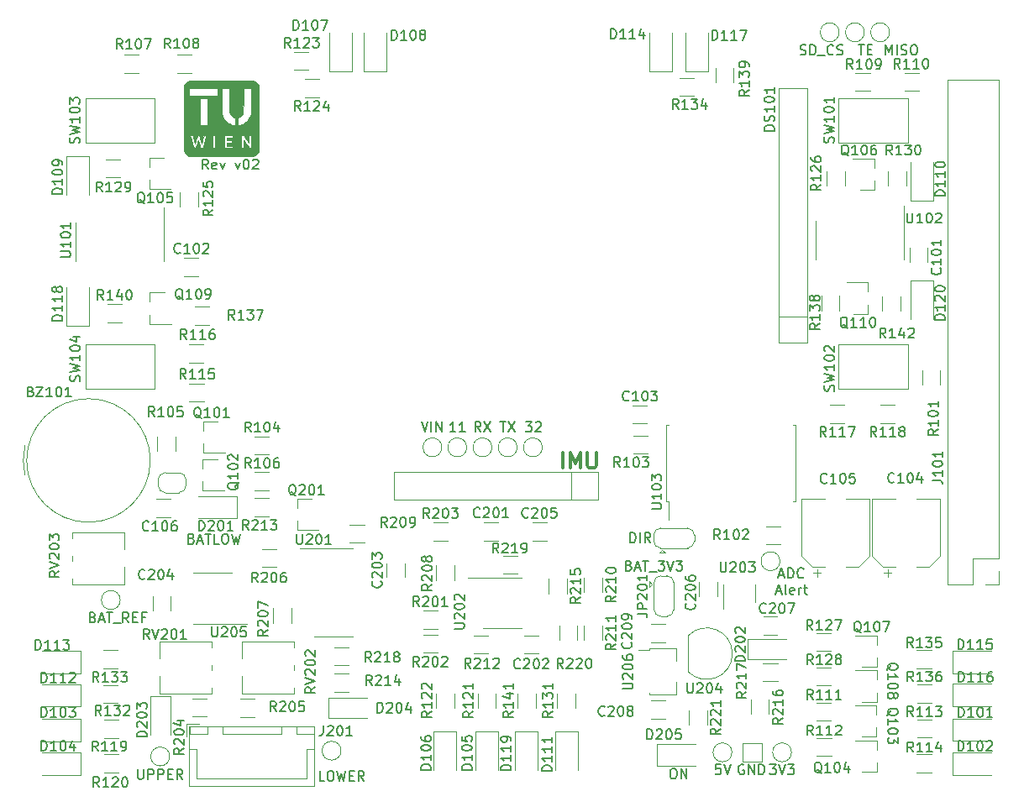
<source format=gto>
%TF.GenerationSoftware,KiCad,Pcbnew,5.99.0+really5.1.12+dfsg1-1*%
%TF.CreationDate,2022-01-12T10:46:10+01:00*%
%TF.ProjectId,ba-imu,62612d69-6d75-42e6-9b69-6361645f7063,v01*%
%TF.SameCoordinates,Original*%
%TF.FileFunction,Legend,Top*%
%TF.FilePolarity,Positive*%
%FSLAX46Y46*%
G04 Gerber Fmt 4.6, Leading zero omitted, Abs format (unit mm)*
G04 Created by KiCad (PCBNEW 5.99.0+really5.1.12+dfsg1-1) date 2022-01-12 10:46:10*
%MOMM*%
%LPD*%
G01*
G04 APERTURE LIST*
%ADD10C,0.152400*%
%ADD11C,0.304800*%
%ADD12C,0.120000*%
%ADD13C,0.010000*%
%ADD14C,0.150000*%
%ADD15C,1.500000*%
%ADD16R,1.300000X0.900000*%
%ADD17R,1.500000X1.050000*%
%ADD18O,1.500000X1.050000*%
%ADD19R,1.500000X1.000000*%
%ADD20C,2.000000*%
%ADD21R,2.000000X2.000000*%
%ADD22C,3.300000*%
%ADD23C,1.870000*%
%ADD24C,2.500000*%
%ADD25R,0.900000X1.200000*%
%ADD26R,1.200000X0.900000*%
%ADD27R,0.650000X1.060000*%
%ADD28C,1.000000*%
%ADD29R,1.600000X1.600000*%
%ADD30C,1.600000*%
%ADD31O,1.700000X1.950000*%
%ADD32R,0.900000X0.800000*%
%ADD33R,1.300000X1.300000*%
%ADD34R,2.000000X1.300000*%
%ADD35R,1.500000X1.500000*%
%ADD36R,1.000000X1.500000*%
%ADD37O,1.700000X1.700000*%
%ADD38R,1.700000X1.700000*%
G04 APERTURE END LIST*
D10*
X140392921Y-91634060D02*
X140726255Y-92634060D01*
X141059588Y-91634060D01*
X141392921Y-92634060D02*
X141392921Y-91634060D01*
X141869112Y-92634060D02*
X141869112Y-91634060D01*
X142440540Y-92634060D01*
X142440540Y-91634060D01*
X161319840Y-106146291D02*
X161462697Y-106193910D01*
X161510316Y-106241529D01*
X161557935Y-106336767D01*
X161557935Y-106479624D01*
X161510316Y-106574862D01*
X161462697Y-106622481D01*
X161367459Y-106670100D01*
X160986506Y-106670100D01*
X160986506Y-105670100D01*
X161319840Y-105670100D01*
X161415078Y-105717720D01*
X161462697Y-105765339D01*
X161510316Y-105860577D01*
X161510316Y-105955815D01*
X161462697Y-106051053D01*
X161415078Y-106098672D01*
X161319840Y-106146291D01*
X160986506Y-106146291D01*
X161938887Y-106384386D02*
X162415078Y-106384386D01*
X161843649Y-106670100D02*
X162176982Y-105670100D01*
X162510316Y-106670100D01*
X162700792Y-105670100D02*
X163272220Y-105670100D01*
X162986506Y-106670100D02*
X162986506Y-105670100D01*
X163367459Y-106765339D02*
X164129363Y-106765339D01*
X164272220Y-105670100D02*
X164891268Y-105670100D01*
X164557935Y-106051053D01*
X164700792Y-106051053D01*
X164796030Y-106098672D01*
X164843649Y-106146291D01*
X164891268Y-106241529D01*
X164891268Y-106479624D01*
X164843649Y-106574862D01*
X164796030Y-106622481D01*
X164700792Y-106670100D01*
X164415078Y-106670100D01*
X164319840Y-106622481D01*
X164272220Y-106574862D01*
X165176982Y-105670100D02*
X165510316Y-106670100D01*
X165843649Y-105670100D01*
X166081744Y-105670100D02*
X166700792Y-105670100D01*
X166367459Y-106051053D01*
X166510316Y-106051053D01*
X166605554Y-106098672D01*
X166653173Y-106146291D01*
X166700792Y-106241529D01*
X166700792Y-106479624D01*
X166653173Y-106574862D01*
X166605554Y-106622481D01*
X166510316Y-106670100D01*
X166224601Y-106670100D01*
X166129363Y-106622481D01*
X166081744Y-106574862D01*
X165705232Y-126625100D02*
X165895708Y-126625100D01*
X165990946Y-126672720D01*
X166086184Y-126767958D01*
X166133803Y-126958434D01*
X166133803Y-127291767D01*
X166086184Y-127482243D01*
X165990946Y-127577481D01*
X165895708Y-127625100D01*
X165705232Y-127625100D01*
X165609994Y-127577481D01*
X165514756Y-127482243D01*
X165467137Y-127291767D01*
X165467137Y-126958434D01*
X165514756Y-126767958D01*
X165609994Y-126672720D01*
X165705232Y-126625100D01*
X166562375Y-127625100D02*
X166562375Y-126625100D01*
X167133803Y-127625100D01*
X167133803Y-126625100D01*
X117238424Y-103428491D02*
X117381281Y-103476110D01*
X117428900Y-103523729D01*
X117476520Y-103618967D01*
X117476520Y-103761824D01*
X117428900Y-103857062D01*
X117381281Y-103904681D01*
X117286043Y-103952300D01*
X116905091Y-103952300D01*
X116905091Y-102952300D01*
X117238424Y-102952300D01*
X117333662Y-102999920D01*
X117381281Y-103047539D01*
X117428900Y-103142777D01*
X117428900Y-103238015D01*
X117381281Y-103333253D01*
X117333662Y-103380872D01*
X117238424Y-103428491D01*
X116905091Y-103428491D01*
X117857472Y-103666586D02*
X118333662Y-103666586D01*
X117762234Y-103952300D02*
X118095567Y-102952300D01*
X118428900Y-103952300D01*
X118619377Y-102952300D02*
X119190805Y-102952300D01*
X118905091Y-103952300D02*
X118905091Y-102952300D01*
X120000329Y-103952300D02*
X119524139Y-103952300D01*
X119524139Y-102952300D01*
X120524139Y-102952300D02*
X120714615Y-102952300D01*
X120809853Y-102999920D01*
X120905091Y-103095158D01*
X120952710Y-103285634D01*
X120952710Y-103618967D01*
X120905091Y-103809443D01*
X120809853Y-103904681D01*
X120714615Y-103952300D01*
X120524139Y-103952300D01*
X120428900Y-103904681D01*
X120333662Y-103809443D01*
X120286043Y-103618967D01*
X120286043Y-103285634D01*
X120333662Y-103095158D01*
X120428900Y-102999920D01*
X120524139Y-102952300D01*
X121286043Y-102952300D02*
X121524139Y-103952300D01*
X121714615Y-103238015D01*
X121905091Y-103952300D01*
X122143186Y-102952300D01*
X161438080Y-103830380D02*
X161438080Y-102830380D01*
X161676175Y-102830380D01*
X161819032Y-102878000D01*
X161914270Y-102973238D01*
X161961889Y-103068476D01*
X162009508Y-103258952D01*
X162009508Y-103401809D01*
X161961889Y-103592285D01*
X161914270Y-103687523D01*
X161819032Y-103782761D01*
X161676175Y-103830380D01*
X161438080Y-103830380D01*
X162438080Y-103830380D02*
X162438080Y-102830380D01*
X163485699Y-103830380D02*
X163152365Y-103354190D01*
X162914270Y-103830380D02*
X162914270Y-102830380D01*
X163295222Y-102830380D01*
X163390460Y-102878000D01*
X163438080Y-102925619D01*
X163485699Y-103020857D01*
X163485699Y-103163714D01*
X163438080Y-103258952D01*
X163390460Y-103306571D01*
X163295222Y-103354190D01*
X162914270Y-103354190D01*
X150904676Y-91654380D02*
X151523723Y-91654380D01*
X151190390Y-92035333D01*
X151333247Y-92035333D01*
X151428485Y-92082952D01*
X151476104Y-92130571D01*
X151523723Y-92225809D01*
X151523723Y-92463904D01*
X151476104Y-92559142D01*
X151428485Y-92606761D01*
X151333247Y-92654380D01*
X151047533Y-92654380D01*
X150952295Y-92606761D01*
X150904676Y-92559142D01*
X151904676Y-91749619D02*
X151952295Y-91702000D01*
X152047533Y-91654380D01*
X152285628Y-91654380D01*
X152380866Y-91702000D01*
X152428485Y-91749619D01*
X152476104Y-91844857D01*
X152476104Y-91940095D01*
X152428485Y-92082952D01*
X151857057Y-92654380D01*
X152476104Y-92654380D01*
X148336095Y-91654380D02*
X148907523Y-91654380D01*
X148621809Y-92654380D02*
X148621809Y-91654380D01*
X149145619Y-91654380D02*
X149812285Y-92654380D01*
X149812285Y-91654380D02*
X149145619Y-92654380D01*
X146391333Y-92654380D02*
X146058000Y-92178190D01*
X145819904Y-92654380D02*
X145819904Y-91654380D01*
X146200857Y-91654380D01*
X146296095Y-91702000D01*
X146343714Y-91749619D01*
X146391333Y-91844857D01*
X146391333Y-91987714D01*
X146343714Y-92082952D01*
X146296095Y-92130571D01*
X146200857Y-92178190D01*
X145819904Y-92178190D01*
X146724666Y-91654380D02*
X147391333Y-92654380D01*
X147391333Y-91654380D02*
X146724666Y-92654380D01*
X143852923Y-92654380D02*
X143281495Y-92654380D01*
X143567209Y-92654380D02*
X143567209Y-91654380D01*
X143471971Y-91797238D01*
X143376733Y-91892476D01*
X143281495Y-91940095D01*
X144805304Y-92654380D02*
X144233876Y-92654380D01*
X144519590Y-92654380D02*
X144519590Y-91654380D01*
X144424352Y-91797238D01*
X144329114Y-91892476D01*
X144233876Y-91940095D01*
X178578142Y-54608361D02*
X178721000Y-54655980D01*
X178959095Y-54655980D01*
X179054333Y-54608361D01*
X179101952Y-54560742D01*
X179149571Y-54465504D01*
X179149571Y-54370266D01*
X179101952Y-54275028D01*
X179054333Y-54227409D01*
X178959095Y-54179790D01*
X178768619Y-54132171D01*
X178673380Y-54084552D01*
X178625761Y-54036933D01*
X178578142Y-53941695D01*
X178578142Y-53846457D01*
X178625761Y-53751219D01*
X178673380Y-53703600D01*
X178768619Y-53655980D01*
X179006714Y-53655980D01*
X179149571Y-53703600D01*
X179578142Y-54655980D02*
X179578142Y-53655980D01*
X179816238Y-53655980D01*
X179959095Y-53703600D01*
X180054333Y-53798838D01*
X180101952Y-53894076D01*
X180149571Y-54084552D01*
X180149571Y-54227409D01*
X180101952Y-54417885D01*
X180054333Y-54513123D01*
X179959095Y-54608361D01*
X179816238Y-54655980D01*
X179578142Y-54655980D01*
X180340047Y-54751219D02*
X181101952Y-54751219D01*
X181911476Y-54560742D02*
X181863857Y-54608361D01*
X181721000Y-54655980D01*
X181625761Y-54655980D01*
X181482904Y-54608361D01*
X181387666Y-54513123D01*
X181340047Y-54417885D01*
X181292428Y-54227409D01*
X181292428Y-54084552D01*
X181340047Y-53894076D01*
X181387666Y-53798838D01*
X181482904Y-53703600D01*
X181625761Y-53655980D01*
X181721000Y-53655980D01*
X181863857Y-53703600D01*
X181911476Y-53751219D01*
X182292428Y-54608361D02*
X182435285Y-54655980D01*
X182673380Y-54655980D01*
X182768619Y-54608361D01*
X182816238Y-54560742D01*
X182863857Y-54465504D01*
X182863857Y-54370266D01*
X182816238Y-54275028D01*
X182768619Y-54227409D01*
X182673380Y-54179790D01*
X182482904Y-54132171D01*
X182387666Y-54084552D01*
X182340047Y-54036933D01*
X182292428Y-53941695D01*
X182292428Y-53846457D01*
X182340047Y-53751219D01*
X182387666Y-53703600D01*
X182482904Y-53655980D01*
X182721000Y-53655980D01*
X182863857Y-53703600D01*
X184453304Y-53655980D02*
X185024733Y-53655980D01*
X184739019Y-54655980D02*
X184739019Y-53655980D01*
X185358066Y-54132171D02*
X185691400Y-54132171D01*
X185834257Y-54655980D02*
X185358066Y-54655980D01*
X185358066Y-53655980D01*
X185834257Y-53655980D01*
X187175971Y-54655980D02*
X187175971Y-53655980D01*
X187509304Y-54370266D01*
X187842638Y-53655980D01*
X187842638Y-54655980D01*
X188318828Y-54655980D02*
X188318828Y-53655980D01*
X188747400Y-54608361D02*
X188890257Y-54655980D01*
X189128352Y-54655980D01*
X189223590Y-54608361D01*
X189271209Y-54560742D01*
X189318828Y-54465504D01*
X189318828Y-54370266D01*
X189271209Y-54275028D01*
X189223590Y-54227409D01*
X189128352Y-54179790D01*
X188937876Y-54132171D01*
X188842638Y-54084552D01*
X188795019Y-54036933D01*
X188747400Y-53941695D01*
X188747400Y-53846457D01*
X188795019Y-53751219D01*
X188842638Y-53703600D01*
X188937876Y-53655980D01*
X189175971Y-53655980D01*
X189318828Y-53703600D01*
X189937876Y-53655980D02*
X190128352Y-53655980D01*
X190223590Y-53703600D01*
X190318828Y-53798838D01*
X190366447Y-53989314D01*
X190366447Y-54322647D01*
X190318828Y-54513123D01*
X190223590Y-54608361D01*
X190128352Y-54655980D01*
X189937876Y-54655980D01*
X189842638Y-54608361D01*
X189747400Y-54513123D01*
X189699780Y-54322647D01*
X189699780Y-53989314D01*
X189747400Y-53798838D01*
X189842638Y-53703600D01*
X189937876Y-53655980D01*
X107278800Y-111358371D02*
X107421657Y-111405990D01*
X107469276Y-111453609D01*
X107516895Y-111548847D01*
X107516895Y-111691704D01*
X107469276Y-111786942D01*
X107421657Y-111834561D01*
X107326419Y-111882180D01*
X106945466Y-111882180D01*
X106945466Y-110882180D01*
X107278800Y-110882180D01*
X107374038Y-110929800D01*
X107421657Y-110977419D01*
X107469276Y-111072657D01*
X107469276Y-111167895D01*
X107421657Y-111263133D01*
X107374038Y-111310752D01*
X107278800Y-111358371D01*
X106945466Y-111358371D01*
X107897847Y-111596466D02*
X108374038Y-111596466D01*
X107802609Y-111882180D02*
X108135942Y-110882180D01*
X108469276Y-111882180D01*
X108659752Y-110882180D02*
X109231180Y-110882180D01*
X108945466Y-111882180D02*
X108945466Y-110882180D01*
X109326419Y-111977419D02*
X110088323Y-111977419D01*
X110897847Y-111882180D02*
X110564514Y-111405990D01*
X110326419Y-111882180D02*
X110326419Y-110882180D01*
X110707371Y-110882180D01*
X110802609Y-110929800D01*
X110850228Y-110977419D01*
X110897847Y-111072657D01*
X110897847Y-111215514D01*
X110850228Y-111310752D01*
X110802609Y-111358371D01*
X110707371Y-111405990D01*
X110326419Y-111405990D01*
X111326419Y-111358371D02*
X111659752Y-111358371D01*
X111802609Y-111882180D02*
X111326419Y-111882180D01*
X111326419Y-110882180D01*
X111802609Y-110882180D01*
X112564514Y-111358371D02*
X112231180Y-111358371D01*
X112231180Y-111882180D02*
X112231180Y-110882180D01*
X112707371Y-110882180D01*
X130621304Y-127858780D02*
X130145114Y-127858780D01*
X130145114Y-126858780D01*
X131145114Y-126858780D02*
X131335590Y-126858780D01*
X131430828Y-126906400D01*
X131526066Y-127001638D01*
X131573685Y-127192114D01*
X131573685Y-127525447D01*
X131526066Y-127715923D01*
X131430828Y-127811161D01*
X131335590Y-127858780D01*
X131145114Y-127858780D01*
X131049876Y-127811161D01*
X130954638Y-127715923D01*
X130907019Y-127525447D01*
X130907019Y-127192114D01*
X130954638Y-127001638D01*
X131049876Y-126906400D01*
X131145114Y-126858780D01*
X131907019Y-126858780D02*
X132145114Y-127858780D01*
X132335590Y-127144495D01*
X132526066Y-127858780D01*
X132764161Y-126858780D01*
X133145114Y-127334971D02*
X133478447Y-127334971D01*
X133621304Y-127858780D02*
X133145114Y-127858780D01*
X133145114Y-126858780D01*
X133621304Y-126858780D01*
X134621304Y-127858780D02*
X134287971Y-127382590D01*
X134049876Y-127858780D02*
X134049876Y-126858780D01*
X134430828Y-126858780D01*
X134526066Y-126906400D01*
X134573685Y-126954019D01*
X134621304Y-127049257D01*
X134621304Y-127192114D01*
X134573685Y-127287352D01*
X134526066Y-127334971D01*
X134430828Y-127382590D01*
X134049876Y-127382590D01*
X111807904Y-126680980D02*
X111807904Y-127490504D01*
X111855523Y-127585742D01*
X111903142Y-127633361D01*
X111998380Y-127680980D01*
X112188857Y-127680980D01*
X112284095Y-127633361D01*
X112331714Y-127585742D01*
X112379333Y-127490504D01*
X112379333Y-126680980D01*
X112855523Y-127680980D02*
X112855523Y-126680980D01*
X113236476Y-126680980D01*
X113331714Y-126728600D01*
X113379333Y-126776219D01*
X113426952Y-126871457D01*
X113426952Y-127014314D01*
X113379333Y-127109552D01*
X113331714Y-127157171D01*
X113236476Y-127204790D01*
X112855523Y-127204790D01*
X113855523Y-127680980D02*
X113855523Y-126680980D01*
X114236476Y-126680980D01*
X114331714Y-126728600D01*
X114379333Y-126776219D01*
X114426952Y-126871457D01*
X114426952Y-127014314D01*
X114379333Y-127109552D01*
X114331714Y-127157171D01*
X114236476Y-127204790D01*
X113855523Y-127204790D01*
X114855523Y-127157171D02*
X115188857Y-127157171D01*
X115331714Y-127680980D02*
X114855523Y-127680980D01*
X114855523Y-126680980D01*
X115331714Y-126680980D01*
X116331714Y-127680980D02*
X115998380Y-127204790D01*
X115760285Y-127680980D02*
X115760285Y-126680980D01*
X116141238Y-126680980D01*
X116236476Y-126728600D01*
X116284095Y-126776219D01*
X116331714Y-126871457D01*
X116331714Y-127014314D01*
X116284095Y-127109552D01*
X116236476Y-127157171D01*
X116141238Y-127204790D01*
X115760285Y-127204790D01*
X176434904Y-107117746D02*
X176911095Y-107117746D01*
X176339666Y-107403460D02*
X176673000Y-106403460D01*
X177006333Y-107403460D01*
X177339666Y-107403460D02*
X177339666Y-106403460D01*
X177577761Y-106403460D01*
X177720619Y-106451080D01*
X177815857Y-106546318D01*
X177863476Y-106641556D01*
X177911095Y-106832032D01*
X177911095Y-106974889D01*
X177863476Y-107165365D01*
X177815857Y-107260603D01*
X177720619Y-107355841D01*
X177577761Y-107403460D01*
X177339666Y-107403460D01*
X178911095Y-107308222D02*
X178863476Y-107355841D01*
X178720619Y-107403460D01*
X178625380Y-107403460D01*
X178482523Y-107355841D01*
X178387285Y-107260603D01*
X178339666Y-107165365D01*
X178292047Y-106974889D01*
X178292047Y-106832032D01*
X178339666Y-106641556D01*
X178387285Y-106546318D01*
X178482523Y-106451080D01*
X178625380Y-106403460D01*
X178720619Y-106403460D01*
X178863476Y-106451080D01*
X178911095Y-106498699D01*
X176149190Y-108770146D02*
X176625380Y-108770146D01*
X176053952Y-109055860D02*
X176387285Y-108055860D01*
X176720619Y-109055860D01*
X177196809Y-109055860D02*
X177101571Y-109008241D01*
X177053952Y-108913003D01*
X177053952Y-108055860D01*
X177958714Y-109008241D02*
X177863476Y-109055860D01*
X177673000Y-109055860D01*
X177577761Y-109008241D01*
X177530142Y-108913003D01*
X177530142Y-108532051D01*
X177577761Y-108436813D01*
X177673000Y-108389194D01*
X177863476Y-108389194D01*
X177958714Y-108436813D01*
X178006333Y-108532051D01*
X178006333Y-108627289D01*
X177530142Y-108722527D01*
X178434904Y-109055860D02*
X178434904Y-108389194D01*
X178434904Y-108579670D02*
X178482523Y-108484432D01*
X178530142Y-108436813D01*
X178625380Y-108389194D01*
X178720619Y-108389194D01*
X178911095Y-108389194D02*
X179292047Y-108389194D01*
X179053952Y-108055860D02*
X179053952Y-108913003D01*
X179101571Y-109008241D01*
X179196809Y-109055860D01*
X179292047Y-109055860D01*
X172897895Y-126246000D02*
X172802657Y-126198380D01*
X172659800Y-126198380D01*
X172516942Y-126246000D01*
X172421704Y-126341238D01*
X172374085Y-126436476D01*
X172326466Y-126626952D01*
X172326466Y-126769809D01*
X172374085Y-126960285D01*
X172421704Y-127055523D01*
X172516942Y-127150761D01*
X172659800Y-127198380D01*
X172755038Y-127198380D01*
X172897895Y-127150761D01*
X172945514Y-127103142D01*
X172945514Y-126769809D01*
X172755038Y-126769809D01*
X173374085Y-127198380D02*
X173374085Y-126198380D01*
X173945514Y-127198380D01*
X173945514Y-126198380D01*
X174421704Y-127198380D02*
X174421704Y-126198380D01*
X174659800Y-126198380D01*
X174802657Y-126246000D01*
X174897895Y-126341238D01*
X174945514Y-126436476D01*
X174993133Y-126626952D01*
X174993133Y-126769809D01*
X174945514Y-126960285D01*
X174897895Y-127055523D01*
X174802657Y-127150761D01*
X174659800Y-127198380D01*
X174421704Y-127198380D01*
X175520504Y-126198380D02*
X176139552Y-126198380D01*
X175806219Y-126579333D01*
X175949076Y-126579333D01*
X176044314Y-126626952D01*
X176091933Y-126674571D01*
X176139552Y-126769809D01*
X176139552Y-127007904D01*
X176091933Y-127103142D01*
X176044314Y-127150761D01*
X175949076Y-127198380D01*
X175663361Y-127198380D01*
X175568123Y-127150761D01*
X175520504Y-127103142D01*
X176425266Y-126198380D02*
X176758600Y-127198380D01*
X177091933Y-126198380D01*
X177330028Y-126198380D02*
X177949076Y-126198380D01*
X177615742Y-126579333D01*
X177758600Y-126579333D01*
X177853838Y-126626952D01*
X177901457Y-126674571D01*
X177949076Y-126769809D01*
X177949076Y-127007904D01*
X177901457Y-127103142D01*
X177853838Y-127150761D01*
X177758600Y-127198380D01*
X177472885Y-127198380D01*
X177377647Y-127150761D01*
X177330028Y-127103142D01*
X170548323Y-126198380D02*
X170072133Y-126198380D01*
X170024514Y-126674571D01*
X170072133Y-126626952D01*
X170167371Y-126579333D01*
X170405466Y-126579333D01*
X170500704Y-126626952D01*
X170548323Y-126674571D01*
X170595942Y-126769809D01*
X170595942Y-127007904D01*
X170548323Y-127103142D01*
X170500704Y-127150761D01*
X170405466Y-127198380D01*
X170167371Y-127198380D01*
X170072133Y-127150761D01*
X170024514Y-127103142D01*
X170881657Y-126198380D02*
X171214990Y-127198380D01*
X171548323Y-126198380D01*
X118918314Y-66187580D02*
X118584980Y-65711390D01*
X118346885Y-66187580D02*
X118346885Y-65187580D01*
X118727838Y-65187580D01*
X118823076Y-65235200D01*
X118870695Y-65282819D01*
X118918314Y-65378057D01*
X118918314Y-65520914D01*
X118870695Y-65616152D01*
X118823076Y-65663771D01*
X118727838Y-65711390D01*
X118346885Y-65711390D01*
X119727838Y-66139961D02*
X119632600Y-66187580D01*
X119442123Y-66187580D01*
X119346885Y-66139961D01*
X119299266Y-66044723D01*
X119299266Y-65663771D01*
X119346885Y-65568533D01*
X119442123Y-65520914D01*
X119632600Y-65520914D01*
X119727838Y-65568533D01*
X119775457Y-65663771D01*
X119775457Y-65759009D01*
X119299266Y-65854247D01*
X120108790Y-65520914D02*
X120346885Y-66187580D01*
X120584980Y-65520914D01*
X121632600Y-65520914D02*
X121870695Y-66187580D01*
X122108790Y-65520914D01*
X122680219Y-65187580D02*
X122775457Y-65187580D01*
X122870695Y-65235200D01*
X122918314Y-65282819D01*
X122965933Y-65378057D01*
X123013552Y-65568533D01*
X123013552Y-65806628D01*
X122965933Y-65997104D01*
X122918314Y-66092342D01*
X122870695Y-66139961D01*
X122775457Y-66187580D01*
X122680219Y-66187580D01*
X122584980Y-66139961D01*
X122537361Y-66092342D01*
X122489742Y-65997104D01*
X122442123Y-65806628D01*
X122442123Y-65568533D01*
X122489742Y-65378057D01*
X122537361Y-65282819D01*
X122584980Y-65235200D01*
X122680219Y-65187580D01*
X123394504Y-65282819D02*
X123442123Y-65235200D01*
X123537361Y-65187580D01*
X123775457Y-65187580D01*
X123870695Y-65235200D01*
X123918314Y-65282819D01*
X123965933Y-65378057D01*
X123965933Y-65473295D01*
X123918314Y-65616152D01*
X123346885Y-66187580D01*
X123965933Y-66187580D01*
D11*
X154667857Y-96320428D02*
X154667857Y-94796428D01*
X155393571Y-96320428D02*
X155393571Y-94796428D01*
X155901571Y-95885000D01*
X156409571Y-94796428D01*
X156409571Y-96320428D01*
X157135285Y-94796428D02*
X157135285Y-96030142D01*
X157207857Y-96175285D01*
X157280428Y-96247857D01*
X157425571Y-96320428D01*
X157715857Y-96320428D01*
X157861000Y-96247857D01*
X157933571Y-96175285D01*
X158006142Y-96030142D01*
X158006142Y-94796428D01*
D12*
X142453400Y-94234000D02*
G75*
G03*
X142453400Y-94234000I-950000J0D01*
G01*
X163374520Y-119184760D02*
X163374520Y-118954760D01*
X163374520Y-114464760D02*
X163374520Y-114694760D01*
X163374520Y-114464760D02*
X166094520Y-114464760D01*
X166094520Y-114464760D02*
X166094520Y-115774760D01*
X162234520Y-114694760D02*
X163374520Y-114694760D01*
X166094520Y-119184760D02*
X163374520Y-119184760D01*
X166094520Y-117874760D02*
X166094520Y-119184760D01*
X167293680Y-113236600D02*
X167293680Y-116836600D01*
X167305202Y-116875078D02*
G75*
G03*
X171743680Y-115036600I1838478J1838478D01*
G01*
X167305202Y-113198122D02*
G75*
G02*
X171743680Y-115036600I1838478J-1838478D01*
G01*
X167354840Y-120745896D02*
X167354840Y-122200024D01*
X169174840Y-120745896D02*
X169174840Y-122200024D01*
X165835840Y-107825080D02*
X165835840Y-110625080D01*
X165135840Y-111275080D02*
X164535840Y-111275080D01*
X163835840Y-110625080D02*
X163835840Y-107825080D01*
X164535840Y-107175080D02*
X165135840Y-107175080D01*
X163635840Y-108025080D02*
X163335840Y-107725080D01*
X163335840Y-107725080D02*
X163335840Y-108325080D01*
X163635840Y-108025080D02*
X163335840Y-108325080D01*
X165135840Y-107175080D02*
G75*
G02*
X165835840Y-107875080I0J-700000D01*
G01*
X163835840Y-107875080D02*
G75*
G02*
X164535840Y-107175080I700000J0D01*
G01*
X164535840Y-111275080D02*
G75*
G02*
X163835840Y-110575080I0J700000D01*
G01*
X165835840Y-110575080D02*
G75*
G02*
X165135840Y-111275080I-700000J0D01*
G01*
X164135800Y-126377320D02*
X168020800Y-126377320D01*
X164135800Y-124107320D02*
X164135800Y-126377320D01*
X168020800Y-124107320D02*
X164135800Y-124107320D01*
X163545468Y-113873960D02*
X164967972Y-113873960D01*
X163545468Y-112053960D02*
X164967972Y-112053960D01*
X164967972Y-119775560D02*
X163545468Y-119775560D01*
X164967972Y-121595560D02*
X163545468Y-121595560D01*
X113073200Y-95554800D02*
G75*
G03*
X113073200Y-95554800I-6230000J0D01*
G01*
X100443200Y-97054799D02*
G75*
G02*
X100443200Y-94054800I6400000J1499999D01*
G01*
X158244440Y-99542500D02*
X137594440Y-99542500D01*
X137594440Y-99542500D02*
X137594440Y-96672500D01*
X137594440Y-96672500D02*
X158244440Y-96672500D01*
X158244440Y-96672500D02*
X158244440Y-99542500D01*
X155539440Y-99542500D02*
X155539440Y-96672500D01*
D13*
G36*
X120095858Y-57245430D02*
G01*
X120224842Y-57245438D01*
X120607896Y-57245490D01*
X120960428Y-57245604D01*
X121283667Y-57245788D01*
X121578841Y-57246052D01*
X121847179Y-57246402D01*
X122089910Y-57246847D01*
X122308260Y-57247396D01*
X122503460Y-57248057D01*
X122676736Y-57248838D01*
X122829319Y-57249747D01*
X122962436Y-57250792D01*
X123077315Y-57251983D01*
X123175185Y-57253326D01*
X123257275Y-57254831D01*
X123324812Y-57256506D01*
X123379026Y-57258359D01*
X123421144Y-57260397D01*
X123452395Y-57262631D01*
X123474008Y-57265067D01*
X123486065Y-57267394D01*
X123618975Y-57318301D01*
X123741256Y-57395136D01*
X123848526Y-57493314D01*
X123936401Y-57608250D01*
X124000501Y-57735359D01*
X124030576Y-57837078D01*
X124032813Y-57860127D01*
X124034846Y-57907003D01*
X124036677Y-57978259D01*
X124038309Y-58074442D01*
X124039743Y-58196105D01*
X124040983Y-58343798D01*
X124042029Y-58518071D01*
X124042885Y-58719474D01*
X124043552Y-58948559D01*
X124044033Y-59205874D01*
X124044330Y-59491972D01*
X124044445Y-59807402D01*
X124044379Y-60152715D01*
X124044136Y-60528461D01*
X124043718Y-60935191D01*
X124043507Y-61102875D01*
X124039312Y-64285812D01*
X124002012Y-64378272D01*
X123932586Y-64510340D01*
X123838794Y-64627786D01*
X123725509Y-64726080D01*
X123597602Y-64800691D01*
X123512865Y-64833140D01*
X123500270Y-64836913D01*
X123487056Y-64840378D01*
X123471883Y-64843548D01*
X123453413Y-64846434D01*
X123430308Y-64849050D01*
X123401228Y-64851408D01*
X123364835Y-64853521D01*
X123319791Y-64855402D01*
X123264757Y-64857063D01*
X123198395Y-64858517D01*
X123119365Y-64859776D01*
X123026330Y-64860853D01*
X122917950Y-64861762D01*
X122792887Y-64862513D01*
X122649803Y-64863121D01*
X122487359Y-64863598D01*
X122304217Y-64863957D01*
X122099037Y-64864209D01*
X121870482Y-64864369D01*
X121617212Y-64864447D01*
X121337889Y-64864458D01*
X121031175Y-64864414D01*
X120695731Y-64864328D01*
X120330218Y-64864211D01*
X120231609Y-64864178D01*
X119838380Y-64864004D01*
X119475840Y-64863751D01*
X119142928Y-64863415D01*
X118838582Y-64862987D01*
X118561742Y-64862462D01*
X118311345Y-64861832D01*
X118086332Y-64861091D01*
X117885641Y-64860232D01*
X117708210Y-64859249D01*
X117552979Y-64858134D01*
X117418886Y-64856882D01*
X117304871Y-64855484D01*
X117209872Y-64853936D01*
X117132828Y-64852229D01*
X117072677Y-64850357D01*
X117028359Y-64848314D01*
X116998813Y-64846093D01*
X116982977Y-64843687D01*
X116982875Y-64843659D01*
X116844927Y-64790338D01*
X116719658Y-64710901D01*
X116611368Y-64609470D01*
X116524357Y-64490168D01*
X116462927Y-64357117D01*
X116457326Y-64339931D01*
X116453796Y-64327826D01*
X116450555Y-64314252D01*
X116447588Y-64297879D01*
X116444885Y-64277373D01*
X116442434Y-64251405D01*
X116440221Y-64218642D01*
X116438236Y-64177754D01*
X116436466Y-64127409D01*
X116434899Y-64066276D01*
X116433524Y-63993024D01*
X116432327Y-63906321D01*
X116431298Y-63804836D01*
X116430423Y-63687238D01*
X116429692Y-63552194D01*
X116429091Y-63398375D01*
X116428610Y-63224449D01*
X116428235Y-63029084D01*
X116427955Y-62810950D01*
X116427916Y-62761812D01*
X117098367Y-62761812D01*
X117214687Y-63198375D01*
X117248521Y-63325333D01*
X117283100Y-63455034D01*
X117316581Y-63580576D01*
X117347125Y-63695058D01*
X117372890Y-63791576D01*
X117389537Y-63853889D01*
X117448068Y-64072840D01*
X117655570Y-64063562D01*
X117772980Y-63674625D01*
X117805269Y-63568637D01*
X117835052Y-63472714D01*
X117860981Y-63391053D01*
X117881707Y-63327849D01*
X117895884Y-63287298D01*
X117901790Y-63273761D01*
X117909891Y-63284062D01*
X117925090Y-63320136D01*
X117945658Y-63377257D01*
X117969868Y-63450699D01*
X117988844Y-63511886D01*
X118018995Y-63611450D01*
X118050357Y-63714858D01*
X118079853Y-63811972D01*
X118104404Y-63892653D01*
X118111743Y-63916718D01*
X118158988Y-64071500D01*
X118361747Y-64071500D01*
X118385613Y-63988156D01*
X118397086Y-63947109D01*
X118414647Y-63883015D01*
X118437231Y-63799858D01*
X118463772Y-63701625D01*
X118493205Y-63592302D01*
X118524462Y-63475875D01*
X118556480Y-63356330D01*
X118588191Y-63237653D01*
X118618530Y-63123831D01*
X118646432Y-63018850D01*
X118670830Y-62926695D01*
X118690659Y-62851353D01*
X118704853Y-62796811D01*
X118712346Y-62767053D01*
X118713250Y-62762758D01*
X118698637Y-62758608D01*
X118659839Y-62755495D01*
X118604418Y-62753952D01*
X118587868Y-62753875D01*
X119364125Y-62753875D01*
X119364125Y-64071500D01*
X119602250Y-64071500D01*
X119602250Y-62753875D01*
X120523000Y-62753875D01*
X120523000Y-64071500D01*
X121380250Y-64071500D01*
X121380250Y-63865125D01*
X120761125Y-63865125D01*
X120761125Y-63515875D01*
X121300875Y-63515875D01*
X121300875Y-63293625D01*
X120761125Y-63293625D01*
X120761125Y-62976125D01*
X121380250Y-62976125D01*
X121380250Y-62753875D01*
X122253375Y-62753875D01*
X122253375Y-64071500D01*
X122491500Y-64071500D01*
X122491500Y-63657813D01*
X122491947Y-63547444D01*
X122493208Y-63448743D01*
X122495159Y-63365771D01*
X122497679Y-63302592D01*
X122500644Y-63263268D01*
X122503740Y-63251691D01*
X122515092Y-63266460D01*
X122541358Y-63304640D01*
X122580334Y-63362902D01*
X122629815Y-63437917D01*
X122687599Y-63526357D01*
X122751481Y-63624891D01*
X122777584Y-63665355D01*
X123039187Y-64071454D01*
X123146343Y-64071477D01*
X123253500Y-64071500D01*
X123253500Y-62753875D01*
X123015375Y-62753875D01*
X123015375Y-63158687D01*
X123014928Y-63268286D01*
X123013672Y-63366608D01*
X123011730Y-63449449D01*
X123009225Y-63512603D01*
X123006282Y-63551862D01*
X123003468Y-63563308D01*
X122992224Y-63550417D01*
X122966105Y-63514016D01*
X122927308Y-63457368D01*
X122878029Y-63383733D01*
X122820462Y-63296373D01*
X122756803Y-63198549D01*
X122730947Y-63158496D01*
X122470333Y-62753875D01*
X122253375Y-62753875D01*
X121380250Y-62753875D01*
X120523000Y-62753875D01*
X119602250Y-62753875D01*
X119364125Y-62753875D01*
X118587868Y-62753875D01*
X118462487Y-62753875D01*
X118363857Y-63162656D01*
X118337069Y-63272284D01*
X118312100Y-63371823D01*
X118290057Y-63457072D01*
X118272046Y-63523831D01*
X118259172Y-63567900D01*
X118252691Y-63584941D01*
X118239120Y-63583823D01*
X118231611Y-63569066D01*
X118224950Y-63545974D01*
X118210858Y-63497001D01*
X118190668Y-63426783D01*
X118165714Y-63339956D01*
X118137328Y-63241155D01*
X118118199Y-63174562D01*
X118088353Y-63070692D01*
X118061111Y-62975970D01*
X118037801Y-62895004D01*
X118019750Y-62832407D01*
X118008287Y-62792787D01*
X118005032Y-62781656D01*
X117993666Y-62765298D01*
X117967096Y-62756753D01*
X117917841Y-62753935D01*
X117905369Y-62753875D01*
X117814002Y-62753875D01*
X117721811Y-63075343D01*
X117680787Y-63218029D01*
X117647483Y-63332883D01*
X117621039Y-63422641D01*
X117600592Y-63490039D01*
X117585282Y-63537814D01*
X117574246Y-63568702D01*
X117566624Y-63585439D01*
X117561553Y-63590761D01*
X117559755Y-63590046D01*
X117553920Y-63573008D01*
X117541719Y-63529241D01*
X117524228Y-63462882D01*
X117502519Y-63378070D01*
X117477666Y-63278941D01*
X117452193Y-63175568D01*
X117425344Y-63066680D01*
X117400610Y-62968179D01*
X117379068Y-62884203D01*
X117361792Y-62818894D01*
X117349858Y-62776391D01*
X117344456Y-62760915D01*
X117325608Y-62757429D01*
X117283561Y-62755970D01*
X117226817Y-62756791D01*
X117217189Y-62757141D01*
X117098367Y-62761812D01*
X116427916Y-62761812D01*
X116427759Y-62568714D01*
X116427632Y-62301046D01*
X116427565Y-62006613D01*
X116427544Y-61684086D01*
X116427558Y-61332133D01*
X116427584Y-61049866D01*
X116427791Y-59070875D01*
X118046500Y-59070875D01*
X118046500Y-61753750D01*
X118840250Y-61753750D01*
X118840250Y-59070875D01*
X118046500Y-59070875D01*
X116427791Y-59070875D01*
X116427901Y-58023125D01*
X117014625Y-58023125D01*
X117014625Y-58816875D01*
X119856250Y-58816875D01*
X119856250Y-58023125D01*
X120235800Y-58023125D01*
X120241270Y-59257406D01*
X120242295Y-59484655D01*
X120243264Y-59682461D01*
X120244246Y-59853130D01*
X120245308Y-59998969D01*
X120246519Y-60122284D01*
X120247947Y-60225381D01*
X120249659Y-60310566D01*
X120251724Y-60380148D01*
X120254211Y-60436430D01*
X120257186Y-60481721D01*
X120260719Y-60518327D01*
X120264877Y-60548553D01*
X120269729Y-60574707D01*
X120275342Y-60599094D01*
X120281608Y-60623353D01*
X120354065Y-60837797D01*
X120453016Y-61035807D01*
X120577308Y-61215772D01*
X120725788Y-61376078D01*
X120897302Y-61515112D01*
X120940376Y-61544231D01*
X121049570Y-61607427D01*
X121171022Y-61664140D01*
X121296381Y-61711383D01*
X121417293Y-61746168D01*
X121525406Y-61765508D01*
X121567053Y-61768362D01*
X121618920Y-61769625D01*
X121614678Y-61371525D01*
X121614487Y-61353545D01*
X121888250Y-61353545D01*
X121888250Y-61773283D01*
X121979531Y-61762448D01*
X122035482Y-61752325D01*
X122109088Y-61734258D01*
X122188243Y-61711358D01*
X122225791Y-61699178D01*
X122413746Y-61619418D01*
X122592129Y-61512086D01*
X122756670Y-61380912D01*
X122903100Y-61229630D01*
X123027151Y-61061969D01*
X123098723Y-60936187D01*
X123138193Y-60845908D01*
X123176674Y-60737691D01*
X123209840Y-60625172D01*
X123233366Y-60521988D01*
X123237176Y-60499625D01*
X123240262Y-60463429D01*
X123243078Y-60397249D01*
X123245602Y-60302850D01*
X123247811Y-60181997D01*
X123249685Y-60036454D01*
X123251200Y-59867986D01*
X123252334Y-59678358D01*
X123253065Y-59469335D01*
X123253372Y-59242682D01*
X123253380Y-59209781D01*
X123253500Y-58023125D01*
X122444641Y-58023125D01*
X122440289Y-59233593D01*
X122435937Y-60444062D01*
X122376960Y-60567575D01*
X122300869Y-60694934D01*
X122205076Y-60802533D01*
X122093784Y-60886020D01*
X122043716Y-60912712D01*
X121989375Y-60936606D01*
X121943400Y-60953605D01*
X121916031Y-60959987D01*
X121907537Y-60961959D01*
X121900967Y-60970257D01*
X121896077Y-60988463D01*
X121892622Y-61020161D01*
X121890356Y-61068935D01*
X121889036Y-61138368D01*
X121888415Y-61232044D01*
X121888250Y-61353545D01*
X121614487Y-61353545D01*
X121610437Y-60973426D01*
X121530618Y-60945324D01*
X121402910Y-60884077D01*
X121288930Y-60797243D01*
X121192703Y-60689465D01*
X121118254Y-60565386D01*
X121069605Y-60429651D01*
X121064569Y-60407562D01*
X121060623Y-60373941D01*
X121057192Y-60312700D01*
X121054267Y-60223296D01*
X121051840Y-60105188D01*
X121049903Y-59957834D01*
X121048450Y-59780691D01*
X121047471Y-59573217D01*
X121046960Y-59334871D01*
X121046875Y-59173281D01*
X121046875Y-58023125D01*
X120235800Y-58023125D01*
X119856250Y-58023125D01*
X117014625Y-58023125D01*
X116427901Y-58023125D01*
X116427919Y-57856437D01*
X116464943Y-57751558D01*
X116531055Y-57609851D01*
X116621646Y-57487722D01*
X116734912Y-57386935D01*
X116869048Y-57309256D01*
X116949374Y-57277589D01*
X116960982Y-57273790D01*
X116973192Y-57270301D01*
X116987340Y-57267108D01*
X117004761Y-57264199D01*
X117026788Y-57261561D01*
X117054758Y-57259181D01*
X117090005Y-57257045D01*
X117133862Y-57255140D01*
X117187666Y-57253453D01*
X117252751Y-57251972D01*
X117330451Y-57250682D01*
X117422101Y-57249571D01*
X117529036Y-57248627D01*
X117652591Y-57247835D01*
X117794100Y-57247182D01*
X117954899Y-57246656D01*
X118136321Y-57246244D01*
X118339701Y-57245931D01*
X118566375Y-57245706D01*
X118817677Y-57245555D01*
X119094941Y-57245465D01*
X119399503Y-57245423D01*
X119732697Y-57245416D01*
X120095858Y-57245430D01*
G37*
X120095858Y-57245430D02*
X120224842Y-57245438D01*
X120607896Y-57245490D01*
X120960428Y-57245604D01*
X121283667Y-57245788D01*
X121578841Y-57246052D01*
X121847179Y-57246402D01*
X122089910Y-57246847D01*
X122308260Y-57247396D01*
X122503460Y-57248057D01*
X122676736Y-57248838D01*
X122829319Y-57249747D01*
X122962436Y-57250792D01*
X123077315Y-57251983D01*
X123175185Y-57253326D01*
X123257275Y-57254831D01*
X123324812Y-57256506D01*
X123379026Y-57258359D01*
X123421144Y-57260397D01*
X123452395Y-57262631D01*
X123474008Y-57265067D01*
X123486065Y-57267394D01*
X123618975Y-57318301D01*
X123741256Y-57395136D01*
X123848526Y-57493314D01*
X123936401Y-57608250D01*
X124000501Y-57735359D01*
X124030576Y-57837078D01*
X124032813Y-57860127D01*
X124034846Y-57907003D01*
X124036677Y-57978259D01*
X124038309Y-58074442D01*
X124039743Y-58196105D01*
X124040983Y-58343798D01*
X124042029Y-58518071D01*
X124042885Y-58719474D01*
X124043552Y-58948559D01*
X124044033Y-59205874D01*
X124044330Y-59491972D01*
X124044445Y-59807402D01*
X124044379Y-60152715D01*
X124044136Y-60528461D01*
X124043718Y-60935191D01*
X124043507Y-61102875D01*
X124039312Y-64285812D01*
X124002012Y-64378272D01*
X123932586Y-64510340D01*
X123838794Y-64627786D01*
X123725509Y-64726080D01*
X123597602Y-64800691D01*
X123512865Y-64833140D01*
X123500270Y-64836913D01*
X123487056Y-64840378D01*
X123471883Y-64843548D01*
X123453413Y-64846434D01*
X123430308Y-64849050D01*
X123401228Y-64851408D01*
X123364835Y-64853521D01*
X123319791Y-64855402D01*
X123264757Y-64857063D01*
X123198395Y-64858517D01*
X123119365Y-64859776D01*
X123026330Y-64860853D01*
X122917950Y-64861762D01*
X122792887Y-64862513D01*
X122649803Y-64863121D01*
X122487359Y-64863598D01*
X122304217Y-64863957D01*
X122099037Y-64864209D01*
X121870482Y-64864369D01*
X121617212Y-64864447D01*
X121337889Y-64864458D01*
X121031175Y-64864414D01*
X120695731Y-64864328D01*
X120330218Y-64864211D01*
X120231609Y-64864178D01*
X119838380Y-64864004D01*
X119475840Y-64863751D01*
X119142928Y-64863415D01*
X118838582Y-64862987D01*
X118561742Y-64862462D01*
X118311345Y-64861832D01*
X118086332Y-64861091D01*
X117885641Y-64860232D01*
X117708210Y-64859249D01*
X117552979Y-64858134D01*
X117418886Y-64856882D01*
X117304871Y-64855484D01*
X117209872Y-64853936D01*
X117132828Y-64852229D01*
X117072677Y-64850357D01*
X117028359Y-64848314D01*
X116998813Y-64846093D01*
X116982977Y-64843687D01*
X116982875Y-64843659D01*
X116844927Y-64790338D01*
X116719658Y-64710901D01*
X116611368Y-64609470D01*
X116524357Y-64490168D01*
X116462927Y-64357117D01*
X116457326Y-64339931D01*
X116453796Y-64327826D01*
X116450555Y-64314252D01*
X116447588Y-64297879D01*
X116444885Y-64277373D01*
X116442434Y-64251405D01*
X116440221Y-64218642D01*
X116438236Y-64177754D01*
X116436466Y-64127409D01*
X116434899Y-64066276D01*
X116433524Y-63993024D01*
X116432327Y-63906321D01*
X116431298Y-63804836D01*
X116430423Y-63687238D01*
X116429692Y-63552194D01*
X116429091Y-63398375D01*
X116428610Y-63224449D01*
X116428235Y-63029084D01*
X116427955Y-62810950D01*
X116427916Y-62761812D01*
X117098367Y-62761812D01*
X117214687Y-63198375D01*
X117248521Y-63325333D01*
X117283100Y-63455034D01*
X117316581Y-63580576D01*
X117347125Y-63695058D01*
X117372890Y-63791576D01*
X117389537Y-63853889D01*
X117448068Y-64072840D01*
X117655570Y-64063562D01*
X117772980Y-63674625D01*
X117805269Y-63568637D01*
X117835052Y-63472714D01*
X117860981Y-63391053D01*
X117881707Y-63327849D01*
X117895884Y-63287298D01*
X117901790Y-63273761D01*
X117909891Y-63284062D01*
X117925090Y-63320136D01*
X117945658Y-63377257D01*
X117969868Y-63450699D01*
X117988844Y-63511886D01*
X118018995Y-63611450D01*
X118050357Y-63714858D01*
X118079853Y-63811972D01*
X118104404Y-63892653D01*
X118111743Y-63916718D01*
X118158988Y-64071500D01*
X118361747Y-64071500D01*
X118385613Y-63988156D01*
X118397086Y-63947109D01*
X118414647Y-63883015D01*
X118437231Y-63799858D01*
X118463772Y-63701625D01*
X118493205Y-63592302D01*
X118524462Y-63475875D01*
X118556480Y-63356330D01*
X118588191Y-63237653D01*
X118618530Y-63123831D01*
X118646432Y-63018850D01*
X118670830Y-62926695D01*
X118690659Y-62851353D01*
X118704853Y-62796811D01*
X118712346Y-62767053D01*
X118713250Y-62762758D01*
X118698637Y-62758608D01*
X118659839Y-62755495D01*
X118604418Y-62753952D01*
X118587868Y-62753875D01*
X119364125Y-62753875D01*
X119364125Y-64071500D01*
X119602250Y-64071500D01*
X119602250Y-62753875D01*
X120523000Y-62753875D01*
X120523000Y-64071500D01*
X121380250Y-64071500D01*
X121380250Y-63865125D01*
X120761125Y-63865125D01*
X120761125Y-63515875D01*
X121300875Y-63515875D01*
X121300875Y-63293625D01*
X120761125Y-63293625D01*
X120761125Y-62976125D01*
X121380250Y-62976125D01*
X121380250Y-62753875D01*
X122253375Y-62753875D01*
X122253375Y-64071500D01*
X122491500Y-64071500D01*
X122491500Y-63657813D01*
X122491947Y-63547444D01*
X122493208Y-63448743D01*
X122495159Y-63365771D01*
X122497679Y-63302592D01*
X122500644Y-63263268D01*
X122503740Y-63251691D01*
X122515092Y-63266460D01*
X122541358Y-63304640D01*
X122580334Y-63362902D01*
X122629815Y-63437917D01*
X122687599Y-63526357D01*
X122751481Y-63624891D01*
X122777584Y-63665355D01*
X123039187Y-64071454D01*
X123146343Y-64071477D01*
X123253500Y-64071500D01*
X123253500Y-62753875D01*
X123015375Y-62753875D01*
X123015375Y-63158687D01*
X123014928Y-63268286D01*
X123013672Y-63366608D01*
X123011730Y-63449449D01*
X123009225Y-63512603D01*
X123006282Y-63551862D01*
X123003468Y-63563308D01*
X122992224Y-63550417D01*
X122966105Y-63514016D01*
X122927308Y-63457368D01*
X122878029Y-63383733D01*
X122820462Y-63296373D01*
X122756803Y-63198549D01*
X122730947Y-63158496D01*
X122470333Y-62753875D01*
X122253375Y-62753875D01*
X121380250Y-62753875D01*
X120523000Y-62753875D01*
X119602250Y-62753875D01*
X119364125Y-62753875D01*
X118587868Y-62753875D01*
X118462487Y-62753875D01*
X118363857Y-63162656D01*
X118337069Y-63272284D01*
X118312100Y-63371823D01*
X118290057Y-63457072D01*
X118272046Y-63523831D01*
X118259172Y-63567900D01*
X118252691Y-63584941D01*
X118239120Y-63583823D01*
X118231611Y-63569066D01*
X118224950Y-63545974D01*
X118210858Y-63497001D01*
X118190668Y-63426783D01*
X118165714Y-63339956D01*
X118137328Y-63241155D01*
X118118199Y-63174562D01*
X118088353Y-63070692D01*
X118061111Y-62975970D01*
X118037801Y-62895004D01*
X118019750Y-62832407D01*
X118008287Y-62792787D01*
X118005032Y-62781656D01*
X117993666Y-62765298D01*
X117967096Y-62756753D01*
X117917841Y-62753935D01*
X117905369Y-62753875D01*
X117814002Y-62753875D01*
X117721811Y-63075343D01*
X117680787Y-63218029D01*
X117647483Y-63332883D01*
X117621039Y-63422641D01*
X117600592Y-63490039D01*
X117585282Y-63537814D01*
X117574246Y-63568702D01*
X117566624Y-63585439D01*
X117561553Y-63590761D01*
X117559755Y-63590046D01*
X117553920Y-63573008D01*
X117541719Y-63529241D01*
X117524228Y-63462882D01*
X117502519Y-63378070D01*
X117477666Y-63278941D01*
X117452193Y-63175568D01*
X117425344Y-63066680D01*
X117400610Y-62968179D01*
X117379068Y-62884203D01*
X117361792Y-62818894D01*
X117349858Y-62776391D01*
X117344456Y-62760915D01*
X117325608Y-62757429D01*
X117283561Y-62755970D01*
X117226817Y-62756791D01*
X117217189Y-62757141D01*
X117098367Y-62761812D01*
X116427916Y-62761812D01*
X116427759Y-62568714D01*
X116427632Y-62301046D01*
X116427565Y-62006613D01*
X116427544Y-61684086D01*
X116427558Y-61332133D01*
X116427584Y-61049866D01*
X116427791Y-59070875D01*
X118046500Y-59070875D01*
X118046500Y-61753750D01*
X118840250Y-61753750D01*
X118840250Y-59070875D01*
X118046500Y-59070875D01*
X116427791Y-59070875D01*
X116427901Y-58023125D01*
X117014625Y-58023125D01*
X117014625Y-58816875D01*
X119856250Y-58816875D01*
X119856250Y-58023125D01*
X120235800Y-58023125D01*
X120241270Y-59257406D01*
X120242295Y-59484655D01*
X120243264Y-59682461D01*
X120244246Y-59853130D01*
X120245308Y-59998969D01*
X120246519Y-60122284D01*
X120247947Y-60225381D01*
X120249659Y-60310566D01*
X120251724Y-60380148D01*
X120254211Y-60436430D01*
X120257186Y-60481721D01*
X120260719Y-60518327D01*
X120264877Y-60548553D01*
X120269729Y-60574707D01*
X120275342Y-60599094D01*
X120281608Y-60623353D01*
X120354065Y-60837797D01*
X120453016Y-61035807D01*
X120577308Y-61215772D01*
X120725788Y-61376078D01*
X120897302Y-61515112D01*
X120940376Y-61544231D01*
X121049570Y-61607427D01*
X121171022Y-61664140D01*
X121296381Y-61711383D01*
X121417293Y-61746168D01*
X121525406Y-61765508D01*
X121567053Y-61768362D01*
X121618920Y-61769625D01*
X121614678Y-61371525D01*
X121614487Y-61353545D01*
X121888250Y-61353545D01*
X121888250Y-61773283D01*
X121979531Y-61762448D01*
X122035482Y-61752325D01*
X122109088Y-61734258D01*
X122188243Y-61711358D01*
X122225791Y-61699178D01*
X122413746Y-61619418D01*
X122592129Y-61512086D01*
X122756670Y-61380912D01*
X122903100Y-61229630D01*
X123027151Y-61061969D01*
X123098723Y-60936187D01*
X123138193Y-60845908D01*
X123176674Y-60737691D01*
X123209840Y-60625172D01*
X123233366Y-60521988D01*
X123237176Y-60499625D01*
X123240262Y-60463429D01*
X123243078Y-60397249D01*
X123245602Y-60302850D01*
X123247811Y-60181997D01*
X123249685Y-60036454D01*
X123251200Y-59867986D01*
X123252334Y-59678358D01*
X123253065Y-59469335D01*
X123253372Y-59242682D01*
X123253380Y-59209781D01*
X123253500Y-58023125D01*
X122444641Y-58023125D01*
X122440289Y-59233593D01*
X122435937Y-60444062D01*
X122376960Y-60567575D01*
X122300869Y-60694934D01*
X122205076Y-60802533D01*
X122093784Y-60886020D01*
X122043716Y-60912712D01*
X121989375Y-60936606D01*
X121943400Y-60953605D01*
X121916031Y-60959987D01*
X121907537Y-60961959D01*
X121900967Y-60970257D01*
X121896077Y-60988463D01*
X121892622Y-61020161D01*
X121890356Y-61068935D01*
X121889036Y-61138368D01*
X121888415Y-61232044D01*
X121888250Y-61353545D01*
X121614487Y-61353545D01*
X121610437Y-60973426D01*
X121530618Y-60945324D01*
X121402910Y-60884077D01*
X121288930Y-60797243D01*
X121192703Y-60689465D01*
X121118254Y-60565386D01*
X121069605Y-60429651D01*
X121064569Y-60407562D01*
X121060623Y-60373941D01*
X121057192Y-60312700D01*
X121054267Y-60223296D01*
X121051840Y-60105188D01*
X121049903Y-59957834D01*
X121048450Y-59780691D01*
X121047471Y-59573217D01*
X121046960Y-59334871D01*
X121046875Y-59173281D01*
X121046875Y-58023125D01*
X120235800Y-58023125D01*
X119856250Y-58023125D01*
X117014625Y-58023125D01*
X116427901Y-58023125D01*
X116427919Y-57856437D01*
X116464943Y-57751558D01*
X116531055Y-57609851D01*
X116621646Y-57487722D01*
X116734912Y-57386935D01*
X116869048Y-57309256D01*
X116949374Y-57277589D01*
X116960982Y-57273790D01*
X116973192Y-57270301D01*
X116987340Y-57267108D01*
X117004761Y-57264199D01*
X117026788Y-57261561D01*
X117054758Y-57259181D01*
X117090005Y-57257045D01*
X117133862Y-57255140D01*
X117187666Y-57253453D01*
X117252751Y-57251972D01*
X117330451Y-57250682D01*
X117422101Y-57249571D01*
X117529036Y-57248627D01*
X117652591Y-57247835D01*
X117794100Y-57247182D01*
X117954899Y-57246656D01*
X118136321Y-57246244D01*
X118339701Y-57245931D01*
X118566375Y-57245706D01*
X118817677Y-57245555D01*
X119094941Y-57245465D01*
X119399503Y-57245423D01*
X119732697Y-57245416D01*
X120095858Y-57245430D01*
D12*
X131023800Y-119497600D02*
X134923800Y-119497600D01*
X131023800Y-121497600D02*
X134923800Y-121497600D01*
X131023800Y-119497600D02*
X131023800Y-121497600D01*
X115122200Y-119339800D02*
X115122200Y-123239800D01*
X113122200Y-119339800D02*
X113122200Y-123239800D01*
X115122200Y-119339800D02*
X113122200Y-119339800D01*
X173269080Y-113554000D02*
X177169080Y-113554000D01*
X173269080Y-115554000D02*
X177169080Y-115554000D01*
X173269080Y-113554000D02*
X173269080Y-115554000D01*
X176270972Y-111312280D02*
X174848468Y-111312280D01*
X176270972Y-113132280D02*
X174848468Y-113132280D01*
X148539200Y-107371200D02*
X145089200Y-107371200D01*
X148539200Y-107371200D02*
X150489200Y-107371200D01*
X148539200Y-112491200D02*
X146589200Y-112491200D01*
X148539200Y-112491200D02*
X150489200Y-112491200D01*
X131572000Y-104429400D02*
X128122000Y-104429400D01*
X131572000Y-104429400D02*
X133522000Y-104429400D01*
X131572000Y-113299400D02*
X129622000Y-113299400D01*
X131572000Y-113299400D02*
X133522000Y-113299400D01*
X156129400Y-113655464D02*
X156129400Y-112201336D01*
X154309400Y-113655464D02*
X154309400Y-112201336D01*
X150104464Y-105160400D02*
X148650336Y-105160400D01*
X150104464Y-106980400D02*
X148650336Y-106980400D01*
X174004880Y-109835520D02*
X174004880Y-108035520D01*
X170784880Y-108035520D02*
X170784880Y-110485520D01*
X176535120Y-105709720D02*
G75*
G03*
X176535120Y-105709720I-950000J0D01*
G01*
X131632336Y-114380600D02*
X133086464Y-114380600D01*
X131632336Y-116200600D02*
X133086464Y-116200600D01*
X133050364Y-118893000D02*
X131596236Y-118893000D01*
X133050364Y-117073000D02*
X131596236Y-117073000D01*
X113545500Y-83856000D02*
X106545500Y-83856000D01*
X113545500Y-88356000D02*
X113545500Y-83856000D01*
X106545500Y-88356000D02*
X113545500Y-88356000D01*
X106545500Y-83856000D02*
X106545500Y-88356000D01*
X189428000Y-59020000D02*
X182428000Y-59020000D01*
X189428000Y-63520000D02*
X189428000Y-59020000D01*
X182428000Y-63520000D02*
X189428000Y-63520000D01*
X182428000Y-59020000D02*
X182428000Y-63520000D01*
X113545500Y-59020000D02*
X106545500Y-59020000D01*
X113545500Y-63520000D02*
X113545500Y-59020000D01*
X106545500Y-63520000D02*
X113545500Y-63520000D01*
X106545500Y-59020000D02*
X106545500Y-63520000D01*
X189428000Y-83856000D02*
X182428000Y-83856000D01*
X189428000Y-88356000D02*
X189428000Y-83856000D01*
X182428000Y-88356000D02*
X189428000Y-88356000D01*
X182428000Y-83856000D02*
X182428000Y-88356000D01*
X143696100Y-106143436D02*
X143696100Y-107597564D01*
X141876100Y-106143436D02*
X141876100Y-107597564D01*
X117010500Y-122381000D02*
X117010500Y-128351000D01*
X117010500Y-128351000D02*
X129630500Y-128351000D01*
X129630500Y-128351000D02*
X129630500Y-122381000D01*
X129630500Y-122381000D02*
X117010500Y-122381000D01*
X120320500Y-122391000D02*
X120320500Y-123141000D01*
X120320500Y-123141000D02*
X126320500Y-123141000D01*
X126320500Y-123141000D02*
X126320500Y-122391000D01*
X126320500Y-122391000D02*
X120320500Y-122391000D01*
X117020500Y-122391000D02*
X117020500Y-123141000D01*
X117020500Y-123141000D02*
X118820500Y-123141000D01*
X118820500Y-123141000D02*
X118820500Y-122391000D01*
X118820500Y-122391000D02*
X117020500Y-122391000D01*
X127820500Y-122391000D02*
X127820500Y-123141000D01*
X127820500Y-123141000D02*
X129620500Y-123141000D01*
X129620500Y-123141000D02*
X129620500Y-122391000D01*
X129620500Y-122391000D02*
X127820500Y-122391000D01*
X117020500Y-124641000D02*
X117770500Y-124641000D01*
X117770500Y-124641000D02*
X117770500Y-127591000D01*
X117770500Y-127591000D02*
X123320500Y-127591000D01*
X129620500Y-124641000D02*
X128870500Y-124641000D01*
X128870500Y-124641000D02*
X128870500Y-127591000D01*
X128870500Y-127591000D02*
X123320500Y-127591000D01*
X117970500Y-122091000D02*
X116720500Y-122091000D01*
X116720500Y-122091000D02*
X116720500Y-123341000D01*
X119380000Y-106914000D02*
X117430000Y-106914000D01*
X119380000Y-106914000D02*
X121330000Y-106914000D01*
X119380000Y-112034000D02*
X117430000Y-112034000D01*
X119380000Y-112034000D02*
X122830000Y-112034000D01*
X115146500Y-109270748D02*
X115146500Y-110693252D01*
X113326500Y-109270748D02*
X113326500Y-110693252D01*
X176403100Y-81008220D02*
X179273100Y-81008220D01*
X179273100Y-83713220D02*
X176403100Y-83713220D01*
X179273100Y-57983220D02*
X179273100Y-83713220D01*
X176403100Y-57983220D02*
X179273100Y-57983220D01*
X176403100Y-83713220D02*
X176403100Y-57983220D01*
X163223564Y-94890000D02*
X161769436Y-94890000D01*
X163223564Y-93070000D02*
X161769436Y-93070000D01*
X150082000Y-120477064D02*
X150082000Y-119022936D01*
X151902000Y-120477064D02*
X151902000Y-119022936D01*
X134640944Y-103825720D02*
X133186816Y-103825720D01*
X134640944Y-102005720D02*
X133186816Y-102005720D01*
X180159500Y-73358500D02*
X180159500Y-75308500D01*
X180159500Y-73358500D02*
X180159500Y-71408500D01*
X189029500Y-73358500D02*
X189029500Y-75308500D01*
X189029500Y-73358500D02*
X189029500Y-69908500D01*
X118429500Y-91638000D02*
X118429500Y-92568000D01*
X118429500Y-94798000D02*
X118429500Y-93868000D01*
X118429500Y-94798000D02*
X120589500Y-94798000D01*
X118429500Y-91638000D02*
X119889500Y-91638000D01*
X153035052Y-103653000D02*
X151612548Y-103653000D01*
X153035052Y-101833000D02*
X151612548Y-101833000D01*
X146697648Y-101794900D02*
X148120152Y-101794900D01*
X146697648Y-103614900D02*
X148120152Y-103614900D01*
X110443000Y-108030000D02*
X105203000Y-108030000D01*
X110443000Y-102790000D02*
X105203000Y-102790000D01*
X110443000Y-108030000D02*
X110443000Y-106300000D01*
X110443000Y-104520000D02*
X110443000Y-102790000D01*
X105203000Y-108030000D02*
X105203000Y-107449000D01*
X105203000Y-105670000D02*
X105203000Y-105150000D01*
X105203000Y-103370000D02*
X105203000Y-102790000D01*
X122278600Y-113788200D02*
X127518600Y-113788200D01*
X122278600Y-119028200D02*
X127518600Y-119028200D01*
X122278600Y-113788200D02*
X122278600Y-115518200D01*
X122278600Y-117298200D02*
X122278600Y-119028200D01*
X127518600Y-113788200D02*
X127518600Y-114369200D01*
X127518600Y-116148200D02*
X127518600Y-116668200D01*
X127518600Y-118448200D02*
X127518600Y-119028200D01*
X113991400Y-113788200D02*
X119231400Y-113788200D01*
X113991400Y-119028200D02*
X119231400Y-119028200D01*
X113991400Y-113788200D02*
X113991400Y-115518200D01*
X113991400Y-117298200D02*
X113991400Y-119028200D01*
X119231400Y-113788200D02*
X119231400Y-114369200D01*
X119231400Y-116148200D02*
X119231400Y-116668200D01*
X119231400Y-118448200D02*
X119231400Y-119028200D01*
X123605936Y-93133500D02*
X125060064Y-93133500D01*
X123605936Y-94953500D02*
X125060064Y-94953500D01*
X178087000Y-95836000D02*
X178087000Y-91976000D01*
X178087000Y-91976000D02*
X177852000Y-91976000D01*
X178087000Y-95836000D02*
X178087000Y-99696000D01*
X178087000Y-99696000D02*
X177852000Y-99696000D01*
X165067000Y-95836000D02*
X165067000Y-91976000D01*
X165067000Y-91976000D02*
X165302000Y-91976000D01*
X165067000Y-95836000D02*
X165067000Y-99696000D01*
X165067000Y-99696000D02*
X165302000Y-99696000D01*
X165302000Y-99696000D02*
X165302000Y-101511000D01*
X105547000Y-73533000D02*
X105547000Y-75483000D01*
X105547000Y-73533000D02*
X105547000Y-71583000D01*
X114417000Y-73533000D02*
X114417000Y-75483000D01*
X114417000Y-73533000D02*
X114417000Y-70083000D01*
X110043000Y-109626400D02*
G75*
G03*
X110043000Y-109626400I-950000J0D01*
G01*
X115021400Y-125399800D02*
G75*
G03*
X115021400Y-125399800I-950000J0D01*
G01*
X132293400Y-124815600D02*
G75*
G03*
X132293400Y-124815600I-950000J0D01*
G01*
X144968000Y-94234000D02*
G75*
G03*
X144968000Y-94234000I-950000J0D01*
G01*
X152588000Y-94234000D02*
G75*
G03*
X152588000Y-94234000I-950000J0D01*
G01*
X171696000Y-124984000D02*
G75*
G03*
X171696000Y-124984000I-950000J0D01*
G01*
X177696000Y-124984000D02*
G75*
G03*
X177696000Y-124984000I-950000J0D01*
G01*
X182496500Y-52387500D02*
G75*
G03*
X182496500Y-52387500I-950000J0D01*
G01*
X185036500Y-52387500D02*
G75*
G03*
X185036500Y-52387500I-950000J0D01*
G01*
X187576500Y-52387500D02*
G75*
G03*
X187576500Y-52387500I-950000J0D01*
G01*
X147508000Y-94234000D02*
G75*
G03*
X147508000Y-94234000I-950000J0D01*
G01*
X150048000Y-94234000D02*
G75*
G03*
X150048000Y-94234000I-950000J0D01*
G01*
X172796000Y-124034000D02*
X174696000Y-124034000D01*
X174696000Y-124034000D02*
X174696000Y-125934000D01*
X174696000Y-125934000D02*
X172796000Y-125934000D01*
X172796000Y-125934000D02*
X172796000Y-124034000D01*
X174842816Y-115985880D02*
X176296944Y-115985880D01*
X174842816Y-117805880D02*
X176296944Y-117805880D01*
X173613400Y-121133224D02*
X173613400Y-119679096D01*
X175433400Y-121133224D02*
X175433400Y-119679096D01*
X155062600Y-107502336D02*
X155062600Y-108956464D01*
X153242600Y-107502336D02*
X153242600Y-108956464D01*
X123605936Y-99353960D02*
X125060064Y-99353960D01*
X123605936Y-101173960D02*
X125060064Y-101173960D01*
X145655136Y-113199500D02*
X147109264Y-113199500D01*
X145655136Y-115019500D02*
X147109264Y-115019500D01*
X158631300Y-112199336D02*
X158631300Y-113653464D01*
X156811300Y-112199336D02*
X156811300Y-113653464D01*
X158631300Y-107362636D02*
X158631300Y-108816764D01*
X156811300Y-107362636D02*
X156811300Y-108816764D01*
X127275000Y-110461436D02*
X127275000Y-111915564D01*
X125455000Y-110461436D02*
X125455000Y-111915564D01*
X124367936Y-104500000D02*
X125822064Y-104500000D01*
X124367936Y-106320000D02*
X125822064Y-106320000D01*
X122143436Y-119613000D02*
X123597564Y-119613000D01*
X122143436Y-121433000D02*
X123597564Y-121433000D01*
X118771564Y-121382200D02*
X117317436Y-121382200D01*
X118771564Y-119562200D02*
X117317436Y-119562200D01*
X141589136Y-101807600D02*
X143043264Y-101807600D01*
X141589136Y-103627600D02*
X143043264Y-103627600D01*
X142012564Y-114956000D02*
X140558436Y-114956000D01*
X142012564Y-113136000D02*
X140558436Y-113136000D01*
X140558436Y-110723000D02*
X142012564Y-110723000D01*
X140558436Y-112543000D02*
X142012564Y-112543000D01*
X123605936Y-96753000D02*
X125060064Y-96753000D01*
X123605936Y-98573000D02*
X125060064Y-98573000D01*
X127860520Y-99415480D02*
X127860520Y-100345480D01*
X127860520Y-102575480D02*
X127860520Y-101645480D01*
X127860520Y-102575480D02*
X130020520Y-102575480D01*
X127860520Y-99415480D02*
X129320520Y-99415480D01*
X118366000Y-95448000D02*
X118366000Y-96378000D01*
X118366000Y-98608000D02*
X118366000Y-97678000D01*
X118366000Y-98608000D02*
X120526000Y-98608000D01*
X118366000Y-95448000D02*
X119826000Y-95448000D01*
X113867500Y-98090000D02*
X113867500Y-97490000D01*
X115967500Y-98790000D02*
X114567500Y-98790000D01*
X116667500Y-97490000D02*
X116667500Y-98090000D01*
X114567500Y-96790000D02*
X115967500Y-96790000D01*
X113867500Y-97490000D02*
G75*
G02*
X114567500Y-96790000I700000J0D01*
G01*
X114567500Y-98790000D02*
G75*
G02*
X113867500Y-98090000I0J700000D01*
G01*
X116667500Y-98090000D02*
G75*
G02*
X115967500Y-98790000I-700000J0D01*
G01*
X115967500Y-96790000D02*
G75*
G02*
X116667500Y-97490000I0J-700000D01*
G01*
X117942560Y-101398960D02*
X121827560Y-101398960D01*
X121827560Y-101398960D02*
X121827560Y-99128960D01*
X121827560Y-99128960D02*
X117942560Y-99128960D01*
X170216240Y-107812788D02*
X170216240Y-109235292D01*
X168396240Y-107812788D02*
X168396240Y-109235292D01*
X136897700Y-107327752D02*
X136897700Y-105905248D01*
X138717700Y-107327752D02*
X138717700Y-105905248D01*
X150761648Y-113199500D02*
X152184152Y-113199500D01*
X150761648Y-115019500D02*
X152184152Y-115019500D01*
X175102436Y-102214000D02*
X176556564Y-102214000D01*
X175102436Y-104034000D02*
X176556564Y-104034000D01*
X185418000Y-80764500D02*
X185418000Y-79834500D01*
X185418000Y-77604500D02*
X185418000Y-78534500D01*
X185418000Y-77604500D02*
X183258000Y-77604500D01*
X185418000Y-80764500D02*
X183958000Y-80764500D01*
X113032000Y-78620500D02*
X113032000Y-79550500D01*
X113032000Y-81780500D02*
X113032000Y-80850500D01*
X113032000Y-81780500D02*
X115192000Y-81780500D01*
X113032000Y-78620500D02*
X114492000Y-78620500D01*
X186281600Y-119889333D02*
X184821600Y-119889333D01*
X186281600Y-116729333D02*
X184121600Y-116729333D01*
X186281600Y-116729333D02*
X186281600Y-117659333D01*
X186281600Y-119889333D02*
X186281600Y-118959333D01*
X186282560Y-116356800D02*
X184822560Y-116356800D01*
X186282560Y-113196800D02*
X184122560Y-113196800D01*
X186282560Y-113196800D02*
X186282560Y-114126800D01*
X186282560Y-116356800D02*
X186282560Y-115426800D01*
X186053000Y-68271000D02*
X186053000Y-67341000D01*
X186053000Y-65111000D02*
X186053000Y-66041000D01*
X186053000Y-65111000D02*
X183893000Y-65111000D01*
X186053000Y-68271000D02*
X184593000Y-68271000D01*
X112968500Y-65031500D02*
X112968500Y-65961500D01*
X112968500Y-68191500D02*
X112968500Y-67261500D01*
X112968500Y-68191500D02*
X115128500Y-68191500D01*
X112968500Y-65031500D02*
X114428500Y-65031500D01*
X186256200Y-123421866D02*
X184796200Y-123421866D01*
X186256200Y-120261866D02*
X184096200Y-120261866D01*
X186256200Y-120261866D02*
X186256200Y-121191866D01*
X186256200Y-123421866D02*
X186256200Y-122491866D01*
X186282560Y-126954400D02*
X184822560Y-126954400D01*
X186282560Y-123794400D02*
X184122560Y-123794400D01*
X186282560Y-123794400D02*
X186282560Y-124724400D01*
X186282560Y-126954400D02*
X186282560Y-126024400D01*
X185528000Y-99460000D02*
X183178000Y-99460000D01*
X178708000Y-99460000D02*
X181058000Y-99460000D01*
X178708000Y-105215563D02*
X178708000Y-99460000D01*
X185528000Y-105215563D02*
X185528000Y-99460000D01*
X184463563Y-106280000D02*
X183178000Y-106280000D01*
X179772437Y-106280000D02*
X181058000Y-106280000D01*
X179772437Y-106280000D02*
X178708000Y-105215563D01*
X184463563Y-106280000D02*
X185528000Y-105215563D01*
X180270500Y-107307500D02*
X180270500Y-106520000D01*
X179876750Y-106913750D02*
X180664250Y-106913750D01*
X192640000Y-99460000D02*
X190290000Y-99460000D01*
X185820000Y-99460000D02*
X188170000Y-99460000D01*
X185820000Y-105215563D02*
X185820000Y-99460000D01*
X192640000Y-105215563D02*
X192640000Y-99460000D01*
X191575563Y-106280000D02*
X190290000Y-106280000D01*
X186884437Y-106280000D02*
X188170000Y-106280000D01*
X186884437Y-106280000D02*
X185820000Y-105215563D01*
X191575563Y-106280000D02*
X192640000Y-105215563D01*
X187382500Y-107307500D02*
X187382500Y-106520000D01*
X186988750Y-106913750D02*
X187776250Y-106913750D01*
X163144252Y-91842000D02*
X161721748Y-91842000D01*
X163144252Y-90022000D02*
X161721748Y-90022000D01*
X164662000Y-104578000D02*
X164962000Y-104878000D01*
X164362000Y-104878000D02*
X164962000Y-104878000D01*
X164662000Y-104578000D02*
X164362000Y-104878000D01*
X163812000Y-103678000D02*
X163812000Y-103078000D01*
X167262000Y-104378000D02*
X164462000Y-104378000D01*
X167912000Y-103078000D02*
X167912000Y-103678000D01*
X164462000Y-102378000D02*
X167262000Y-102378000D01*
X163812000Y-103078000D02*
G75*
G02*
X164512000Y-102378000I700000J0D01*
G01*
X164512000Y-104378000D02*
G75*
G02*
X163812000Y-103678000I0J700000D01*
G01*
X167912000Y-103678000D02*
G75*
G02*
X167212000Y-104378000I-700000J0D01*
G01*
X167212000Y-102378000D02*
G75*
G02*
X167912000Y-103078000I0J-700000D01*
G01*
X171852000Y-55976436D02*
X171852000Y-57430564D01*
X170032000Y-55976436D02*
X170032000Y-57430564D01*
X191785864Y-114701000D02*
X190331736Y-114701000D01*
X191785864Y-116521000D02*
X190331736Y-116521000D01*
X108360836Y-114701000D02*
X109814964Y-114701000D01*
X108360836Y-116521000D02*
X109814964Y-116521000D01*
X154090000Y-120477064D02*
X154090000Y-119022936D01*
X155910000Y-120477064D02*
X155910000Y-119022936D01*
X181676664Y-112932800D02*
X180222536Y-112932800D01*
X181676664Y-114752800D02*
X180222536Y-114752800D01*
X130076564Y-58949000D02*
X128622436Y-58949000D01*
X130076564Y-57129000D02*
X128622436Y-57129000D01*
X146074000Y-120477064D02*
X146074000Y-119022936D01*
X147894000Y-120477064D02*
X147894000Y-119022936D01*
X108398336Y-121701000D02*
X109852464Y-121701000D01*
X108398336Y-123521000D02*
X109852464Y-123521000D01*
X191811264Y-121668466D02*
X190357136Y-121668466D01*
X191811264Y-123488466D02*
X190357136Y-123488466D01*
X181676664Y-119968600D02*
X180222536Y-119968600D01*
X181676664Y-121788600D02*
X180222536Y-121788600D01*
X167015000Y-52400000D02*
X167015000Y-56285000D01*
X167015000Y-56285000D02*
X169285000Y-56285000D01*
X169285000Y-56285000D02*
X169285000Y-52400000D01*
X193918200Y-116996000D02*
X197803200Y-116996000D01*
X193918200Y-114726000D02*
X193918200Y-116996000D01*
X197803200Y-114726000D02*
X193918200Y-114726000D01*
X102175400Y-116996000D02*
X106060400Y-116996000D01*
X106060400Y-116996000D02*
X106060400Y-114726000D01*
X106060400Y-114726000D02*
X102175400Y-114726000D01*
X156135000Y-126800000D02*
X156135000Y-122915000D01*
X156135000Y-122915000D02*
X153865000Y-122915000D01*
X153865000Y-122915000D02*
X153865000Y-126800000D01*
X134615000Y-52400000D02*
X134615000Y-56285000D01*
X134615000Y-56285000D02*
X136885000Y-56285000D01*
X136885000Y-56285000D02*
X136885000Y-52400000D01*
X148119000Y-126800000D02*
X148119000Y-122915000D01*
X148119000Y-122915000D02*
X145849000Y-122915000D01*
X145849000Y-122915000D02*
X145849000Y-126800000D01*
X102175400Y-123866000D02*
X106060400Y-123866000D01*
X106060400Y-123866000D02*
X106060400Y-121596000D01*
X106060400Y-121596000D02*
X102175400Y-121596000D01*
X193918200Y-123833466D02*
X197803200Y-123833466D01*
X193918200Y-121563466D02*
X193918200Y-123833466D01*
X197803200Y-121563466D02*
X193918200Y-121563466D01*
X188679500Y-79026936D02*
X188679500Y-80481064D01*
X186859500Y-79026936D02*
X186859500Y-80481064D01*
X108746936Y-79798500D02*
X110201064Y-79798500D01*
X108746936Y-81618500D02*
X110201064Y-81618500D01*
X180700000Y-80419564D02*
X180700000Y-78965436D01*
X182520000Y-80419564D02*
X182520000Y-78965436D01*
X119027564Y-81872500D02*
X117573436Y-81872500D01*
X119027564Y-80052500D02*
X117573436Y-80052500D01*
X108619936Y-65193500D02*
X110074064Y-65193500D01*
X108619936Y-67013500D02*
X110074064Y-67013500D01*
X116057000Y-69942064D02*
X116057000Y-68487936D01*
X117877000Y-69942064D02*
X117877000Y-68487936D01*
X188115564Y-91778500D02*
X186661436Y-91778500D01*
X188115564Y-89958500D02*
X186661436Y-89958500D01*
X183033564Y-91778500D02*
X181579436Y-91778500D01*
X183033564Y-89958500D02*
X181579436Y-89958500D01*
X189097836Y-56494000D02*
X190551964Y-56494000D01*
X189097836Y-58314000D02*
X190551964Y-58314000D01*
X184144836Y-56494000D02*
X185598964Y-56494000D01*
X184144836Y-58314000D02*
X185598964Y-58314000D01*
X192016000Y-81292500D02*
X192016000Y-77407500D01*
X192016000Y-77407500D02*
X189746000Y-77407500D01*
X189746000Y-77407500D02*
X189746000Y-81292500D01*
X104592500Y-78092500D02*
X104592500Y-81977500D01*
X104592500Y-81977500D02*
X106862500Y-81977500D01*
X106862500Y-81977500D02*
X106862500Y-78092500D01*
X106862500Y-68783000D02*
X106862500Y-64898000D01*
X106862500Y-64898000D02*
X104592500Y-64898000D01*
X104592500Y-64898000D02*
X104592500Y-68783000D01*
X116509748Y-75163000D02*
X117932252Y-75163000D01*
X116509748Y-76983000D02*
X117932252Y-76983000D01*
X187431000Y-67822064D02*
X187431000Y-66367936D01*
X189251000Y-67822064D02*
X189251000Y-66367936D01*
X118456064Y-85682500D02*
X117001936Y-85682500D01*
X118456064Y-83862500D02*
X117001936Y-83862500D01*
X117003936Y-87799500D02*
X118458064Y-87799500D01*
X117003936Y-89619500D02*
X118458064Y-89619500D01*
X115795436Y-54652500D02*
X117249564Y-54652500D01*
X115795436Y-56472500D02*
X117249564Y-56472500D01*
X110463436Y-54652500D02*
X111917564Y-54652500D01*
X110463436Y-56472500D02*
X111917564Y-56472500D01*
X189746000Y-65475000D02*
X189746000Y-69360000D01*
X189746000Y-69360000D02*
X192016000Y-69360000D01*
X192016000Y-69360000D02*
X192016000Y-65475000D01*
X191800564Y-118135933D02*
X190346436Y-118135933D01*
X191800564Y-119955933D02*
X190346436Y-119955933D01*
X166404936Y-57002000D02*
X167859064Y-57002000D01*
X166404936Y-58822000D02*
X167859064Y-58822000D01*
X128977064Y-56160000D02*
X127522936Y-56160000D01*
X128977064Y-54340000D02*
X127522936Y-54340000D01*
X141875500Y-120477064D02*
X141875500Y-119022936D01*
X143695500Y-120477064D02*
X143695500Y-119022936D01*
X108398336Y-125201000D02*
X109852464Y-125201000D01*
X108398336Y-127021000D02*
X109852464Y-127021000D01*
X108360836Y-118201000D02*
X109814964Y-118201000D01*
X108360836Y-120021000D02*
X109814964Y-120021000D01*
X181702064Y-116438000D02*
X180247936Y-116438000D01*
X181702064Y-118258000D02*
X180247936Y-118258000D01*
X152127000Y-126800000D02*
X152127000Y-122915000D01*
X152127000Y-122915000D02*
X149857000Y-122915000D01*
X149857000Y-122915000D02*
X149857000Y-126800000D01*
X193918200Y-120300933D02*
X197803200Y-120300933D01*
X193918200Y-118030933D02*
X193918200Y-120300933D01*
X197803200Y-118030933D02*
X193918200Y-118030933D01*
X163365000Y-52400000D02*
X163365000Y-56285000D01*
X163365000Y-56285000D02*
X165635000Y-56285000D01*
X165635000Y-56285000D02*
X165635000Y-52400000D01*
X131115000Y-52400000D02*
X131115000Y-56285000D01*
X131115000Y-56285000D02*
X133385000Y-56285000D01*
X133385000Y-56285000D02*
X133385000Y-52400000D01*
X143920500Y-126800000D02*
X143920500Y-122915000D01*
X143920500Y-122915000D02*
X141650500Y-122915000D01*
X141650500Y-122915000D02*
X141650500Y-126800000D01*
X102175400Y-127246000D02*
X106060400Y-127246000D01*
X106060400Y-127246000D02*
X106060400Y-124976000D01*
X106060400Y-124976000D02*
X102175400Y-124976000D01*
X102175400Y-120366000D02*
X106060400Y-120366000D01*
X106060400Y-120366000D02*
X106060400Y-118096000D01*
X106060400Y-118096000D02*
X102175400Y-118096000D01*
X181271500Y-67822064D02*
X181271500Y-66367936D01*
X183091500Y-67822064D02*
X183091500Y-66367936D01*
X113771000Y-94580064D02*
X113771000Y-93125936D01*
X115591000Y-94580064D02*
X115591000Y-93125936D01*
X181706564Y-123524600D02*
X180252436Y-123524600D01*
X181706564Y-125344600D02*
X180252436Y-125344600D01*
X191785864Y-125201000D02*
X190331736Y-125201000D01*
X191785864Y-127021000D02*
X190331736Y-127021000D01*
X190860000Y-87912564D02*
X190860000Y-86458436D01*
X192680000Y-87912564D02*
X192680000Y-86458436D01*
X113685268Y-99440320D02*
X115107772Y-99440320D01*
X113685268Y-101260320D02*
X115107772Y-101260320D01*
X189590000Y-75514252D02*
X189590000Y-74091748D01*
X191410000Y-75514252D02*
X191410000Y-74091748D01*
X198600000Y-57140000D02*
X193400000Y-57140000D01*
X198600000Y-105460000D02*
X198600000Y-57140000D01*
X193400000Y-108060000D02*
X193400000Y-57140000D01*
X198600000Y-105460000D02*
X196000000Y-105460000D01*
X196000000Y-105460000D02*
X196000000Y-108060000D01*
X196000000Y-108060000D02*
X193400000Y-108060000D01*
X198600000Y-106730000D02*
X198600000Y-108060000D01*
X198600000Y-108060000D02*
X197270000Y-108060000D01*
X193918200Y-127246000D02*
X197803200Y-127246000D01*
X193918200Y-124976000D02*
X193918200Y-127246000D01*
X197803200Y-124976000D02*
X193918200Y-124976000D01*
D14*
X160686500Y-118589845D02*
X161496024Y-118589845D01*
X161591262Y-118542226D01*
X161638881Y-118494607D01*
X161686500Y-118399369D01*
X161686500Y-118208893D01*
X161638881Y-118113655D01*
X161591262Y-118066036D01*
X161496024Y-118018417D01*
X160686500Y-118018417D01*
X160781739Y-117589845D02*
X160734120Y-117542226D01*
X160686500Y-117446988D01*
X160686500Y-117208893D01*
X160734120Y-117113655D01*
X160781739Y-117066036D01*
X160876977Y-117018417D01*
X160972215Y-117018417D01*
X161115072Y-117066036D01*
X161686500Y-117637464D01*
X161686500Y-117018417D01*
X160686500Y-116399369D02*
X160686500Y-116304131D01*
X160734120Y-116208893D01*
X160781739Y-116161274D01*
X160876977Y-116113655D01*
X161067453Y-116066036D01*
X161305548Y-116066036D01*
X161496024Y-116113655D01*
X161591262Y-116161274D01*
X161638881Y-116208893D01*
X161686500Y-116304131D01*
X161686500Y-116399369D01*
X161638881Y-116494607D01*
X161591262Y-116542226D01*
X161496024Y-116589845D01*
X161305548Y-116637464D01*
X161067453Y-116637464D01*
X160876977Y-116589845D01*
X160781739Y-116542226D01*
X160734120Y-116494607D01*
X160686500Y-116399369D01*
X160686500Y-115208893D02*
X160686500Y-115399369D01*
X160734120Y-115494607D01*
X160781739Y-115542226D01*
X160924596Y-115637464D01*
X161115072Y-115685083D01*
X161496024Y-115685083D01*
X161591262Y-115637464D01*
X161638881Y-115589845D01*
X161686500Y-115494607D01*
X161686500Y-115304131D01*
X161638881Y-115208893D01*
X161591262Y-115161274D01*
X161496024Y-115113655D01*
X161257929Y-115113655D01*
X161162691Y-115161274D01*
X161115072Y-115208893D01*
X161067453Y-115304131D01*
X161067453Y-115494607D01*
X161115072Y-115589845D01*
X161162691Y-115637464D01*
X161257929Y-115685083D01*
X167180474Y-118004340D02*
X167180474Y-118813864D01*
X167228093Y-118909102D01*
X167275712Y-118956721D01*
X167370950Y-119004340D01*
X167561426Y-119004340D01*
X167656664Y-118956721D01*
X167704283Y-118909102D01*
X167751902Y-118813864D01*
X167751902Y-118004340D01*
X168180474Y-118099579D02*
X168228093Y-118051960D01*
X168323331Y-118004340D01*
X168561426Y-118004340D01*
X168656664Y-118051960D01*
X168704283Y-118099579D01*
X168751902Y-118194817D01*
X168751902Y-118290055D01*
X168704283Y-118432912D01*
X168132855Y-119004340D01*
X168751902Y-119004340D01*
X169370950Y-118004340D02*
X169466188Y-118004340D01*
X169561426Y-118051960D01*
X169609045Y-118099579D01*
X169656664Y-118194817D01*
X169704283Y-118385293D01*
X169704283Y-118623388D01*
X169656664Y-118813864D01*
X169609045Y-118909102D01*
X169561426Y-118956721D01*
X169466188Y-119004340D01*
X169370950Y-119004340D01*
X169275712Y-118956721D01*
X169228093Y-118909102D01*
X169180474Y-118813864D01*
X169132855Y-118623388D01*
X169132855Y-118385293D01*
X169180474Y-118194817D01*
X169228093Y-118099579D01*
X169275712Y-118051960D01*
X169370950Y-118004340D01*
X170561426Y-118337674D02*
X170561426Y-119004340D01*
X170323331Y-117956721D02*
X170085236Y-118671007D01*
X170704283Y-118671007D01*
X170537220Y-122592007D02*
X170061030Y-122925340D01*
X170537220Y-123163436D02*
X169537220Y-123163436D01*
X169537220Y-122782483D01*
X169584840Y-122687245D01*
X169632459Y-122639626D01*
X169727697Y-122592007D01*
X169870554Y-122592007D01*
X169965792Y-122639626D01*
X170013411Y-122687245D01*
X170061030Y-122782483D01*
X170061030Y-123163436D01*
X169632459Y-122211055D02*
X169584840Y-122163436D01*
X169537220Y-122068198D01*
X169537220Y-121830102D01*
X169584840Y-121734864D01*
X169632459Y-121687245D01*
X169727697Y-121639626D01*
X169822935Y-121639626D01*
X169965792Y-121687245D01*
X170537220Y-122258674D01*
X170537220Y-121639626D01*
X169632459Y-121258674D02*
X169584840Y-121211055D01*
X169537220Y-121115817D01*
X169537220Y-120877721D01*
X169584840Y-120782483D01*
X169632459Y-120734864D01*
X169727697Y-120687245D01*
X169822935Y-120687245D01*
X169965792Y-120734864D01*
X170537220Y-121306293D01*
X170537220Y-120687245D01*
X170537220Y-119734864D02*
X170537220Y-120306293D01*
X170537220Y-120020579D02*
X169537220Y-120020579D01*
X169680078Y-120115817D01*
X169775316Y-120211055D01*
X169822935Y-120306293D01*
X162154620Y-110990474D02*
X162868906Y-110990474D01*
X163011763Y-111038093D01*
X163107001Y-111133331D01*
X163154620Y-111276188D01*
X163154620Y-111371426D01*
X163154620Y-110514283D02*
X162154620Y-110514283D01*
X162154620Y-110133331D01*
X162202240Y-110038093D01*
X162249859Y-109990474D01*
X162345097Y-109942855D01*
X162487954Y-109942855D01*
X162583192Y-109990474D01*
X162630811Y-110038093D01*
X162678430Y-110133331D01*
X162678430Y-110514283D01*
X162249859Y-109561902D02*
X162202240Y-109514283D01*
X162154620Y-109419045D01*
X162154620Y-109180950D01*
X162202240Y-109085712D01*
X162249859Y-109038093D01*
X162345097Y-108990474D01*
X162440335Y-108990474D01*
X162583192Y-109038093D01*
X163154620Y-109609521D01*
X163154620Y-108990474D01*
X162154620Y-108371426D02*
X162154620Y-108276188D01*
X162202240Y-108180950D01*
X162249859Y-108133331D01*
X162345097Y-108085712D01*
X162535573Y-108038093D01*
X162773668Y-108038093D01*
X162964144Y-108085712D01*
X163059382Y-108133331D01*
X163107001Y-108180950D01*
X163154620Y-108276188D01*
X163154620Y-108371426D01*
X163107001Y-108466664D01*
X163059382Y-108514283D01*
X162964144Y-108561902D01*
X162773668Y-108609521D01*
X162535573Y-108609521D01*
X162345097Y-108561902D01*
X162249859Y-108514283D01*
X162202240Y-108466664D01*
X162154620Y-108371426D01*
X163154620Y-107085712D02*
X163154620Y-107657140D01*
X163154620Y-107371426D02*
X162154620Y-107371426D01*
X162297478Y-107466664D01*
X162392716Y-107561902D01*
X162440335Y-107657140D01*
X163145363Y-123657620D02*
X163145363Y-122657620D01*
X163383459Y-122657620D01*
X163526316Y-122705240D01*
X163621554Y-122800478D01*
X163669173Y-122895716D01*
X163716792Y-123086192D01*
X163716792Y-123229049D01*
X163669173Y-123419525D01*
X163621554Y-123514763D01*
X163526316Y-123610001D01*
X163383459Y-123657620D01*
X163145363Y-123657620D01*
X164097744Y-122752859D02*
X164145363Y-122705240D01*
X164240601Y-122657620D01*
X164478697Y-122657620D01*
X164573935Y-122705240D01*
X164621554Y-122752859D01*
X164669173Y-122848097D01*
X164669173Y-122943335D01*
X164621554Y-123086192D01*
X164050125Y-123657620D01*
X164669173Y-123657620D01*
X165288220Y-122657620D02*
X165383459Y-122657620D01*
X165478697Y-122705240D01*
X165526316Y-122752859D01*
X165573935Y-122848097D01*
X165621554Y-123038573D01*
X165621554Y-123276668D01*
X165573935Y-123467144D01*
X165526316Y-123562382D01*
X165478697Y-123610001D01*
X165383459Y-123657620D01*
X165288220Y-123657620D01*
X165192982Y-123610001D01*
X165145363Y-123562382D01*
X165097744Y-123467144D01*
X165050125Y-123276668D01*
X165050125Y-123038573D01*
X165097744Y-122848097D01*
X165145363Y-122752859D01*
X165192982Y-122705240D01*
X165288220Y-122657620D01*
X166526316Y-122657620D02*
X166050125Y-122657620D01*
X166002506Y-123133811D01*
X166050125Y-123086192D01*
X166145363Y-123038573D01*
X166383459Y-123038573D01*
X166478697Y-123086192D01*
X166526316Y-123133811D01*
X166573935Y-123229049D01*
X166573935Y-123467144D01*
X166526316Y-123562382D01*
X166478697Y-123610001D01*
X166383459Y-123657620D01*
X166145363Y-123657620D01*
X166050125Y-123610001D01*
X166002506Y-123562382D01*
X161515062Y-113889967D02*
X161562681Y-113937586D01*
X161610300Y-114080443D01*
X161610300Y-114175681D01*
X161562681Y-114318539D01*
X161467443Y-114413777D01*
X161372205Y-114461396D01*
X161181729Y-114509015D01*
X161038872Y-114509015D01*
X160848396Y-114461396D01*
X160753158Y-114413777D01*
X160657920Y-114318539D01*
X160610300Y-114175681D01*
X160610300Y-114080443D01*
X160657920Y-113937586D01*
X160705539Y-113889967D01*
X160705539Y-113509015D02*
X160657920Y-113461396D01*
X160610300Y-113366158D01*
X160610300Y-113128062D01*
X160657920Y-113032824D01*
X160705539Y-112985205D01*
X160800777Y-112937586D01*
X160896015Y-112937586D01*
X161038872Y-112985205D01*
X161610300Y-113556634D01*
X161610300Y-112937586D01*
X160610300Y-112318539D02*
X160610300Y-112223300D01*
X160657920Y-112128062D01*
X160705539Y-112080443D01*
X160800777Y-112032824D01*
X160991253Y-111985205D01*
X161229348Y-111985205D01*
X161419824Y-112032824D01*
X161515062Y-112080443D01*
X161562681Y-112128062D01*
X161610300Y-112223300D01*
X161610300Y-112318539D01*
X161562681Y-112413777D01*
X161515062Y-112461396D01*
X161419824Y-112509015D01*
X161229348Y-112556634D01*
X160991253Y-112556634D01*
X160800777Y-112509015D01*
X160705539Y-112461396D01*
X160657920Y-112413777D01*
X160610300Y-112318539D01*
X161610300Y-111509015D02*
X161610300Y-111318539D01*
X161562681Y-111223300D01*
X161515062Y-111175681D01*
X161372205Y-111080443D01*
X161181729Y-111032824D01*
X160800777Y-111032824D01*
X160705539Y-111080443D01*
X160657920Y-111128062D01*
X160610300Y-111223300D01*
X160610300Y-111413777D01*
X160657920Y-111509015D01*
X160705539Y-111556634D01*
X160800777Y-111604253D01*
X161038872Y-111604253D01*
X161134110Y-111556634D01*
X161181729Y-111509015D01*
X161229348Y-111413777D01*
X161229348Y-111223300D01*
X161181729Y-111128062D01*
X161134110Y-111080443D01*
X161038872Y-111032824D01*
X158860312Y-121230662D02*
X158812693Y-121278281D01*
X158669836Y-121325900D01*
X158574598Y-121325900D01*
X158431740Y-121278281D01*
X158336502Y-121183043D01*
X158288883Y-121087805D01*
X158241264Y-120897329D01*
X158241264Y-120754472D01*
X158288883Y-120563996D01*
X158336502Y-120468758D01*
X158431740Y-120373520D01*
X158574598Y-120325900D01*
X158669836Y-120325900D01*
X158812693Y-120373520D01*
X158860312Y-120421139D01*
X159241264Y-120421139D02*
X159288883Y-120373520D01*
X159384121Y-120325900D01*
X159622217Y-120325900D01*
X159717455Y-120373520D01*
X159765074Y-120421139D01*
X159812693Y-120516377D01*
X159812693Y-120611615D01*
X159765074Y-120754472D01*
X159193645Y-121325900D01*
X159812693Y-121325900D01*
X160431740Y-120325900D02*
X160526979Y-120325900D01*
X160622217Y-120373520D01*
X160669836Y-120421139D01*
X160717455Y-120516377D01*
X160765074Y-120706853D01*
X160765074Y-120944948D01*
X160717455Y-121135424D01*
X160669836Y-121230662D01*
X160622217Y-121278281D01*
X160526979Y-121325900D01*
X160431740Y-121325900D01*
X160336502Y-121278281D01*
X160288883Y-121230662D01*
X160241264Y-121135424D01*
X160193645Y-120944948D01*
X160193645Y-120706853D01*
X160241264Y-120516377D01*
X160288883Y-120421139D01*
X160336502Y-120373520D01*
X160431740Y-120325900D01*
X161336502Y-120754472D02*
X161241264Y-120706853D01*
X161193645Y-120659234D01*
X161146026Y-120563996D01*
X161146026Y-120516377D01*
X161193645Y-120421139D01*
X161241264Y-120373520D01*
X161336502Y-120325900D01*
X161526979Y-120325900D01*
X161622217Y-120373520D01*
X161669836Y-120421139D01*
X161717455Y-120516377D01*
X161717455Y-120563996D01*
X161669836Y-120659234D01*
X161622217Y-120706853D01*
X161526979Y-120754472D01*
X161336502Y-120754472D01*
X161241264Y-120802091D01*
X161193645Y-120849710D01*
X161146026Y-120944948D01*
X161146026Y-121135424D01*
X161193645Y-121230662D01*
X161241264Y-121278281D01*
X161336502Y-121325900D01*
X161526979Y-121325900D01*
X161622217Y-121278281D01*
X161669836Y-121230662D01*
X161717455Y-121135424D01*
X161717455Y-120944948D01*
X161669836Y-120849710D01*
X161622217Y-120802091D01*
X161526979Y-120754472D01*
X101036666Y-88599971D02*
X101179523Y-88647590D01*
X101227142Y-88695209D01*
X101274761Y-88790447D01*
X101274761Y-88933304D01*
X101227142Y-89028542D01*
X101179523Y-89076161D01*
X101084285Y-89123780D01*
X100703333Y-89123780D01*
X100703333Y-88123780D01*
X101036666Y-88123780D01*
X101131904Y-88171400D01*
X101179523Y-88219019D01*
X101227142Y-88314257D01*
X101227142Y-88409495D01*
X101179523Y-88504733D01*
X101131904Y-88552352D01*
X101036666Y-88599971D01*
X100703333Y-88599971D01*
X101608095Y-88123780D02*
X102274761Y-88123780D01*
X101608095Y-89123780D01*
X102274761Y-89123780D01*
X103179523Y-89123780D02*
X102608095Y-89123780D01*
X102893809Y-89123780D02*
X102893809Y-88123780D01*
X102798571Y-88266638D01*
X102703333Y-88361876D01*
X102608095Y-88409495D01*
X103798571Y-88123780D02*
X103893809Y-88123780D01*
X103989047Y-88171400D01*
X104036666Y-88219019D01*
X104084285Y-88314257D01*
X104131904Y-88504733D01*
X104131904Y-88742828D01*
X104084285Y-88933304D01*
X104036666Y-89028542D01*
X103989047Y-89076161D01*
X103893809Y-89123780D01*
X103798571Y-89123780D01*
X103703333Y-89076161D01*
X103655714Y-89028542D01*
X103608095Y-88933304D01*
X103560476Y-88742828D01*
X103560476Y-88504733D01*
X103608095Y-88314257D01*
X103655714Y-88219019D01*
X103703333Y-88171400D01*
X103798571Y-88123780D01*
X105084285Y-89123780D02*
X104512857Y-89123780D01*
X104798571Y-89123780D02*
X104798571Y-88123780D01*
X104703333Y-88266638D01*
X104608095Y-88361876D01*
X104512857Y-88409495D01*
X135952123Y-120975380D02*
X135952123Y-119975380D01*
X136190219Y-119975380D01*
X136333076Y-120023000D01*
X136428314Y-120118238D01*
X136475933Y-120213476D01*
X136523552Y-120403952D01*
X136523552Y-120546809D01*
X136475933Y-120737285D01*
X136428314Y-120832523D01*
X136333076Y-120927761D01*
X136190219Y-120975380D01*
X135952123Y-120975380D01*
X136904504Y-120070619D02*
X136952123Y-120023000D01*
X137047361Y-119975380D01*
X137285457Y-119975380D01*
X137380695Y-120023000D01*
X137428314Y-120070619D01*
X137475933Y-120165857D01*
X137475933Y-120261095D01*
X137428314Y-120403952D01*
X136856885Y-120975380D01*
X137475933Y-120975380D01*
X138094980Y-119975380D02*
X138190219Y-119975380D01*
X138285457Y-120023000D01*
X138333076Y-120070619D01*
X138380695Y-120165857D01*
X138428314Y-120356333D01*
X138428314Y-120594428D01*
X138380695Y-120784904D01*
X138333076Y-120880142D01*
X138285457Y-120927761D01*
X138190219Y-120975380D01*
X138094980Y-120975380D01*
X137999742Y-120927761D01*
X137952123Y-120880142D01*
X137904504Y-120784904D01*
X137856885Y-120594428D01*
X137856885Y-120356333D01*
X137904504Y-120165857D01*
X137952123Y-120070619D01*
X137999742Y-120023000D01*
X138094980Y-119975380D01*
X139285457Y-120308714D02*
X139285457Y-120975380D01*
X139047361Y-119927761D02*
X138809266Y-120642047D01*
X139428314Y-120642047D01*
X112720380Y-123407276D02*
X111720380Y-123407276D01*
X111720380Y-123169180D01*
X111768000Y-123026323D01*
X111863238Y-122931085D01*
X111958476Y-122883466D01*
X112148952Y-122835847D01*
X112291809Y-122835847D01*
X112482285Y-122883466D01*
X112577523Y-122931085D01*
X112672761Y-123026323D01*
X112720380Y-123169180D01*
X112720380Y-123407276D01*
X111815619Y-122454895D02*
X111768000Y-122407276D01*
X111720380Y-122312038D01*
X111720380Y-122073942D01*
X111768000Y-121978704D01*
X111815619Y-121931085D01*
X111910857Y-121883466D01*
X112006095Y-121883466D01*
X112148952Y-121931085D01*
X112720380Y-122502514D01*
X112720380Y-121883466D01*
X111720380Y-121264419D02*
X111720380Y-121169180D01*
X111768000Y-121073942D01*
X111815619Y-121026323D01*
X111910857Y-120978704D01*
X112101333Y-120931085D01*
X112339428Y-120931085D01*
X112529904Y-120978704D01*
X112625142Y-121026323D01*
X112672761Y-121073942D01*
X112720380Y-121169180D01*
X112720380Y-121264419D01*
X112672761Y-121359657D01*
X112625142Y-121407276D01*
X112529904Y-121454895D01*
X112339428Y-121502514D01*
X112101333Y-121502514D01*
X111910857Y-121454895D01*
X111815619Y-121407276D01*
X111768000Y-121359657D01*
X111720380Y-121264419D01*
X111720380Y-120597752D02*
X111720380Y-119978704D01*
X112101333Y-120312038D01*
X112101333Y-120169180D01*
X112148952Y-120073942D01*
X112196571Y-120026323D01*
X112291809Y-119978704D01*
X112529904Y-119978704D01*
X112625142Y-120026323D01*
X112672761Y-120073942D01*
X112720380Y-120169180D01*
X112720380Y-120454895D01*
X112672761Y-120550133D01*
X112625142Y-120597752D01*
X173019980Y-115792356D02*
X172019980Y-115792356D01*
X172019980Y-115554260D01*
X172067600Y-115411403D01*
X172162838Y-115316165D01*
X172258076Y-115268546D01*
X172448552Y-115220927D01*
X172591409Y-115220927D01*
X172781885Y-115268546D01*
X172877123Y-115316165D01*
X172972361Y-115411403D01*
X173019980Y-115554260D01*
X173019980Y-115792356D01*
X172115219Y-114839975D02*
X172067600Y-114792356D01*
X172019980Y-114697118D01*
X172019980Y-114459022D01*
X172067600Y-114363784D01*
X172115219Y-114316165D01*
X172210457Y-114268546D01*
X172305695Y-114268546D01*
X172448552Y-114316165D01*
X173019980Y-114887594D01*
X173019980Y-114268546D01*
X172019980Y-113649499D02*
X172019980Y-113554260D01*
X172067600Y-113459022D01*
X172115219Y-113411403D01*
X172210457Y-113363784D01*
X172400933Y-113316165D01*
X172639028Y-113316165D01*
X172829504Y-113363784D01*
X172924742Y-113411403D01*
X172972361Y-113459022D01*
X173019980Y-113554260D01*
X173019980Y-113649499D01*
X172972361Y-113744737D01*
X172924742Y-113792356D01*
X172829504Y-113839975D01*
X172639028Y-113887594D01*
X172400933Y-113887594D01*
X172210457Y-113839975D01*
X172115219Y-113792356D01*
X172067600Y-113744737D01*
X172019980Y-113649499D01*
X172115219Y-112935213D02*
X172067600Y-112887594D01*
X172019980Y-112792356D01*
X172019980Y-112554260D01*
X172067600Y-112459022D01*
X172115219Y-112411403D01*
X172210457Y-112363784D01*
X172305695Y-112363784D01*
X172448552Y-112411403D01*
X173019980Y-112982832D01*
X173019980Y-112363784D01*
X175106152Y-110847142D02*
X175058533Y-110894761D01*
X174915676Y-110942380D01*
X174820438Y-110942380D01*
X174677580Y-110894761D01*
X174582342Y-110799523D01*
X174534723Y-110704285D01*
X174487104Y-110513809D01*
X174487104Y-110370952D01*
X174534723Y-110180476D01*
X174582342Y-110085238D01*
X174677580Y-109990000D01*
X174820438Y-109942380D01*
X174915676Y-109942380D01*
X175058533Y-109990000D01*
X175106152Y-110037619D01*
X175487104Y-110037619D02*
X175534723Y-109990000D01*
X175629961Y-109942380D01*
X175868057Y-109942380D01*
X175963295Y-109990000D01*
X176010914Y-110037619D01*
X176058533Y-110132857D01*
X176058533Y-110228095D01*
X176010914Y-110370952D01*
X175439485Y-110942380D01*
X176058533Y-110942380D01*
X176677580Y-109942380D02*
X176772819Y-109942380D01*
X176868057Y-109990000D01*
X176915676Y-110037619D01*
X176963295Y-110132857D01*
X177010914Y-110323333D01*
X177010914Y-110561428D01*
X176963295Y-110751904D01*
X176915676Y-110847142D01*
X176868057Y-110894761D01*
X176772819Y-110942380D01*
X176677580Y-110942380D01*
X176582342Y-110894761D01*
X176534723Y-110847142D01*
X176487104Y-110751904D01*
X176439485Y-110561428D01*
X176439485Y-110323333D01*
X176487104Y-110132857D01*
X176534723Y-110037619D01*
X176582342Y-109990000D01*
X176677580Y-109942380D01*
X177344247Y-109942380D02*
X178010914Y-109942380D01*
X177582342Y-110942380D01*
X143724380Y-112509085D02*
X144533904Y-112509085D01*
X144629142Y-112461466D01*
X144676761Y-112413847D01*
X144724380Y-112318609D01*
X144724380Y-112128133D01*
X144676761Y-112032895D01*
X144629142Y-111985276D01*
X144533904Y-111937657D01*
X143724380Y-111937657D01*
X143819619Y-111509085D02*
X143772000Y-111461466D01*
X143724380Y-111366228D01*
X143724380Y-111128133D01*
X143772000Y-111032895D01*
X143819619Y-110985276D01*
X143914857Y-110937657D01*
X144010095Y-110937657D01*
X144152952Y-110985276D01*
X144724380Y-111556704D01*
X144724380Y-110937657D01*
X143724380Y-110318609D02*
X143724380Y-110223371D01*
X143772000Y-110128133D01*
X143819619Y-110080514D01*
X143914857Y-110032895D01*
X144105333Y-109985276D01*
X144343428Y-109985276D01*
X144533904Y-110032895D01*
X144629142Y-110080514D01*
X144676761Y-110128133D01*
X144724380Y-110223371D01*
X144724380Y-110318609D01*
X144676761Y-110413847D01*
X144629142Y-110461466D01*
X144533904Y-110509085D01*
X144343428Y-110556704D01*
X144105333Y-110556704D01*
X143914857Y-110509085D01*
X143819619Y-110461466D01*
X143772000Y-110413847D01*
X143724380Y-110318609D01*
X143819619Y-109604323D02*
X143772000Y-109556704D01*
X143724380Y-109461466D01*
X143724380Y-109223371D01*
X143772000Y-109128133D01*
X143819619Y-109080514D01*
X143914857Y-109032895D01*
X144010095Y-109032895D01*
X144152952Y-109080514D01*
X144724380Y-109651942D01*
X144724380Y-109032895D01*
X127820634Y-102998020D02*
X127820634Y-103807544D01*
X127868253Y-103902782D01*
X127915872Y-103950401D01*
X128011110Y-103998020D01*
X128201586Y-103998020D01*
X128296824Y-103950401D01*
X128344443Y-103902782D01*
X128392062Y-103807544D01*
X128392062Y-102998020D01*
X128820634Y-103093259D02*
X128868253Y-103045640D01*
X128963491Y-102998020D01*
X129201586Y-102998020D01*
X129296824Y-103045640D01*
X129344443Y-103093259D01*
X129392062Y-103188497D01*
X129392062Y-103283735D01*
X129344443Y-103426592D01*
X128773015Y-103998020D01*
X129392062Y-103998020D01*
X130011110Y-102998020D02*
X130106348Y-102998020D01*
X130201586Y-103045640D01*
X130249205Y-103093259D01*
X130296824Y-103188497D01*
X130344443Y-103378973D01*
X130344443Y-103617068D01*
X130296824Y-103807544D01*
X130249205Y-103902782D01*
X130201586Y-103950401D01*
X130106348Y-103998020D01*
X130011110Y-103998020D01*
X129915872Y-103950401D01*
X129868253Y-103902782D01*
X129820634Y-103807544D01*
X129773015Y-103617068D01*
X129773015Y-103378973D01*
X129820634Y-103188497D01*
X129868253Y-103093259D01*
X129915872Y-103045640D01*
X130011110Y-102998020D01*
X131296824Y-103998020D02*
X130725396Y-103998020D01*
X131011110Y-103998020D02*
X131011110Y-102998020D01*
X130915872Y-103140878D01*
X130820634Y-103236116D01*
X130725396Y-103283735D01*
X154684552Y-116504980D02*
X154351219Y-116028790D01*
X154113123Y-116504980D02*
X154113123Y-115504980D01*
X154494076Y-115504980D01*
X154589314Y-115552600D01*
X154636933Y-115600219D01*
X154684552Y-115695457D01*
X154684552Y-115838314D01*
X154636933Y-115933552D01*
X154589314Y-115981171D01*
X154494076Y-116028790D01*
X154113123Y-116028790D01*
X155065504Y-115600219D02*
X155113123Y-115552600D01*
X155208361Y-115504980D01*
X155446457Y-115504980D01*
X155541695Y-115552600D01*
X155589314Y-115600219D01*
X155636933Y-115695457D01*
X155636933Y-115790695D01*
X155589314Y-115933552D01*
X155017885Y-116504980D01*
X155636933Y-116504980D01*
X156017885Y-115600219D02*
X156065504Y-115552600D01*
X156160742Y-115504980D01*
X156398838Y-115504980D01*
X156494076Y-115552600D01*
X156541695Y-115600219D01*
X156589314Y-115695457D01*
X156589314Y-115790695D01*
X156541695Y-115933552D01*
X155970266Y-116504980D01*
X156589314Y-116504980D01*
X157208361Y-115504980D02*
X157303600Y-115504980D01*
X157398838Y-115552600D01*
X157446457Y-115600219D01*
X157494076Y-115695457D01*
X157541695Y-115885933D01*
X157541695Y-116124028D01*
X157494076Y-116314504D01*
X157446457Y-116409742D01*
X157398838Y-116457361D01*
X157303600Y-116504980D01*
X157208361Y-116504980D01*
X157113123Y-116457361D01*
X157065504Y-116409742D01*
X157017885Y-116314504D01*
X156970266Y-116124028D01*
X156970266Y-115885933D01*
X157017885Y-115695457D01*
X157065504Y-115600219D01*
X157113123Y-115552600D01*
X157208361Y-115504980D01*
X148171992Y-104881940D02*
X147838659Y-104405750D01*
X147600563Y-104881940D02*
X147600563Y-103881940D01*
X147981516Y-103881940D01*
X148076754Y-103929560D01*
X148124373Y-103977179D01*
X148171992Y-104072417D01*
X148171992Y-104215274D01*
X148124373Y-104310512D01*
X148076754Y-104358131D01*
X147981516Y-104405750D01*
X147600563Y-104405750D01*
X148552944Y-103977179D02*
X148600563Y-103929560D01*
X148695801Y-103881940D01*
X148933897Y-103881940D01*
X149029135Y-103929560D01*
X149076754Y-103977179D01*
X149124373Y-104072417D01*
X149124373Y-104167655D01*
X149076754Y-104310512D01*
X148505325Y-104881940D01*
X149124373Y-104881940D01*
X150076754Y-104881940D02*
X149505325Y-104881940D01*
X149791040Y-104881940D02*
X149791040Y-103881940D01*
X149695801Y-104024798D01*
X149600563Y-104120036D01*
X149505325Y-104167655D01*
X150552944Y-104881940D02*
X150743420Y-104881940D01*
X150838659Y-104834321D01*
X150886278Y-104786702D01*
X150981516Y-104643845D01*
X151029135Y-104453369D01*
X151029135Y-104072417D01*
X150981516Y-103977179D01*
X150933897Y-103929560D01*
X150838659Y-103881940D01*
X150648182Y-103881940D01*
X150552944Y-103929560D01*
X150505325Y-103977179D01*
X150457706Y-104072417D01*
X150457706Y-104310512D01*
X150505325Y-104405750D01*
X150552944Y-104453369D01*
X150648182Y-104500988D01*
X150838659Y-104500988D01*
X150933897Y-104453369D01*
X150981516Y-104405750D01*
X151029135Y-104310512D01*
X170528194Y-105807260D02*
X170528194Y-106616784D01*
X170575813Y-106712022D01*
X170623432Y-106759641D01*
X170718670Y-106807260D01*
X170909146Y-106807260D01*
X171004384Y-106759641D01*
X171052003Y-106712022D01*
X171099622Y-106616784D01*
X171099622Y-105807260D01*
X171528194Y-105902499D02*
X171575813Y-105854880D01*
X171671051Y-105807260D01*
X171909146Y-105807260D01*
X172004384Y-105854880D01*
X172052003Y-105902499D01*
X172099622Y-105997737D01*
X172099622Y-106092975D01*
X172052003Y-106235832D01*
X171480575Y-106807260D01*
X172099622Y-106807260D01*
X172718670Y-105807260D02*
X172813908Y-105807260D01*
X172909146Y-105854880D01*
X172956765Y-105902499D01*
X173004384Y-105997737D01*
X173052003Y-106188213D01*
X173052003Y-106426308D01*
X173004384Y-106616784D01*
X172956765Y-106712022D01*
X172909146Y-106759641D01*
X172813908Y-106807260D01*
X172718670Y-106807260D01*
X172623432Y-106759641D01*
X172575813Y-106712022D01*
X172528194Y-106616784D01*
X172480575Y-106426308D01*
X172480575Y-106188213D01*
X172528194Y-105997737D01*
X172575813Y-105902499D01*
X172623432Y-105854880D01*
X172718670Y-105807260D01*
X173385337Y-105807260D02*
X174004384Y-105807260D01*
X173671051Y-106188213D01*
X173813908Y-106188213D01*
X173909146Y-106235832D01*
X173956765Y-106283451D01*
X174004384Y-106378689D01*
X174004384Y-106616784D01*
X173956765Y-106712022D01*
X173909146Y-106759641D01*
X173813908Y-106807260D01*
X173528194Y-106807260D01*
X173432956Y-106759641D01*
X173385337Y-106712022D01*
X135329752Y-115869980D02*
X134996419Y-115393790D01*
X134758323Y-115869980D02*
X134758323Y-114869980D01*
X135139276Y-114869980D01*
X135234514Y-114917600D01*
X135282133Y-114965219D01*
X135329752Y-115060457D01*
X135329752Y-115203314D01*
X135282133Y-115298552D01*
X135234514Y-115346171D01*
X135139276Y-115393790D01*
X134758323Y-115393790D01*
X135710704Y-114965219D02*
X135758323Y-114917600D01*
X135853561Y-114869980D01*
X136091657Y-114869980D01*
X136186895Y-114917600D01*
X136234514Y-114965219D01*
X136282133Y-115060457D01*
X136282133Y-115155695D01*
X136234514Y-115298552D01*
X135663085Y-115869980D01*
X136282133Y-115869980D01*
X137234514Y-115869980D02*
X136663085Y-115869980D01*
X136948800Y-115869980D02*
X136948800Y-114869980D01*
X136853561Y-115012838D01*
X136758323Y-115108076D01*
X136663085Y-115155695D01*
X137805942Y-115298552D02*
X137710704Y-115250933D01*
X137663085Y-115203314D01*
X137615466Y-115108076D01*
X137615466Y-115060457D01*
X137663085Y-114965219D01*
X137710704Y-114917600D01*
X137805942Y-114869980D01*
X137996419Y-114869980D01*
X138091657Y-114917600D01*
X138139276Y-114965219D01*
X138186895Y-115060457D01*
X138186895Y-115108076D01*
X138139276Y-115203314D01*
X138091657Y-115250933D01*
X137996419Y-115298552D01*
X137805942Y-115298552D01*
X137710704Y-115346171D01*
X137663085Y-115393790D01*
X137615466Y-115489028D01*
X137615466Y-115679504D01*
X137663085Y-115774742D01*
X137710704Y-115822361D01*
X137805942Y-115869980D01*
X137996419Y-115869980D01*
X138091657Y-115822361D01*
X138139276Y-115774742D01*
X138186895Y-115679504D01*
X138186895Y-115489028D01*
X138139276Y-115393790D01*
X138091657Y-115346171D01*
X137996419Y-115298552D01*
X135405952Y-118206780D02*
X135072619Y-117730590D01*
X134834523Y-118206780D02*
X134834523Y-117206780D01*
X135215476Y-117206780D01*
X135310714Y-117254400D01*
X135358333Y-117302019D01*
X135405952Y-117397257D01*
X135405952Y-117540114D01*
X135358333Y-117635352D01*
X135310714Y-117682971D01*
X135215476Y-117730590D01*
X134834523Y-117730590D01*
X135786904Y-117302019D02*
X135834523Y-117254400D01*
X135929761Y-117206780D01*
X136167857Y-117206780D01*
X136263095Y-117254400D01*
X136310714Y-117302019D01*
X136358333Y-117397257D01*
X136358333Y-117492495D01*
X136310714Y-117635352D01*
X135739285Y-118206780D01*
X136358333Y-118206780D01*
X137310714Y-118206780D02*
X136739285Y-118206780D01*
X137025000Y-118206780D02*
X137025000Y-117206780D01*
X136929761Y-117349638D01*
X136834523Y-117444876D01*
X136739285Y-117492495D01*
X138167857Y-117540114D02*
X138167857Y-118206780D01*
X137929761Y-117159161D02*
X137691666Y-117873447D01*
X138310714Y-117873447D01*
X105941761Y-87578914D02*
X105989380Y-87436057D01*
X105989380Y-87197961D01*
X105941761Y-87102723D01*
X105894142Y-87055104D01*
X105798904Y-87007485D01*
X105703666Y-87007485D01*
X105608428Y-87055104D01*
X105560809Y-87102723D01*
X105513190Y-87197961D01*
X105465571Y-87388438D01*
X105417952Y-87483676D01*
X105370333Y-87531295D01*
X105275095Y-87578914D01*
X105179857Y-87578914D01*
X105084619Y-87531295D01*
X105037000Y-87483676D01*
X104989380Y-87388438D01*
X104989380Y-87150342D01*
X105037000Y-87007485D01*
X104989380Y-86674152D02*
X105989380Y-86436057D01*
X105275095Y-86245580D01*
X105989380Y-86055104D01*
X104989380Y-85817009D01*
X105989380Y-84912247D02*
X105989380Y-85483676D01*
X105989380Y-85197961D02*
X104989380Y-85197961D01*
X105132238Y-85293200D01*
X105227476Y-85388438D01*
X105275095Y-85483676D01*
X104989380Y-84293200D02*
X104989380Y-84197961D01*
X105037000Y-84102723D01*
X105084619Y-84055104D01*
X105179857Y-84007485D01*
X105370333Y-83959866D01*
X105608428Y-83959866D01*
X105798904Y-84007485D01*
X105894142Y-84055104D01*
X105941761Y-84102723D01*
X105989380Y-84197961D01*
X105989380Y-84293200D01*
X105941761Y-84388438D01*
X105894142Y-84436057D01*
X105798904Y-84483676D01*
X105608428Y-84531295D01*
X105370333Y-84531295D01*
X105179857Y-84483676D01*
X105084619Y-84436057D01*
X105037000Y-84388438D01*
X104989380Y-84293200D01*
X105322714Y-83102723D02*
X105989380Y-83102723D01*
X104941761Y-83340819D02*
X105656047Y-83578914D01*
X105656047Y-82959866D01*
X181913161Y-63499714D02*
X181960780Y-63356857D01*
X181960780Y-63118761D01*
X181913161Y-63023523D01*
X181865542Y-62975904D01*
X181770304Y-62928285D01*
X181675066Y-62928285D01*
X181579828Y-62975904D01*
X181532209Y-63023523D01*
X181484590Y-63118761D01*
X181436971Y-63309238D01*
X181389352Y-63404476D01*
X181341733Y-63452095D01*
X181246495Y-63499714D01*
X181151257Y-63499714D01*
X181056019Y-63452095D01*
X181008400Y-63404476D01*
X180960780Y-63309238D01*
X180960780Y-63071142D01*
X181008400Y-62928285D01*
X180960780Y-62594952D02*
X181960780Y-62356857D01*
X181246495Y-62166380D01*
X181960780Y-61975904D01*
X180960780Y-61737809D01*
X181960780Y-60833047D02*
X181960780Y-61404476D01*
X181960780Y-61118761D02*
X180960780Y-61118761D01*
X181103638Y-61214000D01*
X181198876Y-61309238D01*
X181246495Y-61404476D01*
X180960780Y-60214000D02*
X180960780Y-60118761D01*
X181008400Y-60023523D01*
X181056019Y-59975904D01*
X181151257Y-59928285D01*
X181341733Y-59880666D01*
X181579828Y-59880666D01*
X181770304Y-59928285D01*
X181865542Y-59975904D01*
X181913161Y-60023523D01*
X181960780Y-60118761D01*
X181960780Y-60214000D01*
X181913161Y-60309238D01*
X181865542Y-60356857D01*
X181770304Y-60404476D01*
X181579828Y-60452095D01*
X181341733Y-60452095D01*
X181151257Y-60404476D01*
X181056019Y-60356857D01*
X181008400Y-60309238D01*
X180960780Y-60214000D01*
X181960780Y-58928285D02*
X181960780Y-59499714D01*
X181960780Y-59214000D02*
X180960780Y-59214000D01*
X181103638Y-59309238D01*
X181198876Y-59404476D01*
X181246495Y-59499714D01*
X105890961Y-63550514D02*
X105938580Y-63407657D01*
X105938580Y-63169561D01*
X105890961Y-63074323D01*
X105843342Y-63026704D01*
X105748104Y-62979085D01*
X105652866Y-62979085D01*
X105557628Y-63026704D01*
X105510009Y-63074323D01*
X105462390Y-63169561D01*
X105414771Y-63360038D01*
X105367152Y-63455276D01*
X105319533Y-63502895D01*
X105224295Y-63550514D01*
X105129057Y-63550514D01*
X105033819Y-63502895D01*
X104986200Y-63455276D01*
X104938580Y-63360038D01*
X104938580Y-63121942D01*
X104986200Y-62979085D01*
X104938580Y-62645752D02*
X105938580Y-62407657D01*
X105224295Y-62217180D01*
X105938580Y-62026704D01*
X104938580Y-61788609D01*
X105938580Y-60883847D02*
X105938580Y-61455276D01*
X105938580Y-61169561D02*
X104938580Y-61169561D01*
X105081438Y-61264800D01*
X105176676Y-61360038D01*
X105224295Y-61455276D01*
X104938580Y-60264800D02*
X104938580Y-60169561D01*
X104986200Y-60074323D01*
X105033819Y-60026704D01*
X105129057Y-59979085D01*
X105319533Y-59931466D01*
X105557628Y-59931466D01*
X105748104Y-59979085D01*
X105843342Y-60026704D01*
X105890961Y-60074323D01*
X105938580Y-60169561D01*
X105938580Y-60264800D01*
X105890961Y-60360038D01*
X105843342Y-60407657D01*
X105748104Y-60455276D01*
X105557628Y-60502895D01*
X105319533Y-60502895D01*
X105129057Y-60455276D01*
X105033819Y-60407657D01*
X104986200Y-60360038D01*
X104938580Y-60264800D01*
X104938580Y-59598133D02*
X104938580Y-58979085D01*
X105319533Y-59312419D01*
X105319533Y-59169561D01*
X105367152Y-59074323D01*
X105414771Y-59026704D01*
X105510009Y-58979085D01*
X105748104Y-58979085D01*
X105843342Y-59026704D01*
X105890961Y-59074323D01*
X105938580Y-59169561D01*
X105938580Y-59455276D01*
X105890961Y-59550514D01*
X105843342Y-59598133D01*
X181963961Y-88544114D02*
X182011580Y-88401257D01*
X182011580Y-88163161D01*
X181963961Y-88067923D01*
X181916342Y-88020304D01*
X181821104Y-87972685D01*
X181725866Y-87972685D01*
X181630628Y-88020304D01*
X181583009Y-88067923D01*
X181535390Y-88163161D01*
X181487771Y-88353638D01*
X181440152Y-88448876D01*
X181392533Y-88496495D01*
X181297295Y-88544114D01*
X181202057Y-88544114D01*
X181106819Y-88496495D01*
X181059200Y-88448876D01*
X181011580Y-88353638D01*
X181011580Y-88115542D01*
X181059200Y-87972685D01*
X181011580Y-87639352D02*
X182011580Y-87401257D01*
X181297295Y-87210780D01*
X182011580Y-87020304D01*
X181011580Y-86782209D01*
X182011580Y-85877447D02*
X182011580Y-86448876D01*
X182011580Y-86163161D02*
X181011580Y-86163161D01*
X181154438Y-86258400D01*
X181249676Y-86353638D01*
X181297295Y-86448876D01*
X181011580Y-85258400D02*
X181011580Y-85163161D01*
X181059200Y-85067923D01*
X181106819Y-85020304D01*
X181202057Y-84972685D01*
X181392533Y-84925066D01*
X181630628Y-84925066D01*
X181821104Y-84972685D01*
X181916342Y-85020304D01*
X181963961Y-85067923D01*
X182011580Y-85163161D01*
X182011580Y-85258400D01*
X181963961Y-85353638D01*
X181916342Y-85401257D01*
X181821104Y-85448876D01*
X181630628Y-85496495D01*
X181392533Y-85496495D01*
X181202057Y-85448876D01*
X181106819Y-85401257D01*
X181059200Y-85353638D01*
X181011580Y-85258400D01*
X181106819Y-84544114D02*
X181059200Y-84496495D01*
X181011580Y-84401257D01*
X181011580Y-84163161D01*
X181059200Y-84067923D01*
X181106819Y-84020304D01*
X181202057Y-83972685D01*
X181297295Y-83972685D01*
X181440152Y-84020304D01*
X182011580Y-84591733D01*
X182011580Y-83972685D01*
X141460480Y-108040347D02*
X140984290Y-108373680D01*
X141460480Y-108611776D02*
X140460480Y-108611776D01*
X140460480Y-108230823D01*
X140508100Y-108135585D01*
X140555719Y-108087966D01*
X140650957Y-108040347D01*
X140793814Y-108040347D01*
X140889052Y-108087966D01*
X140936671Y-108135585D01*
X140984290Y-108230823D01*
X140984290Y-108611776D01*
X140555719Y-107659395D02*
X140508100Y-107611776D01*
X140460480Y-107516538D01*
X140460480Y-107278442D01*
X140508100Y-107183204D01*
X140555719Y-107135585D01*
X140650957Y-107087966D01*
X140746195Y-107087966D01*
X140889052Y-107135585D01*
X141460480Y-107707014D01*
X141460480Y-107087966D01*
X140460480Y-106468919D02*
X140460480Y-106373680D01*
X140508100Y-106278442D01*
X140555719Y-106230823D01*
X140650957Y-106183204D01*
X140841433Y-106135585D01*
X141079528Y-106135585D01*
X141270004Y-106183204D01*
X141365242Y-106230823D01*
X141412861Y-106278442D01*
X141460480Y-106373680D01*
X141460480Y-106468919D01*
X141412861Y-106564157D01*
X141365242Y-106611776D01*
X141270004Y-106659395D01*
X141079528Y-106707014D01*
X140841433Y-106707014D01*
X140650957Y-106659395D01*
X140555719Y-106611776D01*
X140508100Y-106564157D01*
X140460480Y-106468919D01*
X140889052Y-105564157D02*
X140841433Y-105659395D01*
X140793814Y-105707014D01*
X140698576Y-105754633D01*
X140650957Y-105754633D01*
X140555719Y-105707014D01*
X140508100Y-105659395D01*
X140460480Y-105564157D01*
X140460480Y-105373680D01*
X140508100Y-105278442D01*
X140555719Y-105230823D01*
X140650957Y-105183204D01*
X140698576Y-105183204D01*
X140793814Y-105230823D01*
X140841433Y-105278442D01*
X140889052Y-105373680D01*
X140889052Y-105564157D01*
X140936671Y-105659395D01*
X140984290Y-105707014D01*
X141079528Y-105754633D01*
X141270004Y-105754633D01*
X141365242Y-105707014D01*
X141412861Y-105659395D01*
X141460480Y-105564157D01*
X141460480Y-105373680D01*
X141412861Y-105278442D01*
X141365242Y-105230823D01*
X141270004Y-105183204D01*
X141079528Y-105183204D01*
X140984290Y-105230823D01*
X140936671Y-105278442D01*
X140889052Y-105373680D01*
X130514885Y-122286780D02*
X130514885Y-123001066D01*
X130467266Y-123143923D01*
X130372028Y-123239161D01*
X130229171Y-123286780D01*
X130133933Y-123286780D01*
X130943457Y-122382019D02*
X130991076Y-122334400D01*
X131086314Y-122286780D01*
X131324409Y-122286780D01*
X131419647Y-122334400D01*
X131467266Y-122382019D01*
X131514885Y-122477257D01*
X131514885Y-122572495D01*
X131467266Y-122715352D01*
X130895838Y-123286780D01*
X131514885Y-123286780D01*
X132133933Y-122286780D02*
X132229171Y-122286780D01*
X132324409Y-122334400D01*
X132372028Y-122382019D01*
X132419647Y-122477257D01*
X132467266Y-122667733D01*
X132467266Y-122905828D01*
X132419647Y-123096304D01*
X132372028Y-123191542D01*
X132324409Y-123239161D01*
X132229171Y-123286780D01*
X132133933Y-123286780D01*
X132038695Y-123239161D01*
X131991076Y-123191542D01*
X131943457Y-123096304D01*
X131895838Y-122905828D01*
X131895838Y-122667733D01*
X131943457Y-122477257D01*
X131991076Y-122382019D01*
X132038695Y-122334400D01*
X132133933Y-122286780D01*
X133419647Y-123286780D02*
X132848219Y-123286780D01*
X133133933Y-123286780D02*
X133133933Y-122286780D01*
X133038695Y-122429638D01*
X132943457Y-122524876D01*
X132848219Y-122572495D01*
X119265914Y-112329980D02*
X119265914Y-113139504D01*
X119313533Y-113234742D01*
X119361152Y-113282361D01*
X119456390Y-113329980D01*
X119646866Y-113329980D01*
X119742104Y-113282361D01*
X119789723Y-113234742D01*
X119837342Y-113139504D01*
X119837342Y-112329980D01*
X120265914Y-112425219D02*
X120313533Y-112377600D01*
X120408771Y-112329980D01*
X120646866Y-112329980D01*
X120742104Y-112377600D01*
X120789723Y-112425219D01*
X120837342Y-112520457D01*
X120837342Y-112615695D01*
X120789723Y-112758552D01*
X120218295Y-113329980D01*
X120837342Y-113329980D01*
X121456390Y-112329980D02*
X121551628Y-112329980D01*
X121646866Y-112377600D01*
X121694485Y-112425219D01*
X121742104Y-112520457D01*
X121789723Y-112710933D01*
X121789723Y-112949028D01*
X121742104Y-113139504D01*
X121694485Y-113234742D01*
X121646866Y-113282361D01*
X121551628Y-113329980D01*
X121456390Y-113329980D01*
X121361152Y-113282361D01*
X121313533Y-113234742D01*
X121265914Y-113139504D01*
X121218295Y-112949028D01*
X121218295Y-112710933D01*
X121265914Y-112520457D01*
X121313533Y-112425219D01*
X121361152Y-112377600D01*
X121456390Y-112329980D01*
X122694485Y-112329980D02*
X122218295Y-112329980D01*
X122170676Y-112806171D01*
X122218295Y-112758552D01*
X122313533Y-112710933D01*
X122551628Y-112710933D01*
X122646866Y-112758552D01*
X122694485Y-112806171D01*
X122742104Y-112901409D01*
X122742104Y-113139504D01*
X122694485Y-113234742D01*
X122646866Y-113282361D01*
X122551628Y-113329980D01*
X122313533Y-113329980D01*
X122218295Y-113282361D01*
X122170676Y-113234742D01*
X112520552Y-107443542D02*
X112472933Y-107491161D01*
X112330076Y-107538780D01*
X112234838Y-107538780D01*
X112091980Y-107491161D01*
X111996742Y-107395923D01*
X111949123Y-107300685D01*
X111901504Y-107110209D01*
X111901504Y-106967352D01*
X111949123Y-106776876D01*
X111996742Y-106681638D01*
X112091980Y-106586400D01*
X112234838Y-106538780D01*
X112330076Y-106538780D01*
X112472933Y-106586400D01*
X112520552Y-106634019D01*
X112901504Y-106634019D02*
X112949123Y-106586400D01*
X113044361Y-106538780D01*
X113282457Y-106538780D01*
X113377695Y-106586400D01*
X113425314Y-106634019D01*
X113472933Y-106729257D01*
X113472933Y-106824495D01*
X113425314Y-106967352D01*
X112853885Y-107538780D01*
X113472933Y-107538780D01*
X114091980Y-106538780D02*
X114187219Y-106538780D01*
X114282457Y-106586400D01*
X114330076Y-106634019D01*
X114377695Y-106729257D01*
X114425314Y-106919733D01*
X114425314Y-107157828D01*
X114377695Y-107348304D01*
X114330076Y-107443542D01*
X114282457Y-107491161D01*
X114187219Y-107538780D01*
X114091980Y-107538780D01*
X113996742Y-107491161D01*
X113949123Y-107443542D01*
X113901504Y-107348304D01*
X113853885Y-107157828D01*
X113853885Y-106919733D01*
X113901504Y-106729257D01*
X113949123Y-106634019D01*
X113996742Y-106586400D01*
X114091980Y-106538780D01*
X115282457Y-106872114D02*
X115282457Y-107538780D01*
X115044361Y-106491161D02*
X114806266Y-107205447D01*
X115425314Y-107205447D01*
X175966380Y-62301166D02*
X174966380Y-62301166D01*
X174966380Y-62063071D01*
X175014000Y-61920214D01*
X175109238Y-61824976D01*
X175204476Y-61777357D01*
X175394952Y-61729738D01*
X175537809Y-61729738D01*
X175728285Y-61777357D01*
X175823523Y-61824976D01*
X175918761Y-61920214D01*
X175966380Y-62063071D01*
X175966380Y-62301166D01*
X175918761Y-61348785D02*
X175966380Y-61205928D01*
X175966380Y-60967833D01*
X175918761Y-60872595D01*
X175871142Y-60824976D01*
X175775904Y-60777357D01*
X175680666Y-60777357D01*
X175585428Y-60824976D01*
X175537809Y-60872595D01*
X175490190Y-60967833D01*
X175442571Y-61158309D01*
X175394952Y-61253547D01*
X175347333Y-61301166D01*
X175252095Y-61348785D01*
X175156857Y-61348785D01*
X175061619Y-61301166D01*
X175014000Y-61253547D01*
X174966380Y-61158309D01*
X174966380Y-60920214D01*
X175014000Y-60777357D01*
X175966380Y-59824976D02*
X175966380Y-60396404D01*
X175966380Y-60110690D02*
X174966380Y-60110690D01*
X175109238Y-60205928D01*
X175204476Y-60301166D01*
X175252095Y-60396404D01*
X174966380Y-59205928D02*
X174966380Y-59110690D01*
X175014000Y-59015452D01*
X175061619Y-58967833D01*
X175156857Y-58920214D01*
X175347333Y-58872595D01*
X175585428Y-58872595D01*
X175775904Y-58920214D01*
X175871142Y-58967833D01*
X175918761Y-59015452D01*
X175966380Y-59110690D01*
X175966380Y-59205928D01*
X175918761Y-59301166D01*
X175871142Y-59348785D01*
X175775904Y-59396404D01*
X175585428Y-59444023D01*
X175347333Y-59444023D01*
X175156857Y-59396404D01*
X175061619Y-59348785D01*
X175014000Y-59301166D01*
X174966380Y-59205928D01*
X175966380Y-57920214D02*
X175966380Y-58491642D01*
X175966380Y-58205928D02*
X174966380Y-58205928D01*
X175109238Y-58301166D01*
X175204476Y-58396404D01*
X175252095Y-58491642D01*
X160424952Y-96210380D02*
X160091619Y-95734190D01*
X159853523Y-96210380D02*
X159853523Y-95210380D01*
X160234476Y-95210380D01*
X160329714Y-95258000D01*
X160377333Y-95305619D01*
X160424952Y-95400857D01*
X160424952Y-95543714D01*
X160377333Y-95638952D01*
X160329714Y-95686571D01*
X160234476Y-95734190D01*
X159853523Y-95734190D01*
X161377333Y-96210380D02*
X160805904Y-96210380D01*
X161091619Y-96210380D02*
X161091619Y-95210380D01*
X160996380Y-95353238D01*
X160901142Y-95448476D01*
X160805904Y-95496095D01*
X161996380Y-95210380D02*
X162091619Y-95210380D01*
X162186857Y-95258000D01*
X162234476Y-95305619D01*
X162282095Y-95400857D01*
X162329714Y-95591333D01*
X162329714Y-95829428D01*
X162282095Y-96019904D01*
X162234476Y-96115142D01*
X162186857Y-96162761D01*
X162091619Y-96210380D01*
X161996380Y-96210380D01*
X161901142Y-96162761D01*
X161853523Y-96115142D01*
X161805904Y-96019904D01*
X161758285Y-95829428D01*
X161758285Y-95591333D01*
X161805904Y-95400857D01*
X161853523Y-95305619D01*
X161901142Y-95258000D01*
X161996380Y-95210380D01*
X162663047Y-95210380D02*
X163282095Y-95210380D01*
X162948761Y-95591333D01*
X163091619Y-95591333D01*
X163186857Y-95638952D01*
X163234476Y-95686571D01*
X163282095Y-95781809D01*
X163282095Y-96019904D01*
X163234476Y-96115142D01*
X163186857Y-96162761D01*
X163091619Y-96210380D01*
X162805904Y-96210380D01*
X162710666Y-96162761D01*
X162663047Y-96115142D01*
X149624380Y-120869047D02*
X149148190Y-121202380D01*
X149624380Y-121440476D02*
X148624380Y-121440476D01*
X148624380Y-121059523D01*
X148672000Y-120964285D01*
X148719619Y-120916666D01*
X148814857Y-120869047D01*
X148957714Y-120869047D01*
X149052952Y-120916666D01*
X149100571Y-120964285D01*
X149148190Y-121059523D01*
X149148190Y-121440476D01*
X149624380Y-119916666D02*
X149624380Y-120488095D01*
X149624380Y-120202380D02*
X148624380Y-120202380D01*
X148767238Y-120297619D01*
X148862476Y-120392857D01*
X148910095Y-120488095D01*
X148957714Y-119059523D02*
X149624380Y-119059523D01*
X148576761Y-119297619D02*
X149291047Y-119535714D01*
X149291047Y-118916666D01*
X149624380Y-118011904D02*
X149624380Y-118583333D01*
X149624380Y-118297619D02*
X148624380Y-118297619D01*
X148767238Y-118392857D01*
X148862476Y-118488095D01*
X148910095Y-118583333D01*
X136924872Y-102265740D02*
X136591539Y-101789550D01*
X136353443Y-102265740D02*
X136353443Y-101265740D01*
X136734396Y-101265740D01*
X136829634Y-101313360D01*
X136877253Y-101360979D01*
X136924872Y-101456217D01*
X136924872Y-101599074D01*
X136877253Y-101694312D01*
X136829634Y-101741931D01*
X136734396Y-101789550D01*
X136353443Y-101789550D01*
X137305824Y-101360979D02*
X137353443Y-101313360D01*
X137448681Y-101265740D01*
X137686777Y-101265740D01*
X137782015Y-101313360D01*
X137829634Y-101360979D01*
X137877253Y-101456217D01*
X137877253Y-101551455D01*
X137829634Y-101694312D01*
X137258205Y-102265740D01*
X137877253Y-102265740D01*
X138496300Y-101265740D02*
X138591539Y-101265740D01*
X138686777Y-101313360D01*
X138734396Y-101360979D01*
X138782015Y-101456217D01*
X138829634Y-101646693D01*
X138829634Y-101884788D01*
X138782015Y-102075264D01*
X138734396Y-102170502D01*
X138686777Y-102218121D01*
X138591539Y-102265740D01*
X138496300Y-102265740D01*
X138401062Y-102218121D01*
X138353443Y-102170502D01*
X138305824Y-102075264D01*
X138258205Y-101884788D01*
X138258205Y-101646693D01*
X138305824Y-101456217D01*
X138353443Y-101360979D01*
X138401062Y-101313360D01*
X138496300Y-101265740D01*
X139305824Y-102265740D02*
X139496300Y-102265740D01*
X139591539Y-102218121D01*
X139639158Y-102170502D01*
X139734396Y-102027645D01*
X139782015Y-101837169D01*
X139782015Y-101456217D01*
X139734396Y-101360979D01*
X139686777Y-101313360D01*
X139591539Y-101265740D01*
X139401062Y-101265740D01*
X139305824Y-101313360D01*
X139258205Y-101360979D01*
X139210586Y-101456217D01*
X139210586Y-101694312D01*
X139258205Y-101789550D01*
X139305824Y-101837169D01*
X139401062Y-101884788D01*
X139591539Y-101884788D01*
X139686777Y-101837169D01*
X139734396Y-101789550D01*
X139782015Y-101694312D01*
X189344514Y-70597780D02*
X189344514Y-71407304D01*
X189392133Y-71502542D01*
X189439752Y-71550161D01*
X189534990Y-71597780D01*
X189725466Y-71597780D01*
X189820704Y-71550161D01*
X189868323Y-71502542D01*
X189915942Y-71407304D01*
X189915942Y-70597780D01*
X190915942Y-71597780D02*
X190344514Y-71597780D01*
X190630228Y-71597780D02*
X190630228Y-70597780D01*
X190534990Y-70740638D01*
X190439752Y-70835876D01*
X190344514Y-70883495D01*
X191534990Y-70597780D02*
X191630228Y-70597780D01*
X191725466Y-70645400D01*
X191773085Y-70693019D01*
X191820704Y-70788257D01*
X191868323Y-70978733D01*
X191868323Y-71216828D01*
X191820704Y-71407304D01*
X191773085Y-71502542D01*
X191725466Y-71550161D01*
X191630228Y-71597780D01*
X191534990Y-71597780D01*
X191439752Y-71550161D01*
X191392133Y-71502542D01*
X191344514Y-71407304D01*
X191296895Y-71216828D01*
X191296895Y-70978733D01*
X191344514Y-70788257D01*
X191392133Y-70693019D01*
X191439752Y-70645400D01*
X191534990Y-70597780D01*
X192249276Y-70693019D02*
X192296895Y-70645400D01*
X192392133Y-70597780D01*
X192630228Y-70597780D01*
X192725466Y-70645400D01*
X192773085Y-70693019D01*
X192820704Y-70788257D01*
X192820704Y-70883495D01*
X192773085Y-71026352D01*
X192201657Y-71597780D01*
X192820704Y-71597780D01*
X118205380Y-91289119D02*
X118110142Y-91241500D01*
X118014904Y-91146261D01*
X117872047Y-91003404D01*
X117776809Y-90955785D01*
X117681571Y-90955785D01*
X117729190Y-91193880D02*
X117633952Y-91146261D01*
X117538714Y-91051023D01*
X117491095Y-90860547D01*
X117491095Y-90527214D01*
X117538714Y-90336738D01*
X117633952Y-90241500D01*
X117729190Y-90193880D01*
X117919666Y-90193880D01*
X118014904Y-90241500D01*
X118110142Y-90336738D01*
X118157761Y-90527214D01*
X118157761Y-90860547D01*
X118110142Y-91051023D01*
X118014904Y-91146261D01*
X117919666Y-91193880D01*
X117729190Y-91193880D01*
X119110142Y-91193880D02*
X118538714Y-91193880D01*
X118824428Y-91193880D02*
X118824428Y-90193880D01*
X118729190Y-90336738D01*
X118633952Y-90431976D01*
X118538714Y-90479595D01*
X119729190Y-90193880D02*
X119824428Y-90193880D01*
X119919666Y-90241500D01*
X119967285Y-90289119D01*
X120014904Y-90384357D01*
X120062523Y-90574833D01*
X120062523Y-90812928D01*
X120014904Y-91003404D01*
X119967285Y-91098642D01*
X119919666Y-91146261D01*
X119824428Y-91193880D01*
X119729190Y-91193880D01*
X119633952Y-91146261D01*
X119586333Y-91098642D01*
X119538714Y-91003404D01*
X119491095Y-90812928D01*
X119491095Y-90574833D01*
X119538714Y-90384357D01*
X119586333Y-90289119D01*
X119633952Y-90241500D01*
X119729190Y-90193880D01*
X121014904Y-91193880D02*
X120443476Y-91193880D01*
X120729190Y-91193880D02*
X120729190Y-90193880D01*
X120633952Y-90336738D01*
X120538714Y-90431976D01*
X120443476Y-90479595D01*
X151164852Y-101233242D02*
X151117233Y-101280861D01*
X150974376Y-101328480D01*
X150879138Y-101328480D01*
X150736280Y-101280861D01*
X150641042Y-101185623D01*
X150593423Y-101090385D01*
X150545804Y-100899909D01*
X150545804Y-100757052D01*
X150593423Y-100566576D01*
X150641042Y-100471338D01*
X150736280Y-100376100D01*
X150879138Y-100328480D01*
X150974376Y-100328480D01*
X151117233Y-100376100D01*
X151164852Y-100423719D01*
X151545804Y-100423719D02*
X151593423Y-100376100D01*
X151688661Y-100328480D01*
X151926757Y-100328480D01*
X152021995Y-100376100D01*
X152069614Y-100423719D01*
X152117233Y-100518957D01*
X152117233Y-100614195D01*
X152069614Y-100757052D01*
X151498185Y-101328480D01*
X152117233Y-101328480D01*
X152736280Y-100328480D02*
X152831519Y-100328480D01*
X152926757Y-100376100D01*
X152974376Y-100423719D01*
X153021995Y-100518957D01*
X153069614Y-100709433D01*
X153069614Y-100947528D01*
X153021995Y-101138004D01*
X152974376Y-101233242D01*
X152926757Y-101280861D01*
X152831519Y-101328480D01*
X152736280Y-101328480D01*
X152641042Y-101280861D01*
X152593423Y-101233242D01*
X152545804Y-101138004D01*
X152498185Y-100947528D01*
X152498185Y-100709433D01*
X152545804Y-100518957D01*
X152593423Y-100423719D01*
X152641042Y-100376100D01*
X152736280Y-100328480D01*
X153974376Y-100328480D02*
X153498185Y-100328480D01*
X153450566Y-100804671D01*
X153498185Y-100757052D01*
X153593423Y-100709433D01*
X153831519Y-100709433D01*
X153926757Y-100757052D01*
X153974376Y-100804671D01*
X154021995Y-100899909D01*
X154021995Y-101138004D01*
X153974376Y-101233242D01*
X153926757Y-101280861D01*
X153831519Y-101328480D01*
X153593423Y-101328480D01*
X153498185Y-101280861D01*
X153450566Y-101233242D01*
X146289852Y-101212042D02*
X146242233Y-101259661D01*
X146099376Y-101307280D01*
X146004138Y-101307280D01*
X145861280Y-101259661D01*
X145766042Y-101164423D01*
X145718423Y-101069185D01*
X145670804Y-100878709D01*
X145670804Y-100735852D01*
X145718423Y-100545376D01*
X145766042Y-100450138D01*
X145861280Y-100354900D01*
X146004138Y-100307280D01*
X146099376Y-100307280D01*
X146242233Y-100354900D01*
X146289852Y-100402519D01*
X146670804Y-100402519D02*
X146718423Y-100354900D01*
X146813661Y-100307280D01*
X147051757Y-100307280D01*
X147146995Y-100354900D01*
X147194614Y-100402519D01*
X147242233Y-100497757D01*
X147242233Y-100592995D01*
X147194614Y-100735852D01*
X146623185Y-101307280D01*
X147242233Y-101307280D01*
X147861280Y-100307280D02*
X147956519Y-100307280D01*
X148051757Y-100354900D01*
X148099376Y-100402519D01*
X148146995Y-100497757D01*
X148194614Y-100688233D01*
X148194614Y-100926328D01*
X148146995Y-101116804D01*
X148099376Y-101212042D01*
X148051757Y-101259661D01*
X147956519Y-101307280D01*
X147861280Y-101307280D01*
X147766042Y-101259661D01*
X147718423Y-101212042D01*
X147670804Y-101116804D01*
X147623185Y-100926328D01*
X147623185Y-100688233D01*
X147670804Y-100497757D01*
X147718423Y-100402519D01*
X147766042Y-100354900D01*
X147861280Y-100307280D01*
X149146995Y-101307280D02*
X148575566Y-101307280D01*
X148861280Y-101307280D02*
X148861280Y-100307280D01*
X148766042Y-100450138D01*
X148670804Y-100545376D01*
X148575566Y-100592995D01*
X103893880Y-106703619D02*
X103417690Y-107036952D01*
X103893880Y-107275047D02*
X102893880Y-107275047D01*
X102893880Y-106894095D01*
X102941500Y-106798857D01*
X102989119Y-106751238D01*
X103084357Y-106703619D01*
X103227214Y-106703619D01*
X103322452Y-106751238D01*
X103370071Y-106798857D01*
X103417690Y-106894095D01*
X103417690Y-107275047D01*
X102893880Y-106417904D02*
X103893880Y-106084571D01*
X102893880Y-105751238D01*
X102989119Y-105465523D02*
X102941500Y-105417904D01*
X102893880Y-105322666D01*
X102893880Y-105084571D01*
X102941500Y-104989333D01*
X102989119Y-104941714D01*
X103084357Y-104894095D01*
X103179595Y-104894095D01*
X103322452Y-104941714D01*
X103893880Y-105513142D01*
X103893880Y-104894095D01*
X102893880Y-104275047D02*
X102893880Y-104179809D01*
X102941500Y-104084571D01*
X102989119Y-104036952D01*
X103084357Y-103989333D01*
X103274833Y-103941714D01*
X103512928Y-103941714D01*
X103703404Y-103989333D01*
X103798642Y-104036952D01*
X103846261Y-104084571D01*
X103893880Y-104179809D01*
X103893880Y-104275047D01*
X103846261Y-104370285D01*
X103798642Y-104417904D01*
X103703404Y-104465523D01*
X103512928Y-104513142D01*
X103274833Y-104513142D01*
X103084357Y-104465523D01*
X102989119Y-104417904D01*
X102941500Y-104370285D01*
X102893880Y-104275047D01*
X102893880Y-103608380D02*
X102893880Y-102989333D01*
X103274833Y-103322666D01*
X103274833Y-103179809D01*
X103322452Y-103084571D01*
X103370071Y-103036952D01*
X103465309Y-102989333D01*
X103703404Y-102989333D01*
X103798642Y-103036952D01*
X103846261Y-103084571D01*
X103893880Y-103179809D01*
X103893880Y-103465523D01*
X103846261Y-103560761D01*
X103798642Y-103608380D01*
X129687580Y-118413019D02*
X129211390Y-118746352D01*
X129687580Y-118984447D02*
X128687580Y-118984447D01*
X128687580Y-118603495D01*
X128735200Y-118508257D01*
X128782819Y-118460638D01*
X128878057Y-118413019D01*
X129020914Y-118413019D01*
X129116152Y-118460638D01*
X129163771Y-118508257D01*
X129211390Y-118603495D01*
X129211390Y-118984447D01*
X128687580Y-118127304D02*
X129687580Y-117793971D01*
X128687580Y-117460638D01*
X128782819Y-117174923D02*
X128735200Y-117127304D01*
X128687580Y-117032066D01*
X128687580Y-116793971D01*
X128735200Y-116698733D01*
X128782819Y-116651114D01*
X128878057Y-116603495D01*
X128973295Y-116603495D01*
X129116152Y-116651114D01*
X129687580Y-117222542D01*
X129687580Y-116603495D01*
X128687580Y-115984447D02*
X128687580Y-115889209D01*
X128735200Y-115793971D01*
X128782819Y-115746352D01*
X128878057Y-115698733D01*
X129068533Y-115651114D01*
X129306628Y-115651114D01*
X129497104Y-115698733D01*
X129592342Y-115746352D01*
X129639961Y-115793971D01*
X129687580Y-115889209D01*
X129687580Y-115984447D01*
X129639961Y-116079685D01*
X129592342Y-116127304D01*
X129497104Y-116174923D01*
X129306628Y-116222542D01*
X129068533Y-116222542D01*
X128878057Y-116174923D01*
X128782819Y-116127304D01*
X128735200Y-116079685D01*
X128687580Y-115984447D01*
X128782819Y-115270161D02*
X128735200Y-115222542D01*
X128687580Y-115127304D01*
X128687580Y-114889209D01*
X128735200Y-114793971D01*
X128782819Y-114746352D01*
X128878057Y-114698733D01*
X128973295Y-114698733D01*
X129116152Y-114746352D01*
X129687580Y-115317780D01*
X129687580Y-114698733D01*
X112974180Y-113558580D02*
X112640847Y-113082390D01*
X112402752Y-113558580D02*
X112402752Y-112558580D01*
X112783704Y-112558580D01*
X112878942Y-112606200D01*
X112926561Y-112653819D01*
X112974180Y-112749057D01*
X112974180Y-112891914D01*
X112926561Y-112987152D01*
X112878942Y-113034771D01*
X112783704Y-113082390D01*
X112402752Y-113082390D01*
X113259895Y-112558580D02*
X113593228Y-113558580D01*
X113926561Y-112558580D01*
X114212276Y-112653819D02*
X114259895Y-112606200D01*
X114355133Y-112558580D01*
X114593228Y-112558580D01*
X114688466Y-112606200D01*
X114736085Y-112653819D01*
X114783704Y-112749057D01*
X114783704Y-112844295D01*
X114736085Y-112987152D01*
X114164657Y-113558580D01*
X114783704Y-113558580D01*
X115402752Y-112558580D02*
X115497990Y-112558580D01*
X115593228Y-112606200D01*
X115640847Y-112653819D01*
X115688466Y-112749057D01*
X115736085Y-112939533D01*
X115736085Y-113177628D01*
X115688466Y-113368104D01*
X115640847Y-113463342D01*
X115593228Y-113510961D01*
X115497990Y-113558580D01*
X115402752Y-113558580D01*
X115307514Y-113510961D01*
X115259895Y-113463342D01*
X115212276Y-113368104D01*
X115164657Y-113177628D01*
X115164657Y-112939533D01*
X115212276Y-112749057D01*
X115259895Y-112653819D01*
X115307514Y-112606200D01*
X115402752Y-112558580D01*
X116688466Y-113558580D02*
X116117038Y-113558580D01*
X116402752Y-113558580D02*
X116402752Y-112558580D01*
X116307514Y-112701438D01*
X116212276Y-112796676D01*
X116117038Y-112844295D01*
X123213952Y-92675880D02*
X122880619Y-92199690D01*
X122642523Y-92675880D02*
X122642523Y-91675880D01*
X123023476Y-91675880D01*
X123118714Y-91723500D01*
X123166333Y-91771119D01*
X123213952Y-91866357D01*
X123213952Y-92009214D01*
X123166333Y-92104452D01*
X123118714Y-92152071D01*
X123023476Y-92199690D01*
X122642523Y-92199690D01*
X124166333Y-92675880D02*
X123594904Y-92675880D01*
X123880619Y-92675880D02*
X123880619Y-91675880D01*
X123785380Y-91818738D01*
X123690142Y-91913976D01*
X123594904Y-91961595D01*
X124785380Y-91675880D02*
X124880619Y-91675880D01*
X124975857Y-91723500D01*
X125023476Y-91771119D01*
X125071095Y-91866357D01*
X125118714Y-92056833D01*
X125118714Y-92294928D01*
X125071095Y-92485404D01*
X125023476Y-92580642D01*
X124975857Y-92628261D01*
X124880619Y-92675880D01*
X124785380Y-92675880D01*
X124690142Y-92628261D01*
X124642523Y-92580642D01*
X124594904Y-92485404D01*
X124547285Y-92294928D01*
X124547285Y-92056833D01*
X124594904Y-91866357D01*
X124642523Y-91771119D01*
X124690142Y-91723500D01*
X124785380Y-91675880D01*
X125975857Y-92009214D02*
X125975857Y-92675880D01*
X125737761Y-91628261D02*
X125499666Y-92342547D01*
X126118714Y-92342547D01*
X163599880Y-100456785D02*
X164409404Y-100456785D01*
X164504642Y-100409166D01*
X164552261Y-100361547D01*
X164599880Y-100266309D01*
X164599880Y-100075833D01*
X164552261Y-99980595D01*
X164504642Y-99932976D01*
X164409404Y-99885357D01*
X163599880Y-99885357D01*
X164599880Y-98885357D02*
X164599880Y-99456785D01*
X164599880Y-99171071D02*
X163599880Y-99171071D01*
X163742738Y-99266309D01*
X163837976Y-99361547D01*
X163885595Y-99456785D01*
X163599880Y-98266309D02*
X163599880Y-98171071D01*
X163647500Y-98075833D01*
X163695119Y-98028214D01*
X163790357Y-97980595D01*
X163980833Y-97932976D01*
X164218928Y-97932976D01*
X164409404Y-97980595D01*
X164504642Y-98028214D01*
X164552261Y-98075833D01*
X164599880Y-98171071D01*
X164599880Y-98266309D01*
X164552261Y-98361547D01*
X164504642Y-98409166D01*
X164409404Y-98456785D01*
X164218928Y-98504404D01*
X163980833Y-98504404D01*
X163790357Y-98456785D01*
X163695119Y-98409166D01*
X163647500Y-98361547D01*
X163599880Y-98266309D01*
X163599880Y-97599642D02*
X163599880Y-96980595D01*
X163980833Y-97313928D01*
X163980833Y-97171071D01*
X164028452Y-97075833D01*
X164076071Y-97028214D01*
X164171309Y-96980595D01*
X164409404Y-96980595D01*
X164504642Y-97028214D01*
X164552261Y-97075833D01*
X164599880Y-97171071D01*
X164599880Y-97456785D01*
X164552261Y-97552023D01*
X164504642Y-97599642D01*
X104036880Y-75056785D02*
X104846404Y-75056785D01*
X104941642Y-75009166D01*
X104989261Y-74961547D01*
X105036880Y-74866309D01*
X105036880Y-74675833D01*
X104989261Y-74580595D01*
X104941642Y-74532976D01*
X104846404Y-74485357D01*
X104036880Y-74485357D01*
X105036880Y-73485357D02*
X105036880Y-74056785D01*
X105036880Y-73771071D02*
X104036880Y-73771071D01*
X104179738Y-73866309D01*
X104274976Y-73961547D01*
X104322595Y-74056785D01*
X104036880Y-72866309D02*
X104036880Y-72771071D01*
X104084500Y-72675833D01*
X104132119Y-72628214D01*
X104227357Y-72580595D01*
X104417833Y-72532976D01*
X104655928Y-72532976D01*
X104846404Y-72580595D01*
X104941642Y-72628214D01*
X104989261Y-72675833D01*
X105036880Y-72771071D01*
X105036880Y-72866309D01*
X104989261Y-72961547D01*
X104941642Y-73009166D01*
X104846404Y-73056785D01*
X104655928Y-73104404D01*
X104417833Y-73104404D01*
X104227357Y-73056785D01*
X104132119Y-73009166D01*
X104084500Y-72961547D01*
X104036880Y-72866309D01*
X105036880Y-71580595D02*
X105036880Y-72152023D01*
X105036880Y-71866309D02*
X104036880Y-71866309D01*
X104179738Y-71961547D01*
X104274976Y-72056785D01*
X104322595Y-72152023D01*
X173146980Y-118898847D02*
X172670790Y-119232180D01*
X173146980Y-119470276D02*
X172146980Y-119470276D01*
X172146980Y-119089323D01*
X172194600Y-118994085D01*
X172242219Y-118946466D01*
X172337457Y-118898847D01*
X172480314Y-118898847D01*
X172575552Y-118946466D01*
X172623171Y-118994085D01*
X172670790Y-119089323D01*
X172670790Y-119470276D01*
X172242219Y-118517895D02*
X172194600Y-118470276D01*
X172146980Y-118375038D01*
X172146980Y-118136942D01*
X172194600Y-118041704D01*
X172242219Y-117994085D01*
X172337457Y-117946466D01*
X172432695Y-117946466D01*
X172575552Y-117994085D01*
X173146980Y-118565514D01*
X173146980Y-117946466D01*
X173146980Y-116994085D02*
X173146980Y-117565514D01*
X173146980Y-117279800D02*
X172146980Y-117279800D01*
X172289838Y-117375038D01*
X172385076Y-117470276D01*
X172432695Y-117565514D01*
X172146980Y-116660752D02*
X172146980Y-115994085D01*
X173146980Y-116422657D01*
X176809660Y-121545527D02*
X176333470Y-121878860D01*
X176809660Y-122116956D02*
X175809660Y-122116956D01*
X175809660Y-121736003D01*
X175857280Y-121640765D01*
X175904899Y-121593146D01*
X176000137Y-121545527D01*
X176142994Y-121545527D01*
X176238232Y-121593146D01*
X176285851Y-121640765D01*
X176333470Y-121736003D01*
X176333470Y-122116956D01*
X175904899Y-121164575D02*
X175857280Y-121116956D01*
X175809660Y-121021718D01*
X175809660Y-120783622D01*
X175857280Y-120688384D01*
X175904899Y-120640765D01*
X176000137Y-120593146D01*
X176095375Y-120593146D01*
X176238232Y-120640765D01*
X176809660Y-121212194D01*
X176809660Y-120593146D01*
X176809660Y-119640765D02*
X176809660Y-120212194D01*
X176809660Y-119926480D02*
X175809660Y-119926480D01*
X175952518Y-120021718D01*
X176047756Y-120116956D01*
X176095375Y-120212194D01*
X175809660Y-118783622D02*
X175809660Y-118974099D01*
X175857280Y-119069337D01*
X175904899Y-119116956D01*
X176047756Y-119212194D01*
X176238232Y-119259813D01*
X176619184Y-119259813D01*
X176714422Y-119212194D01*
X176762041Y-119164575D01*
X176809660Y-119069337D01*
X176809660Y-118878860D01*
X176762041Y-118783622D01*
X176714422Y-118736003D01*
X176619184Y-118688384D01*
X176381089Y-118688384D01*
X176285851Y-118736003D01*
X176238232Y-118783622D01*
X176190613Y-118878860D01*
X176190613Y-119069337D01*
X176238232Y-119164575D01*
X176285851Y-119212194D01*
X176381089Y-119259813D01*
X156424980Y-109348447D02*
X155948790Y-109681780D01*
X156424980Y-109919876D02*
X155424980Y-109919876D01*
X155424980Y-109538923D01*
X155472600Y-109443685D01*
X155520219Y-109396066D01*
X155615457Y-109348447D01*
X155758314Y-109348447D01*
X155853552Y-109396066D01*
X155901171Y-109443685D01*
X155948790Y-109538923D01*
X155948790Y-109919876D01*
X155520219Y-108967495D02*
X155472600Y-108919876D01*
X155424980Y-108824638D01*
X155424980Y-108586542D01*
X155472600Y-108491304D01*
X155520219Y-108443685D01*
X155615457Y-108396066D01*
X155710695Y-108396066D01*
X155853552Y-108443685D01*
X156424980Y-109015114D01*
X156424980Y-108396066D01*
X156424980Y-107443685D02*
X156424980Y-108015114D01*
X156424980Y-107729400D02*
X155424980Y-107729400D01*
X155567838Y-107824638D01*
X155663076Y-107919876D01*
X155710695Y-108015114D01*
X155424980Y-106538923D02*
X155424980Y-107015114D01*
X155901171Y-107062733D01*
X155853552Y-107015114D01*
X155805933Y-106919876D01*
X155805933Y-106681780D01*
X155853552Y-106586542D01*
X155901171Y-106538923D01*
X155996409Y-106491304D01*
X156234504Y-106491304D01*
X156329742Y-106538923D01*
X156377361Y-106586542D01*
X156424980Y-106681780D01*
X156424980Y-106919876D01*
X156377361Y-107015114D01*
X156329742Y-107062733D01*
X122959952Y-102557840D02*
X122626619Y-102081650D01*
X122388523Y-102557840D02*
X122388523Y-101557840D01*
X122769476Y-101557840D01*
X122864714Y-101605460D01*
X122912333Y-101653079D01*
X122959952Y-101748317D01*
X122959952Y-101891174D01*
X122912333Y-101986412D01*
X122864714Y-102034031D01*
X122769476Y-102081650D01*
X122388523Y-102081650D01*
X123340904Y-101653079D02*
X123388523Y-101605460D01*
X123483761Y-101557840D01*
X123721857Y-101557840D01*
X123817095Y-101605460D01*
X123864714Y-101653079D01*
X123912333Y-101748317D01*
X123912333Y-101843555D01*
X123864714Y-101986412D01*
X123293285Y-102557840D01*
X123912333Y-102557840D01*
X124864714Y-102557840D02*
X124293285Y-102557840D01*
X124579000Y-102557840D02*
X124579000Y-101557840D01*
X124483761Y-101700698D01*
X124388523Y-101795936D01*
X124293285Y-101843555D01*
X125198047Y-101557840D02*
X125817095Y-101557840D01*
X125483761Y-101938793D01*
X125626619Y-101938793D01*
X125721857Y-101986412D01*
X125769476Y-102034031D01*
X125817095Y-102129269D01*
X125817095Y-102367364D01*
X125769476Y-102462602D01*
X125721857Y-102510221D01*
X125626619Y-102557840D01*
X125340904Y-102557840D01*
X125245666Y-102510221D01*
X125198047Y-102462602D01*
X145375452Y-116492280D02*
X145042119Y-116016090D01*
X144804023Y-116492280D02*
X144804023Y-115492280D01*
X145184976Y-115492280D01*
X145280214Y-115539900D01*
X145327833Y-115587519D01*
X145375452Y-115682757D01*
X145375452Y-115825614D01*
X145327833Y-115920852D01*
X145280214Y-115968471D01*
X145184976Y-116016090D01*
X144804023Y-116016090D01*
X145756404Y-115587519D02*
X145804023Y-115539900D01*
X145899261Y-115492280D01*
X146137357Y-115492280D01*
X146232595Y-115539900D01*
X146280214Y-115587519D01*
X146327833Y-115682757D01*
X146327833Y-115777995D01*
X146280214Y-115920852D01*
X145708785Y-116492280D01*
X146327833Y-116492280D01*
X147280214Y-116492280D02*
X146708785Y-116492280D01*
X146994500Y-116492280D02*
X146994500Y-115492280D01*
X146899261Y-115635138D01*
X146804023Y-115730376D01*
X146708785Y-115777995D01*
X147661166Y-115587519D02*
X147708785Y-115539900D01*
X147804023Y-115492280D01*
X148042119Y-115492280D01*
X148137357Y-115539900D01*
X148184976Y-115587519D01*
X148232595Y-115682757D01*
X148232595Y-115777995D01*
X148184976Y-115920852D01*
X147613547Y-116492280D01*
X148232595Y-116492280D01*
X159993680Y-114045447D02*
X159517490Y-114378780D01*
X159993680Y-114616876D02*
X158993680Y-114616876D01*
X158993680Y-114235923D01*
X159041300Y-114140685D01*
X159088919Y-114093066D01*
X159184157Y-114045447D01*
X159327014Y-114045447D01*
X159422252Y-114093066D01*
X159469871Y-114140685D01*
X159517490Y-114235923D01*
X159517490Y-114616876D01*
X159088919Y-113664495D02*
X159041300Y-113616876D01*
X158993680Y-113521638D01*
X158993680Y-113283542D01*
X159041300Y-113188304D01*
X159088919Y-113140685D01*
X159184157Y-113093066D01*
X159279395Y-113093066D01*
X159422252Y-113140685D01*
X159993680Y-113712114D01*
X159993680Y-113093066D01*
X159993680Y-112140685D02*
X159993680Y-112712114D01*
X159993680Y-112426400D02*
X158993680Y-112426400D01*
X159136538Y-112521638D01*
X159231776Y-112616876D01*
X159279395Y-112712114D01*
X159993680Y-111188304D02*
X159993680Y-111759733D01*
X159993680Y-111474019D02*
X158993680Y-111474019D01*
X159136538Y-111569257D01*
X159231776Y-111664495D01*
X159279395Y-111759733D01*
X159993680Y-109208747D02*
X159517490Y-109542080D01*
X159993680Y-109780176D02*
X158993680Y-109780176D01*
X158993680Y-109399223D01*
X159041300Y-109303985D01*
X159088919Y-109256366D01*
X159184157Y-109208747D01*
X159327014Y-109208747D01*
X159422252Y-109256366D01*
X159469871Y-109303985D01*
X159517490Y-109399223D01*
X159517490Y-109780176D01*
X159088919Y-108827795D02*
X159041300Y-108780176D01*
X158993680Y-108684938D01*
X158993680Y-108446842D01*
X159041300Y-108351604D01*
X159088919Y-108303985D01*
X159184157Y-108256366D01*
X159279395Y-108256366D01*
X159422252Y-108303985D01*
X159993680Y-108875414D01*
X159993680Y-108256366D01*
X159993680Y-107303985D02*
X159993680Y-107875414D01*
X159993680Y-107589700D02*
X158993680Y-107589700D01*
X159136538Y-107684938D01*
X159231776Y-107780176D01*
X159279395Y-107875414D01*
X158993680Y-106684938D02*
X158993680Y-106589700D01*
X159041300Y-106494461D01*
X159088919Y-106446842D01*
X159184157Y-106399223D01*
X159374633Y-106351604D01*
X159612728Y-106351604D01*
X159803204Y-106399223D01*
X159898442Y-106446842D01*
X159946061Y-106494461D01*
X159993680Y-106589700D01*
X159993680Y-106684938D01*
X159946061Y-106780176D01*
X159898442Y-106827795D01*
X159803204Y-106875414D01*
X159612728Y-106923033D01*
X159374633Y-106923033D01*
X159184157Y-106875414D01*
X159088919Y-106827795D01*
X159041300Y-106780176D01*
X158993680Y-106684938D01*
X124912380Y-112625047D02*
X124436190Y-112958380D01*
X124912380Y-113196476D02*
X123912380Y-113196476D01*
X123912380Y-112815523D01*
X123960000Y-112720285D01*
X124007619Y-112672666D01*
X124102857Y-112625047D01*
X124245714Y-112625047D01*
X124340952Y-112672666D01*
X124388571Y-112720285D01*
X124436190Y-112815523D01*
X124436190Y-113196476D01*
X124007619Y-112244095D02*
X123960000Y-112196476D01*
X123912380Y-112101238D01*
X123912380Y-111863142D01*
X123960000Y-111767904D01*
X124007619Y-111720285D01*
X124102857Y-111672666D01*
X124198095Y-111672666D01*
X124340952Y-111720285D01*
X124912380Y-112291714D01*
X124912380Y-111672666D01*
X123912380Y-111053619D02*
X123912380Y-110958380D01*
X123960000Y-110863142D01*
X124007619Y-110815523D01*
X124102857Y-110767904D01*
X124293333Y-110720285D01*
X124531428Y-110720285D01*
X124721904Y-110767904D01*
X124817142Y-110815523D01*
X124864761Y-110863142D01*
X124912380Y-110958380D01*
X124912380Y-111053619D01*
X124864761Y-111148857D01*
X124817142Y-111196476D01*
X124721904Y-111244095D01*
X124531428Y-111291714D01*
X124293333Y-111291714D01*
X124102857Y-111244095D01*
X124007619Y-111196476D01*
X123960000Y-111148857D01*
X123912380Y-111053619D01*
X123912380Y-110386952D02*
X123912380Y-109720285D01*
X124912380Y-110148857D01*
X123912452Y-107830880D02*
X123579119Y-107354690D01*
X123341023Y-107830880D02*
X123341023Y-106830880D01*
X123721976Y-106830880D01*
X123817214Y-106878500D01*
X123864833Y-106926119D01*
X123912452Y-107021357D01*
X123912452Y-107164214D01*
X123864833Y-107259452D01*
X123817214Y-107307071D01*
X123721976Y-107354690D01*
X123341023Y-107354690D01*
X124293404Y-106926119D02*
X124341023Y-106878500D01*
X124436261Y-106830880D01*
X124674357Y-106830880D01*
X124769595Y-106878500D01*
X124817214Y-106926119D01*
X124864833Y-107021357D01*
X124864833Y-107116595D01*
X124817214Y-107259452D01*
X124245785Y-107830880D01*
X124864833Y-107830880D01*
X125483880Y-106830880D02*
X125579119Y-106830880D01*
X125674357Y-106878500D01*
X125721976Y-106926119D01*
X125769595Y-107021357D01*
X125817214Y-107211833D01*
X125817214Y-107449928D01*
X125769595Y-107640404D01*
X125721976Y-107735642D01*
X125674357Y-107783261D01*
X125579119Y-107830880D01*
X125483880Y-107830880D01*
X125388642Y-107783261D01*
X125341023Y-107735642D01*
X125293404Y-107640404D01*
X125245785Y-107449928D01*
X125245785Y-107211833D01*
X125293404Y-107021357D01*
X125341023Y-106926119D01*
X125388642Y-106878500D01*
X125483880Y-106830880D01*
X126674357Y-106830880D02*
X126483880Y-106830880D01*
X126388642Y-106878500D01*
X126341023Y-106926119D01*
X126245785Y-107068976D01*
X126198166Y-107259452D01*
X126198166Y-107640404D01*
X126245785Y-107735642D01*
X126293404Y-107783261D01*
X126388642Y-107830880D01*
X126579119Y-107830880D01*
X126674357Y-107783261D01*
X126721976Y-107735642D01*
X126769595Y-107640404D01*
X126769595Y-107402309D01*
X126721976Y-107307071D01*
X126674357Y-107259452D01*
X126579119Y-107211833D01*
X126388642Y-107211833D01*
X126293404Y-107259452D01*
X126245785Y-107307071D01*
X126198166Y-107402309D01*
X125751952Y-120848380D02*
X125418619Y-120372190D01*
X125180523Y-120848380D02*
X125180523Y-119848380D01*
X125561476Y-119848380D01*
X125656714Y-119896000D01*
X125704333Y-119943619D01*
X125751952Y-120038857D01*
X125751952Y-120181714D01*
X125704333Y-120276952D01*
X125656714Y-120324571D01*
X125561476Y-120372190D01*
X125180523Y-120372190D01*
X126132904Y-119943619D02*
X126180523Y-119896000D01*
X126275761Y-119848380D01*
X126513857Y-119848380D01*
X126609095Y-119896000D01*
X126656714Y-119943619D01*
X126704333Y-120038857D01*
X126704333Y-120134095D01*
X126656714Y-120276952D01*
X126085285Y-120848380D01*
X126704333Y-120848380D01*
X127323380Y-119848380D02*
X127418619Y-119848380D01*
X127513857Y-119896000D01*
X127561476Y-119943619D01*
X127609095Y-120038857D01*
X127656714Y-120229333D01*
X127656714Y-120467428D01*
X127609095Y-120657904D01*
X127561476Y-120753142D01*
X127513857Y-120800761D01*
X127418619Y-120848380D01*
X127323380Y-120848380D01*
X127228142Y-120800761D01*
X127180523Y-120753142D01*
X127132904Y-120657904D01*
X127085285Y-120467428D01*
X127085285Y-120229333D01*
X127132904Y-120038857D01*
X127180523Y-119943619D01*
X127228142Y-119896000D01*
X127323380Y-119848380D01*
X128561476Y-119848380D02*
X128085285Y-119848380D01*
X128037666Y-120324571D01*
X128085285Y-120276952D01*
X128180523Y-120229333D01*
X128418619Y-120229333D01*
X128513857Y-120276952D01*
X128561476Y-120324571D01*
X128609095Y-120419809D01*
X128609095Y-120657904D01*
X128561476Y-120753142D01*
X128513857Y-120800761D01*
X128418619Y-120848380D01*
X128180523Y-120848380D01*
X128085285Y-120800761D01*
X128037666Y-120753142D01*
X116454180Y-124563047D02*
X115977990Y-124896380D01*
X116454180Y-125134476D02*
X115454180Y-125134476D01*
X115454180Y-124753523D01*
X115501800Y-124658285D01*
X115549419Y-124610666D01*
X115644657Y-124563047D01*
X115787514Y-124563047D01*
X115882752Y-124610666D01*
X115930371Y-124658285D01*
X115977990Y-124753523D01*
X115977990Y-125134476D01*
X115549419Y-124182095D02*
X115501800Y-124134476D01*
X115454180Y-124039238D01*
X115454180Y-123801142D01*
X115501800Y-123705904D01*
X115549419Y-123658285D01*
X115644657Y-123610666D01*
X115739895Y-123610666D01*
X115882752Y-123658285D01*
X116454180Y-124229714D01*
X116454180Y-123610666D01*
X115454180Y-122991619D02*
X115454180Y-122896380D01*
X115501800Y-122801142D01*
X115549419Y-122753523D01*
X115644657Y-122705904D01*
X115835133Y-122658285D01*
X116073228Y-122658285D01*
X116263704Y-122705904D01*
X116358942Y-122753523D01*
X116406561Y-122801142D01*
X116454180Y-122896380D01*
X116454180Y-122991619D01*
X116406561Y-123086857D01*
X116358942Y-123134476D01*
X116263704Y-123182095D01*
X116073228Y-123229714D01*
X115835133Y-123229714D01*
X115644657Y-123182095D01*
X115549419Y-123134476D01*
X115501800Y-123086857D01*
X115454180Y-122991619D01*
X115787514Y-121801142D02*
X116454180Y-121801142D01*
X115406561Y-122039238D02*
X116120847Y-122277333D01*
X116120847Y-121658285D01*
X141197152Y-101349980D02*
X140863819Y-100873790D01*
X140625723Y-101349980D02*
X140625723Y-100349980D01*
X141006676Y-100349980D01*
X141101914Y-100397600D01*
X141149533Y-100445219D01*
X141197152Y-100540457D01*
X141197152Y-100683314D01*
X141149533Y-100778552D01*
X141101914Y-100826171D01*
X141006676Y-100873790D01*
X140625723Y-100873790D01*
X141578104Y-100445219D02*
X141625723Y-100397600D01*
X141720961Y-100349980D01*
X141959057Y-100349980D01*
X142054295Y-100397600D01*
X142101914Y-100445219D01*
X142149533Y-100540457D01*
X142149533Y-100635695D01*
X142101914Y-100778552D01*
X141530485Y-101349980D01*
X142149533Y-101349980D01*
X142768580Y-100349980D02*
X142863819Y-100349980D01*
X142959057Y-100397600D01*
X143006676Y-100445219D01*
X143054295Y-100540457D01*
X143101914Y-100730933D01*
X143101914Y-100969028D01*
X143054295Y-101159504D01*
X143006676Y-101254742D01*
X142959057Y-101302361D01*
X142863819Y-101349980D01*
X142768580Y-101349980D01*
X142673342Y-101302361D01*
X142625723Y-101254742D01*
X142578104Y-101159504D01*
X142530485Y-100969028D01*
X142530485Y-100730933D01*
X142578104Y-100540457D01*
X142625723Y-100445219D01*
X142673342Y-100397600D01*
X142768580Y-100349980D01*
X143435247Y-100349980D02*
X144054295Y-100349980D01*
X143720961Y-100730933D01*
X143863819Y-100730933D01*
X143959057Y-100778552D01*
X144006676Y-100826171D01*
X144054295Y-100921409D01*
X144054295Y-101159504D01*
X144006676Y-101254742D01*
X143959057Y-101302361D01*
X143863819Y-101349980D01*
X143578104Y-101349980D01*
X143482866Y-101302361D01*
X143435247Y-101254742D01*
X140166452Y-116318380D02*
X139833119Y-115842190D01*
X139595023Y-116318380D02*
X139595023Y-115318380D01*
X139975976Y-115318380D01*
X140071214Y-115366000D01*
X140118833Y-115413619D01*
X140166452Y-115508857D01*
X140166452Y-115651714D01*
X140118833Y-115746952D01*
X140071214Y-115794571D01*
X139975976Y-115842190D01*
X139595023Y-115842190D01*
X140547404Y-115413619D02*
X140595023Y-115366000D01*
X140690261Y-115318380D01*
X140928357Y-115318380D01*
X141023595Y-115366000D01*
X141071214Y-115413619D01*
X141118833Y-115508857D01*
X141118833Y-115604095D01*
X141071214Y-115746952D01*
X140499785Y-116318380D01*
X141118833Y-116318380D01*
X141737880Y-115318380D02*
X141833119Y-115318380D01*
X141928357Y-115366000D01*
X141975976Y-115413619D01*
X142023595Y-115508857D01*
X142071214Y-115699333D01*
X142071214Y-115937428D01*
X142023595Y-116127904D01*
X141975976Y-116223142D01*
X141928357Y-116270761D01*
X141833119Y-116318380D01*
X141737880Y-116318380D01*
X141642642Y-116270761D01*
X141595023Y-116223142D01*
X141547404Y-116127904D01*
X141499785Y-115937428D01*
X141499785Y-115699333D01*
X141547404Y-115508857D01*
X141595023Y-115413619D01*
X141642642Y-115366000D01*
X141737880Y-115318380D01*
X142452166Y-115413619D02*
X142499785Y-115366000D01*
X142595023Y-115318380D01*
X142833119Y-115318380D01*
X142928357Y-115366000D01*
X142975976Y-115413619D01*
X143023595Y-115508857D01*
X143023595Y-115604095D01*
X142975976Y-115746952D01*
X142404547Y-116318380D01*
X143023595Y-116318380D01*
X140166452Y-110265380D02*
X139833119Y-109789190D01*
X139595023Y-110265380D02*
X139595023Y-109265380D01*
X139975976Y-109265380D01*
X140071214Y-109313000D01*
X140118833Y-109360619D01*
X140166452Y-109455857D01*
X140166452Y-109598714D01*
X140118833Y-109693952D01*
X140071214Y-109741571D01*
X139975976Y-109789190D01*
X139595023Y-109789190D01*
X140547404Y-109360619D02*
X140595023Y-109313000D01*
X140690261Y-109265380D01*
X140928357Y-109265380D01*
X141023595Y-109313000D01*
X141071214Y-109360619D01*
X141118833Y-109455857D01*
X141118833Y-109551095D01*
X141071214Y-109693952D01*
X140499785Y-110265380D01*
X141118833Y-110265380D01*
X141737880Y-109265380D02*
X141833119Y-109265380D01*
X141928357Y-109313000D01*
X141975976Y-109360619D01*
X142023595Y-109455857D01*
X142071214Y-109646333D01*
X142071214Y-109884428D01*
X142023595Y-110074904D01*
X141975976Y-110170142D01*
X141928357Y-110217761D01*
X141833119Y-110265380D01*
X141737880Y-110265380D01*
X141642642Y-110217761D01*
X141595023Y-110170142D01*
X141547404Y-110074904D01*
X141499785Y-109884428D01*
X141499785Y-109646333D01*
X141547404Y-109455857D01*
X141595023Y-109360619D01*
X141642642Y-109313000D01*
X141737880Y-109265380D01*
X143023595Y-110265380D02*
X142452166Y-110265380D01*
X142737880Y-110265380D02*
X142737880Y-109265380D01*
X142642642Y-109408238D01*
X142547404Y-109503476D01*
X142452166Y-109551095D01*
X123213952Y-96295380D02*
X122880619Y-95819190D01*
X122642523Y-96295380D02*
X122642523Y-95295380D01*
X123023476Y-95295380D01*
X123118714Y-95343000D01*
X123166333Y-95390619D01*
X123213952Y-95485857D01*
X123213952Y-95628714D01*
X123166333Y-95723952D01*
X123118714Y-95771571D01*
X123023476Y-95819190D01*
X122642523Y-95819190D01*
X124166333Y-96295380D02*
X123594904Y-96295380D01*
X123880619Y-96295380D02*
X123880619Y-95295380D01*
X123785380Y-95438238D01*
X123690142Y-95533476D01*
X123594904Y-95581095D01*
X124785380Y-95295380D02*
X124880619Y-95295380D01*
X124975857Y-95343000D01*
X125023476Y-95390619D01*
X125071095Y-95485857D01*
X125118714Y-95676333D01*
X125118714Y-95914428D01*
X125071095Y-96104904D01*
X125023476Y-96200142D01*
X124975857Y-96247761D01*
X124880619Y-96295380D01*
X124785380Y-96295380D01*
X124690142Y-96247761D01*
X124642523Y-96200142D01*
X124594904Y-96104904D01*
X124547285Y-95914428D01*
X124547285Y-95676333D01*
X124594904Y-95485857D01*
X124642523Y-95390619D01*
X124690142Y-95343000D01*
X124785380Y-95295380D01*
X125975857Y-95295380D02*
X125785380Y-95295380D01*
X125690142Y-95343000D01*
X125642523Y-95390619D01*
X125547285Y-95533476D01*
X125499666Y-95723952D01*
X125499666Y-96104904D01*
X125547285Y-96200142D01*
X125594904Y-96247761D01*
X125690142Y-96295380D01*
X125880619Y-96295380D01*
X125975857Y-96247761D01*
X126023476Y-96200142D01*
X126071095Y-96104904D01*
X126071095Y-95866809D01*
X126023476Y-95771571D01*
X125975857Y-95723952D01*
X125880619Y-95676333D01*
X125690142Y-95676333D01*
X125594904Y-95723952D01*
X125547285Y-95771571D01*
X125499666Y-95866809D01*
X127765940Y-99109779D02*
X127670702Y-99062160D01*
X127575464Y-98966921D01*
X127432607Y-98824064D01*
X127337369Y-98776445D01*
X127242131Y-98776445D01*
X127289750Y-99014540D02*
X127194512Y-98966921D01*
X127099274Y-98871683D01*
X127051655Y-98681207D01*
X127051655Y-98347874D01*
X127099274Y-98157398D01*
X127194512Y-98062160D01*
X127289750Y-98014540D01*
X127480226Y-98014540D01*
X127575464Y-98062160D01*
X127670702Y-98157398D01*
X127718321Y-98347874D01*
X127718321Y-98681207D01*
X127670702Y-98871683D01*
X127575464Y-98966921D01*
X127480226Y-99014540D01*
X127289750Y-99014540D01*
X128099274Y-98109779D02*
X128146893Y-98062160D01*
X128242131Y-98014540D01*
X128480226Y-98014540D01*
X128575464Y-98062160D01*
X128623083Y-98109779D01*
X128670702Y-98205017D01*
X128670702Y-98300255D01*
X128623083Y-98443112D01*
X128051655Y-99014540D01*
X128670702Y-99014540D01*
X129289750Y-98014540D02*
X129384988Y-98014540D01*
X129480226Y-98062160D01*
X129527845Y-98109779D01*
X129575464Y-98205017D01*
X129623083Y-98395493D01*
X129623083Y-98633588D01*
X129575464Y-98824064D01*
X129527845Y-98919302D01*
X129480226Y-98966921D01*
X129384988Y-99014540D01*
X129289750Y-99014540D01*
X129194512Y-98966921D01*
X129146893Y-98919302D01*
X129099274Y-98824064D01*
X129051655Y-98633588D01*
X129051655Y-98395493D01*
X129099274Y-98205017D01*
X129146893Y-98109779D01*
X129194512Y-98062160D01*
X129289750Y-98014540D01*
X130575464Y-99014540D02*
X130004036Y-99014540D01*
X130289750Y-99014540D02*
X130289750Y-98014540D01*
X130194512Y-98157398D01*
X130099274Y-98252636D01*
X130004036Y-98300255D01*
X122000259Y-97740339D02*
X121952640Y-97835577D01*
X121857401Y-97930815D01*
X121714544Y-98073672D01*
X121666925Y-98168910D01*
X121666925Y-98264148D01*
X121905020Y-98216529D02*
X121857401Y-98311767D01*
X121762163Y-98407005D01*
X121571687Y-98454624D01*
X121238354Y-98454624D01*
X121047878Y-98407005D01*
X120952640Y-98311767D01*
X120905020Y-98216529D01*
X120905020Y-98026053D01*
X120952640Y-97930815D01*
X121047878Y-97835577D01*
X121238354Y-97787958D01*
X121571687Y-97787958D01*
X121762163Y-97835577D01*
X121857401Y-97930815D01*
X121905020Y-98026053D01*
X121905020Y-98216529D01*
X121905020Y-96835577D02*
X121905020Y-97407005D01*
X121905020Y-97121291D02*
X120905020Y-97121291D01*
X121047878Y-97216529D01*
X121143116Y-97311767D01*
X121190735Y-97407005D01*
X120905020Y-96216529D02*
X120905020Y-96121291D01*
X120952640Y-96026053D01*
X121000259Y-95978434D01*
X121095497Y-95930815D01*
X121285973Y-95883196D01*
X121524068Y-95883196D01*
X121714544Y-95930815D01*
X121809782Y-95978434D01*
X121857401Y-96026053D01*
X121905020Y-96121291D01*
X121905020Y-96216529D01*
X121857401Y-96311767D01*
X121809782Y-96359386D01*
X121714544Y-96407005D01*
X121524068Y-96454624D01*
X121285973Y-96454624D01*
X121095497Y-96407005D01*
X121000259Y-96359386D01*
X120952640Y-96311767D01*
X120905020Y-96216529D01*
X121000259Y-95502243D02*
X120952640Y-95454624D01*
X120905020Y-95359386D01*
X120905020Y-95121291D01*
X120952640Y-95026053D01*
X121000259Y-94978434D01*
X121095497Y-94930815D01*
X121190735Y-94930815D01*
X121333592Y-94978434D01*
X121905020Y-95549862D01*
X121905020Y-94930815D01*
X117979083Y-102611180D02*
X117979083Y-101611180D01*
X118217179Y-101611180D01*
X118360036Y-101658800D01*
X118455274Y-101754038D01*
X118502893Y-101849276D01*
X118550512Y-102039752D01*
X118550512Y-102182609D01*
X118502893Y-102373085D01*
X118455274Y-102468323D01*
X118360036Y-102563561D01*
X118217179Y-102611180D01*
X117979083Y-102611180D01*
X118931464Y-101706419D02*
X118979083Y-101658800D01*
X119074321Y-101611180D01*
X119312417Y-101611180D01*
X119407655Y-101658800D01*
X119455274Y-101706419D01*
X119502893Y-101801657D01*
X119502893Y-101896895D01*
X119455274Y-102039752D01*
X118883845Y-102611180D01*
X119502893Y-102611180D01*
X120121940Y-101611180D02*
X120217179Y-101611180D01*
X120312417Y-101658800D01*
X120360036Y-101706419D01*
X120407655Y-101801657D01*
X120455274Y-101992133D01*
X120455274Y-102230228D01*
X120407655Y-102420704D01*
X120360036Y-102515942D01*
X120312417Y-102563561D01*
X120217179Y-102611180D01*
X120121940Y-102611180D01*
X120026702Y-102563561D01*
X119979083Y-102515942D01*
X119931464Y-102420704D01*
X119883845Y-102230228D01*
X119883845Y-101992133D01*
X119931464Y-101801657D01*
X119979083Y-101706419D01*
X120026702Y-101658800D01*
X120121940Y-101611180D01*
X121407655Y-102611180D02*
X120836226Y-102611180D01*
X121121940Y-102611180D02*
X121121940Y-101611180D01*
X121026702Y-101754038D01*
X120931464Y-101849276D01*
X120836226Y-101896895D01*
X167905702Y-109983447D02*
X167953321Y-110031066D01*
X168000940Y-110173923D01*
X168000940Y-110269161D01*
X167953321Y-110412019D01*
X167858083Y-110507257D01*
X167762845Y-110554876D01*
X167572369Y-110602495D01*
X167429512Y-110602495D01*
X167239036Y-110554876D01*
X167143798Y-110507257D01*
X167048560Y-110412019D01*
X167000940Y-110269161D01*
X167000940Y-110173923D01*
X167048560Y-110031066D01*
X167096179Y-109983447D01*
X167096179Y-109602495D02*
X167048560Y-109554876D01*
X167000940Y-109459638D01*
X167000940Y-109221542D01*
X167048560Y-109126304D01*
X167096179Y-109078685D01*
X167191417Y-109031066D01*
X167286655Y-109031066D01*
X167429512Y-109078685D01*
X168000940Y-109650114D01*
X168000940Y-109031066D01*
X167000940Y-108412019D02*
X167000940Y-108316780D01*
X167048560Y-108221542D01*
X167096179Y-108173923D01*
X167191417Y-108126304D01*
X167381893Y-108078685D01*
X167619988Y-108078685D01*
X167810464Y-108126304D01*
X167905702Y-108173923D01*
X167953321Y-108221542D01*
X168000940Y-108316780D01*
X168000940Y-108412019D01*
X167953321Y-108507257D01*
X167905702Y-108554876D01*
X167810464Y-108602495D01*
X167619988Y-108650114D01*
X167381893Y-108650114D01*
X167191417Y-108602495D01*
X167096179Y-108554876D01*
X167048560Y-108507257D01*
X167000940Y-108412019D01*
X167000940Y-107221542D02*
X167000940Y-107412019D01*
X167048560Y-107507257D01*
X167096179Y-107554876D01*
X167239036Y-107650114D01*
X167429512Y-107697733D01*
X167810464Y-107697733D01*
X167905702Y-107650114D01*
X167953321Y-107602495D01*
X168000940Y-107507257D01*
X168000940Y-107316780D01*
X167953321Y-107221542D01*
X167905702Y-107173923D01*
X167810464Y-107126304D01*
X167572369Y-107126304D01*
X167477131Y-107173923D01*
X167429512Y-107221542D01*
X167381893Y-107316780D01*
X167381893Y-107507257D01*
X167429512Y-107602495D01*
X167477131Y-107650114D01*
X167572369Y-107697733D01*
X136314842Y-107735547D02*
X136362461Y-107783166D01*
X136410080Y-107926023D01*
X136410080Y-108021261D01*
X136362461Y-108164119D01*
X136267223Y-108259357D01*
X136171985Y-108306976D01*
X135981509Y-108354595D01*
X135838652Y-108354595D01*
X135648176Y-108306976D01*
X135552938Y-108259357D01*
X135457700Y-108164119D01*
X135410080Y-108021261D01*
X135410080Y-107926023D01*
X135457700Y-107783166D01*
X135505319Y-107735547D01*
X135505319Y-107354595D02*
X135457700Y-107306976D01*
X135410080Y-107211738D01*
X135410080Y-106973642D01*
X135457700Y-106878404D01*
X135505319Y-106830785D01*
X135600557Y-106783166D01*
X135695795Y-106783166D01*
X135838652Y-106830785D01*
X136410080Y-107402214D01*
X136410080Y-106783166D01*
X135410080Y-106164119D02*
X135410080Y-106068880D01*
X135457700Y-105973642D01*
X135505319Y-105926023D01*
X135600557Y-105878404D01*
X135791033Y-105830785D01*
X136029128Y-105830785D01*
X136219604Y-105878404D01*
X136314842Y-105926023D01*
X136362461Y-105973642D01*
X136410080Y-106068880D01*
X136410080Y-106164119D01*
X136362461Y-106259357D01*
X136314842Y-106306976D01*
X136219604Y-106354595D01*
X136029128Y-106402214D01*
X135791033Y-106402214D01*
X135600557Y-106354595D01*
X135505319Y-106306976D01*
X135457700Y-106259357D01*
X135410080Y-106164119D01*
X135410080Y-105497452D02*
X135410080Y-104878404D01*
X135791033Y-105211738D01*
X135791033Y-105068880D01*
X135838652Y-104973642D01*
X135886271Y-104926023D01*
X135981509Y-104878404D01*
X136219604Y-104878404D01*
X136314842Y-104926023D01*
X136362461Y-104973642D01*
X136410080Y-105068880D01*
X136410080Y-105354595D01*
X136362461Y-105449833D01*
X136314842Y-105497452D01*
X150353852Y-116447842D02*
X150306233Y-116495461D01*
X150163376Y-116543080D01*
X150068138Y-116543080D01*
X149925280Y-116495461D01*
X149830042Y-116400223D01*
X149782423Y-116304985D01*
X149734804Y-116114509D01*
X149734804Y-115971652D01*
X149782423Y-115781176D01*
X149830042Y-115685938D01*
X149925280Y-115590700D01*
X150068138Y-115543080D01*
X150163376Y-115543080D01*
X150306233Y-115590700D01*
X150353852Y-115638319D01*
X150734804Y-115638319D02*
X150782423Y-115590700D01*
X150877661Y-115543080D01*
X151115757Y-115543080D01*
X151210995Y-115590700D01*
X151258614Y-115638319D01*
X151306233Y-115733557D01*
X151306233Y-115828795D01*
X151258614Y-115971652D01*
X150687185Y-116543080D01*
X151306233Y-116543080D01*
X151925280Y-115543080D02*
X152020519Y-115543080D01*
X152115757Y-115590700D01*
X152163376Y-115638319D01*
X152210995Y-115733557D01*
X152258614Y-115924033D01*
X152258614Y-116162128D01*
X152210995Y-116352604D01*
X152163376Y-116447842D01*
X152115757Y-116495461D01*
X152020519Y-116543080D01*
X151925280Y-116543080D01*
X151830042Y-116495461D01*
X151782423Y-116447842D01*
X151734804Y-116352604D01*
X151687185Y-116162128D01*
X151687185Y-115924033D01*
X151734804Y-115733557D01*
X151782423Y-115638319D01*
X151830042Y-115590700D01*
X151925280Y-115543080D01*
X152639566Y-115638319D02*
X152687185Y-115590700D01*
X152782423Y-115543080D01*
X153020519Y-115543080D01*
X153115757Y-115590700D01*
X153163376Y-115638319D01*
X153210995Y-115733557D01*
X153210995Y-115828795D01*
X153163376Y-115971652D01*
X152591947Y-116543080D01*
X153210995Y-116543080D01*
X170503672Y-103505260D02*
X170170339Y-103029070D01*
X169932243Y-103505260D02*
X169932243Y-102505260D01*
X170313196Y-102505260D01*
X170408434Y-102552880D01*
X170456053Y-102600499D01*
X170503672Y-102695737D01*
X170503672Y-102838594D01*
X170456053Y-102933832D01*
X170408434Y-102981451D01*
X170313196Y-103029070D01*
X169932243Y-103029070D01*
X171456053Y-103505260D02*
X170884624Y-103505260D01*
X171170339Y-103505260D02*
X171170339Y-102505260D01*
X171075100Y-102648118D01*
X170979862Y-102743356D01*
X170884624Y-102790975D01*
X172075100Y-102505260D02*
X172170339Y-102505260D01*
X172265577Y-102552880D01*
X172313196Y-102600499D01*
X172360815Y-102695737D01*
X172408434Y-102886213D01*
X172408434Y-103124308D01*
X172360815Y-103314784D01*
X172313196Y-103410022D01*
X172265577Y-103457641D01*
X172170339Y-103505260D01*
X172075100Y-103505260D01*
X171979862Y-103457641D01*
X171932243Y-103410022D01*
X171884624Y-103314784D01*
X171837005Y-103124308D01*
X171837005Y-102886213D01*
X171884624Y-102695737D01*
X171932243Y-102600499D01*
X171979862Y-102552880D01*
X172075100Y-102505260D01*
X172789386Y-102600499D02*
X172837005Y-102552880D01*
X172932243Y-102505260D01*
X173170339Y-102505260D01*
X173265577Y-102552880D01*
X173313196Y-102600499D01*
X173360815Y-102695737D01*
X173360815Y-102790975D01*
X173313196Y-102933832D01*
X172741767Y-103505260D01*
X173360815Y-103505260D01*
X183356380Y-82208619D02*
X183261142Y-82161000D01*
X183165904Y-82065761D01*
X183023047Y-81922904D01*
X182927809Y-81875285D01*
X182832571Y-81875285D01*
X182880190Y-82113380D02*
X182784952Y-82065761D01*
X182689714Y-81970523D01*
X182642095Y-81780047D01*
X182642095Y-81446714D01*
X182689714Y-81256238D01*
X182784952Y-81161000D01*
X182880190Y-81113380D01*
X183070666Y-81113380D01*
X183165904Y-81161000D01*
X183261142Y-81256238D01*
X183308761Y-81446714D01*
X183308761Y-81780047D01*
X183261142Y-81970523D01*
X183165904Y-82065761D01*
X183070666Y-82113380D01*
X182880190Y-82113380D01*
X184261142Y-82113380D02*
X183689714Y-82113380D01*
X183975428Y-82113380D02*
X183975428Y-81113380D01*
X183880190Y-81256238D01*
X183784952Y-81351476D01*
X183689714Y-81399095D01*
X185213523Y-82113380D02*
X184642095Y-82113380D01*
X184927809Y-82113380D02*
X184927809Y-81113380D01*
X184832571Y-81256238D01*
X184737333Y-81351476D01*
X184642095Y-81399095D01*
X185832571Y-81113380D02*
X185927809Y-81113380D01*
X186023047Y-81161000D01*
X186070666Y-81208619D01*
X186118285Y-81303857D01*
X186165904Y-81494333D01*
X186165904Y-81732428D01*
X186118285Y-81922904D01*
X186070666Y-82018142D01*
X186023047Y-82065761D01*
X185927809Y-82113380D01*
X185832571Y-82113380D01*
X185737333Y-82065761D01*
X185689714Y-82018142D01*
X185642095Y-81922904D01*
X185594476Y-81732428D01*
X185594476Y-81494333D01*
X185642095Y-81303857D01*
X185689714Y-81208619D01*
X185737333Y-81161000D01*
X185832571Y-81113380D01*
X116366420Y-79353659D02*
X116271182Y-79306040D01*
X116175944Y-79210801D01*
X116033087Y-79067944D01*
X115937849Y-79020325D01*
X115842611Y-79020325D01*
X115890230Y-79258420D02*
X115794992Y-79210801D01*
X115699754Y-79115563D01*
X115652135Y-78925087D01*
X115652135Y-78591754D01*
X115699754Y-78401278D01*
X115794992Y-78306040D01*
X115890230Y-78258420D01*
X116080706Y-78258420D01*
X116175944Y-78306040D01*
X116271182Y-78401278D01*
X116318801Y-78591754D01*
X116318801Y-78925087D01*
X116271182Y-79115563D01*
X116175944Y-79210801D01*
X116080706Y-79258420D01*
X115890230Y-79258420D01*
X117271182Y-79258420D02*
X116699754Y-79258420D01*
X116985468Y-79258420D02*
X116985468Y-78258420D01*
X116890230Y-78401278D01*
X116794992Y-78496516D01*
X116699754Y-78544135D01*
X117890230Y-78258420D02*
X117985468Y-78258420D01*
X118080706Y-78306040D01*
X118128325Y-78353659D01*
X118175944Y-78448897D01*
X118223563Y-78639373D01*
X118223563Y-78877468D01*
X118175944Y-79067944D01*
X118128325Y-79163182D01*
X118080706Y-79210801D01*
X117985468Y-79258420D01*
X117890230Y-79258420D01*
X117794992Y-79210801D01*
X117747373Y-79163182D01*
X117699754Y-79067944D01*
X117652135Y-78877468D01*
X117652135Y-78639373D01*
X117699754Y-78448897D01*
X117747373Y-78353659D01*
X117794992Y-78306040D01*
X117890230Y-78258420D01*
X118699754Y-79258420D02*
X118890230Y-79258420D01*
X118985468Y-79210801D01*
X119033087Y-79163182D01*
X119128325Y-79020325D01*
X119175944Y-78829849D01*
X119175944Y-78448897D01*
X119128325Y-78353659D01*
X119080706Y-78306040D01*
X118985468Y-78258420D01*
X118794992Y-78258420D01*
X118699754Y-78306040D01*
X118652135Y-78353659D01*
X118604516Y-78448897D01*
X118604516Y-78686992D01*
X118652135Y-78782230D01*
X118699754Y-78829849D01*
X118794992Y-78877468D01*
X118985468Y-78877468D01*
X119080706Y-78829849D01*
X119128325Y-78782230D01*
X119175944Y-78686992D01*
X187310780Y-116732180D02*
X187358400Y-116636942D01*
X187453638Y-116541704D01*
X187596495Y-116398847D01*
X187644114Y-116303609D01*
X187644114Y-116208371D01*
X187406019Y-116255990D02*
X187453638Y-116160752D01*
X187548876Y-116065514D01*
X187739352Y-116017895D01*
X188072685Y-116017895D01*
X188263161Y-116065514D01*
X188358400Y-116160752D01*
X188406019Y-116255990D01*
X188406019Y-116446466D01*
X188358400Y-116541704D01*
X188263161Y-116636942D01*
X188072685Y-116684561D01*
X187739352Y-116684561D01*
X187548876Y-116636942D01*
X187453638Y-116541704D01*
X187406019Y-116446466D01*
X187406019Y-116255990D01*
X187406019Y-117636942D02*
X187406019Y-117065514D01*
X187406019Y-117351228D02*
X188406019Y-117351228D01*
X188263161Y-117255990D01*
X188167923Y-117160752D01*
X188120304Y-117065514D01*
X188406019Y-118255990D02*
X188406019Y-118351228D01*
X188358400Y-118446466D01*
X188310780Y-118494085D01*
X188215542Y-118541704D01*
X188025066Y-118589323D01*
X187786971Y-118589323D01*
X187596495Y-118541704D01*
X187501257Y-118494085D01*
X187453638Y-118446466D01*
X187406019Y-118351228D01*
X187406019Y-118255990D01*
X187453638Y-118160752D01*
X187501257Y-118113133D01*
X187596495Y-118065514D01*
X187786971Y-118017895D01*
X188025066Y-118017895D01*
X188215542Y-118065514D01*
X188310780Y-118113133D01*
X188358400Y-118160752D01*
X188406019Y-118255990D01*
X187977447Y-119160752D02*
X188025066Y-119065514D01*
X188072685Y-119017895D01*
X188167923Y-118970276D01*
X188215542Y-118970276D01*
X188310780Y-119017895D01*
X188358400Y-119065514D01*
X188406019Y-119160752D01*
X188406019Y-119351228D01*
X188358400Y-119446466D01*
X188310780Y-119494085D01*
X188215542Y-119541704D01*
X188167923Y-119541704D01*
X188072685Y-119494085D01*
X188025066Y-119446466D01*
X187977447Y-119351228D01*
X187977447Y-119160752D01*
X187929828Y-119065514D01*
X187882209Y-119017895D01*
X187786971Y-118970276D01*
X187596495Y-118970276D01*
X187501257Y-119017895D01*
X187453638Y-119065514D01*
X187406019Y-119160752D01*
X187406019Y-119351228D01*
X187453638Y-119446466D01*
X187501257Y-119494085D01*
X187596495Y-119541704D01*
X187786971Y-119541704D01*
X187882209Y-119494085D01*
X187929828Y-119446466D01*
X187977447Y-119351228D01*
X184727980Y-112891819D02*
X184632742Y-112844200D01*
X184537504Y-112748961D01*
X184394647Y-112606104D01*
X184299409Y-112558485D01*
X184204171Y-112558485D01*
X184251790Y-112796580D02*
X184156552Y-112748961D01*
X184061314Y-112653723D01*
X184013695Y-112463247D01*
X184013695Y-112129914D01*
X184061314Y-111939438D01*
X184156552Y-111844200D01*
X184251790Y-111796580D01*
X184442266Y-111796580D01*
X184537504Y-111844200D01*
X184632742Y-111939438D01*
X184680361Y-112129914D01*
X184680361Y-112463247D01*
X184632742Y-112653723D01*
X184537504Y-112748961D01*
X184442266Y-112796580D01*
X184251790Y-112796580D01*
X185632742Y-112796580D02*
X185061314Y-112796580D01*
X185347028Y-112796580D02*
X185347028Y-111796580D01*
X185251790Y-111939438D01*
X185156552Y-112034676D01*
X185061314Y-112082295D01*
X186251790Y-111796580D02*
X186347028Y-111796580D01*
X186442266Y-111844200D01*
X186489885Y-111891819D01*
X186537504Y-111987057D01*
X186585123Y-112177533D01*
X186585123Y-112415628D01*
X186537504Y-112606104D01*
X186489885Y-112701342D01*
X186442266Y-112748961D01*
X186347028Y-112796580D01*
X186251790Y-112796580D01*
X186156552Y-112748961D01*
X186108933Y-112701342D01*
X186061314Y-112606104D01*
X186013695Y-112415628D01*
X186013695Y-112177533D01*
X186061314Y-111987057D01*
X186108933Y-111891819D01*
X186156552Y-111844200D01*
X186251790Y-111796580D01*
X186918457Y-111796580D02*
X187585123Y-111796580D01*
X187156552Y-112796580D01*
X183457980Y-64835019D02*
X183362742Y-64787400D01*
X183267504Y-64692161D01*
X183124647Y-64549304D01*
X183029409Y-64501685D01*
X182934171Y-64501685D01*
X182981790Y-64739780D02*
X182886552Y-64692161D01*
X182791314Y-64596923D01*
X182743695Y-64406447D01*
X182743695Y-64073114D01*
X182791314Y-63882638D01*
X182886552Y-63787400D01*
X182981790Y-63739780D01*
X183172266Y-63739780D01*
X183267504Y-63787400D01*
X183362742Y-63882638D01*
X183410361Y-64073114D01*
X183410361Y-64406447D01*
X183362742Y-64596923D01*
X183267504Y-64692161D01*
X183172266Y-64739780D01*
X182981790Y-64739780D01*
X184362742Y-64739780D02*
X183791314Y-64739780D01*
X184077028Y-64739780D02*
X184077028Y-63739780D01*
X183981790Y-63882638D01*
X183886552Y-63977876D01*
X183791314Y-64025495D01*
X184981790Y-63739780D02*
X185077028Y-63739780D01*
X185172266Y-63787400D01*
X185219885Y-63835019D01*
X185267504Y-63930257D01*
X185315123Y-64120733D01*
X185315123Y-64358828D01*
X185267504Y-64549304D01*
X185219885Y-64644542D01*
X185172266Y-64692161D01*
X185077028Y-64739780D01*
X184981790Y-64739780D01*
X184886552Y-64692161D01*
X184838933Y-64644542D01*
X184791314Y-64549304D01*
X184743695Y-64358828D01*
X184743695Y-64120733D01*
X184791314Y-63930257D01*
X184838933Y-63835019D01*
X184886552Y-63787400D01*
X184981790Y-63739780D01*
X186172266Y-63739780D02*
X185981790Y-63739780D01*
X185886552Y-63787400D01*
X185838933Y-63835019D01*
X185743695Y-63977876D01*
X185696076Y-64168352D01*
X185696076Y-64549304D01*
X185743695Y-64644542D01*
X185791314Y-64692161D01*
X185886552Y-64739780D01*
X186077028Y-64739780D01*
X186172266Y-64692161D01*
X186219885Y-64644542D01*
X186267504Y-64549304D01*
X186267504Y-64311209D01*
X186219885Y-64215971D01*
X186172266Y-64168352D01*
X186077028Y-64120733D01*
X185886552Y-64120733D01*
X185791314Y-64168352D01*
X185743695Y-64215971D01*
X185696076Y-64311209D01*
X112503080Y-69648319D02*
X112407842Y-69600700D01*
X112312604Y-69505461D01*
X112169747Y-69362604D01*
X112074509Y-69314985D01*
X111979271Y-69314985D01*
X112026890Y-69553080D02*
X111931652Y-69505461D01*
X111836414Y-69410223D01*
X111788795Y-69219747D01*
X111788795Y-68886414D01*
X111836414Y-68695938D01*
X111931652Y-68600700D01*
X112026890Y-68553080D01*
X112217366Y-68553080D01*
X112312604Y-68600700D01*
X112407842Y-68695938D01*
X112455461Y-68886414D01*
X112455461Y-69219747D01*
X112407842Y-69410223D01*
X112312604Y-69505461D01*
X112217366Y-69553080D01*
X112026890Y-69553080D01*
X113407842Y-69553080D02*
X112836414Y-69553080D01*
X113122128Y-69553080D02*
X113122128Y-68553080D01*
X113026890Y-68695938D01*
X112931652Y-68791176D01*
X112836414Y-68838795D01*
X114026890Y-68553080D02*
X114122128Y-68553080D01*
X114217366Y-68600700D01*
X114264985Y-68648319D01*
X114312604Y-68743557D01*
X114360223Y-68934033D01*
X114360223Y-69172128D01*
X114312604Y-69362604D01*
X114264985Y-69457842D01*
X114217366Y-69505461D01*
X114122128Y-69553080D01*
X114026890Y-69553080D01*
X113931652Y-69505461D01*
X113884033Y-69457842D01*
X113836414Y-69362604D01*
X113788795Y-69172128D01*
X113788795Y-68934033D01*
X113836414Y-68743557D01*
X113884033Y-68648319D01*
X113931652Y-68600700D01*
X114026890Y-68553080D01*
X115264985Y-68553080D02*
X114788795Y-68553080D01*
X114741176Y-69029271D01*
X114788795Y-68981652D01*
X114884033Y-68934033D01*
X115122128Y-68934033D01*
X115217366Y-68981652D01*
X115264985Y-69029271D01*
X115312604Y-69124509D01*
X115312604Y-69362604D01*
X115264985Y-69457842D01*
X115217366Y-69505461D01*
X115122128Y-69553080D01*
X114884033Y-69553080D01*
X114788795Y-69505461D01*
X114741176Y-69457842D01*
X187336180Y-121278780D02*
X187383800Y-121183542D01*
X187479038Y-121088304D01*
X187621895Y-120945447D01*
X187669514Y-120850209D01*
X187669514Y-120754971D01*
X187431419Y-120802590D02*
X187479038Y-120707352D01*
X187574276Y-120612114D01*
X187764752Y-120564495D01*
X188098085Y-120564495D01*
X188288561Y-120612114D01*
X188383800Y-120707352D01*
X188431419Y-120802590D01*
X188431419Y-120993066D01*
X188383800Y-121088304D01*
X188288561Y-121183542D01*
X188098085Y-121231161D01*
X187764752Y-121231161D01*
X187574276Y-121183542D01*
X187479038Y-121088304D01*
X187431419Y-120993066D01*
X187431419Y-120802590D01*
X187431419Y-122183542D02*
X187431419Y-121612114D01*
X187431419Y-121897828D02*
X188431419Y-121897828D01*
X188288561Y-121802590D01*
X188193323Y-121707352D01*
X188145704Y-121612114D01*
X188431419Y-122802590D02*
X188431419Y-122897828D01*
X188383800Y-122993066D01*
X188336180Y-123040685D01*
X188240942Y-123088304D01*
X188050466Y-123135923D01*
X187812371Y-123135923D01*
X187621895Y-123088304D01*
X187526657Y-123040685D01*
X187479038Y-122993066D01*
X187431419Y-122897828D01*
X187431419Y-122802590D01*
X187479038Y-122707352D01*
X187526657Y-122659733D01*
X187621895Y-122612114D01*
X187812371Y-122564495D01*
X188050466Y-122564495D01*
X188240942Y-122612114D01*
X188336180Y-122659733D01*
X188383800Y-122707352D01*
X188431419Y-122802590D01*
X188431419Y-123469257D02*
X188431419Y-124088304D01*
X188050466Y-123754971D01*
X188050466Y-123897828D01*
X188002847Y-123993066D01*
X187955228Y-124040685D01*
X187859990Y-124088304D01*
X187621895Y-124088304D01*
X187526657Y-124040685D01*
X187479038Y-123993066D01*
X187431419Y-123897828D01*
X187431419Y-123612114D01*
X187479038Y-123516876D01*
X187526657Y-123469257D01*
X180740180Y-127090419D02*
X180644942Y-127042800D01*
X180549704Y-126947561D01*
X180406847Y-126804704D01*
X180311609Y-126757085D01*
X180216371Y-126757085D01*
X180263990Y-126995180D02*
X180168752Y-126947561D01*
X180073514Y-126852323D01*
X180025895Y-126661847D01*
X180025895Y-126328514D01*
X180073514Y-126138038D01*
X180168752Y-126042800D01*
X180263990Y-125995180D01*
X180454466Y-125995180D01*
X180549704Y-126042800D01*
X180644942Y-126138038D01*
X180692561Y-126328514D01*
X180692561Y-126661847D01*
X180644942Y-126852323D01*
X180549704Y-126947561D01*
X180454466Y-126995180D01*
X180263990Y-126995180D01*
X181644942Y-126995180D02*
X181073514Y-126995180D01*
X181359228Y-126995180D02*
X181359228Y-125995180D01*
X181263990Y-126138038D01*
X181168752Y-126233276D01*
X181073514Y-126280895D01*
X182263990Y-125995180D02*
X182359228Y-125995180D01*
X182454466Y-126042800D01*
X182502085Y-126090419D01*
X182549704Y-126185657D01*
X182597323Y-126376133D01*
X182597323Y-126614228D01*
X182549704Y-126804704D01*
X182502085Y-126899942D01*
X182454466Y-126947561D01*
X182359228Y-126995180D01*
X182263990Y-126995180D01*
X182168752Y-126947561D01*
X182121133Y-126899942D01*
X182073514Y-126804704D01*
X182025895Y-126614228D01*
X182025895Y-126376133D01*
X182073514Y-126185657D01*
X182121133Y-126090419D01*
X182168752Y-126042800D01*
X182263990Y-125995180D01*
X183454466Y-126328514D02*
X183454466Y-126995180D01*
X183216371Y-125947561D02*
X182978276Y-126661847D01*
X183597323Y-126661847D01*
X181252952Y-97766142D02*
X181205333Y-97813761D01*
X181062476Y-97861380D01*
X180967238Y-97861380D01*
X180824380Y-97813761D01*
X180729142Y-97718523D01*
X180681523Y-97623285D01*
X180633904Y-97432809D01*
X180633904Y-97289952D01*
X180681523Y-97099476D01*
X180729142Y-97004238D01*
X180824380Y-96909000D01*
X180967238Y-96861380D01*
X181062476Y-96861380D01*
X181205333Y-96909000D01*
X181252952Y-96956619D01*
X182205333Y-97861380D02*
X181633904Y-97861380D01*
X181919619Y-97861380D02*
X181919619Y-96861380D01*
X181824380Y-97004238D01*
X181729142Y-97099476D01*
X181633904Y-97147095D01*
X182824380Y-96861380D02*
X182919619Y-96861380D01*
X183014857Y-96909000D01*
X183062476Y-96956619D01*
X183110095Y-97051857D01*
X183157714Y-97242333D01*
X183157714Y-97480428D01*
X183110095Y-97670904D01*
X183062476Y-97766142D01*
X183014857Y-97813761D01*
X182919619Y-97861380D01*
X182824380Y-97861380D01*
X182729142Y-97813761D01*
X182681523Y-97766142D01*
X182633904Y-97670904D01*
X182586285Y-97480428D01*
X182586285Y-97242333D01*
X182633904Y-97051857D01*
X182681523Y-96956619D01*
X182729142Y-96909000D01*
X182824380Y-96861380D01*
X184062476Y-96861380D02*
X183586285Y-96861380D01*
X183538666Y-97337571D01*
X183586285Y-97289952D01*
X183681523Y-97242333D01*
X183919619Y-97242333D01*
X184014857Y-97289952D01*
X184062476Y-97337571D01*
X184110095Y-97432809D01*
X184110095Y-97670904D01*
X184062476Y-97766142D01*
X184014857Y-97813761D01*
X183919619Y-97861380D01*
X183681523Y-97861380D01*
X183586285Y-97813761D01*
X183538666Y-97766142D01*
X188047452Y-97702642D02*
X187999833Y-97750261D01*
X187856976Y-97797880D01*
X187761738Y-97797880D01*
X187618880Y-97750261D01*
X187523642Y-97655023D01*
X187476023Y-97559785D01*
X187428404Y-97369309D01*
X187428404Y-97226452D01*
X187476023Y-97035976D01*
X187523642Y-96940738D01*
X187618880Y-96845500D01*
X187761738Y-96797880D01*
X187856976Y-96797880D01*
X187999833Y-96845500D01*
X188047452Y-96893119D01*
X188999833Y-97797880D02*
X188428404Y-97797880D01*
X188714119Y-97797880D02*
X188714119Y-96797880D01*
X188618880Y-96940738D01*
X188523642Y-97035976D01*
X188428404Y-97083595D01*
X189618880Y-96797880D02*
X189714119Y-96797880D01*
X189809357Y-96845500D01*
X189856976Y-96893119D01*
X189904595Y-96988357D01*
X189952214Y-97178833D01*
X189952214Y-97416928D01*
X189904595Y-97607404D01*
X189856976Y-97702642D01*
X189809357Y-97750261D01*
X189714119Y-97797880D01*
X189618880Y-97797880D01*
X189523642Y-97750261D01*
X189476023Y-97702642D01*
X189428404Y-97607404D01*
X189380785Y-97416928D01*
X189380785Y-97178833D01*
X189428404Y-96988357D01*
X189476023Y-96893119D01*
X189523642Y-96845500D01*
X189618880Y-96797880D01*
X190809357Y-97131214D02*
X190809357Y-97797880D01*
X190571261Y-96750261D02*
X190333166Y-97464547D01*
X190952214Y-97464547D01*
X161313952Y-89447642D02*
X161266333Y-89495261D01*
X161123476Y-89542880D01*
X161028238Y-89542880D01*
X160885380Y-89495261D01*
X160790142Y-89400023D01*
X160742523Y-89304785D01*
X160694904Y-89114309D01*
X160694904Y-88971452D01*
X160742523Y-88780976D01*
X160790142Y-88685738D01*
X160885380Y-88590500D01*
X161028238Y-88542880D01*
X161123476Y-88542880D01*
X161266333Y-88590500D01*
X161313952Y-88638119D01*
X162266333Y-89542880D02*
X161694904Y-89542880D01*
X161980619Y-89542880D02*
X161980619Y-88542880D01*
X161885380Y-88685738D01*
X161790142Y-88780976D01*
X161694904Y-88828595D01*
X162885380Y-88542880D02*
X162980619Y-88542880D01*
X163075857Y-88590500D01*
X163123476Y-88638119D01*
X163171095Y-88733357D01*
X163218714Y-88923833D01*
X163218714Y-89161928D01*
X163171095Y-89352404D01*
X163123476Y-89447642D01*
X163075857Y-89495261D01*
X162980619Y-89542880D01*
X162885380Y-89542880D01*
X162790142Y-89495261D01*
X162742523Y-89447642D01*
X162694904Y-89352404D01*
X162647285Y-89161928D01*
X162647285Y-88923833D01*
X162694904Y-88733357D01*
X162742523Y-88638119D01*
X162790142Y-88590500D01*
X162885380Y-88542880D01*
X163552047Y-88542880D02*
X164171095Y-88542880D01*
X163837761Y-88923833D01*
X163980619Y-88923833D01*
X164075857Y-88971452D01*
X164123476Y-89019071D01*
X164171095Y-89114309D01*
X164171095Y-89352404D01*
X164123476Y-89447642D01*
X164075857Y-89495261D01*
X163980619Y-89542880D01*
X163694904Y-89542880D01*
X163599666Y-89495261D01*
X163552047Y-89447642D01*
X173426380Y-58205547D02*
X172950190Y-58538880D01*
X173426380Y-58776976D02*
X172426380Y-58776976D01*
X172426380Y-58396023D01*
X172474000Y-58300785D01*
X172521619Y-58253166D01*
X172616857Y-58205547D01*
X172759714Y-58205547D01*
X172854952Y-58253166D01*
X172902571Y-58300785D01*
X172950190Y-58396023D01*
X172950190Y-58776976D01*
X173426380Y-57253166D02*
X173426380Y-57824595D01*
X173426380Y-57538880D02*
X172426380Y-57538880D01*
X172569238Y-57634119D01*
X172664476Y-57729357D01*
X172712095Y-57824595D01*
X172426380Y-56919833D02*
X172426380Y-56300785D01*
X172807333Y-56634119D01*
X172807333Y-56491261D01*
X172854952Y-56396023D01*
X172902571Y-56348404D01*
X172997809Y-56300785D01*
X173235904Y-56300785D01*
X173331142Y-56348404D01*
X173378761Y-56396023D01*
X173426380Y-56491261D01*
X173426380Y-56776976D01*
X173378761Y-56872214D01*
X173331142Y-56919833D01*
X173426380Y-55824595D02*
X173426380Y-55634119D01*
X173378761Y-55538880D01*
X173331142Y-55491261D01*
X173188285Y-55396023D01*
X172997809Y-55348404D01*
X172616857Y-55348404D01*
X172521619Y-55396023D01*
X172474000Y-55443642D01*
X172426380Y-55538880D01*
X172426380Y-55729357D01*
X172474000Y-55824595D01*
X172521619Y-55872214D01*
X172616857Y-55919833D01*
X172854952Y-55919833D01*
X172950190Y-55872214D01*
X172997809Y-55824595D01*
X173045428Y-55729357D01*
X173045428Y-55538880D01*
X172997809Y-55443642D01*
X172950190Y-55396023D01*
X172854952Y-55348404D01*
X189939752Y-114398380D02*
X189606419Y-113922190D01*
X189368323Y-114398380D02*
X189368323Y-113398380D01*
X189749276Y-113398380D01*
X189844514Y-113446000D01*
X189892133Y-113493619D01*
X189939752Y-113588857D01*
X189939752Y-113731714D01*
X189892133Y-113826952D01*
X189844514Y-113874571D01*
X189749276Y-113922190D01*
X189368323Y-113922190D01*
X190892133Y-114398380D02*
X190320704Y-114398380D01*
X190606419Y-114398380D02*
X190606419Y-113398380D01*
X190511180Y-113541238D01*
X190415942Y-113636476D01*
X190320704Y-113684095D01*
X191225466Y-113398380D02*
X191844514Y-113398380D01*
X191511180Y-113779333D01*
X191654038Y-113779333D01*
X191749276Y-113826952D01*
X191796895Y-113874571D01*
X191844514Y-113969809D01*
X191844514Y-114207904D01*
X191796895Y-114303142D01*
X191749276Y-114350761D01*
X191654038Y-114398380D01*
X191368323Y-114398380D01*
X191273085Y-114350761D01*
X191225466Y-114303142D01*
X192749276Y-113398380D02*
X192273085Y-113398380D01*
X192225466Y-113874571D01*
X192273085Y-113826952D01*
X192368323Y-113779333D01*
X192606419Y-113779333D01*
X192701657Y-113826952D01*
X192749276Y-113874571D01*
X192796895Y-113969809D01*
X192796895Y-114207904D01*
X192749276Y-114303142D01*
X192701657Y-114350761D01*
X192606419Y-114398380D01*
X192368323Y-114398380D01*
X192273085Y-114350761D01*
X192225466Y-114303142D01*
X107872352Y-117877380D02*
X107539019Y-117401190D01*
X107300923Y-117877380D02*
X107300923Y-116877380D01*
X107681876Y-116877380D01*
X107777114Y-116925000D01*
X107824733Y-116972619D01*
X107872352Y-117067857D01*
X107872352Y-117210714D01*
X107824733Y-117305952D01*
X107777114Y-117353571D01*
X107681876Y-117401190D01*
X107300923Y-117401190D01*
X108824733Y-117877380D02*
X108253304Y-117877380D01*
X108539019Y-117877380D02*
X108539019Y-116877380D01*
X108443780Y-117020238D01*
X108348542Y-117115476D01*
X108253304Y-117163095D01*
X109158066Y-116877380D02*
X109777114Y-116877380D01*
X109443780Y-117258333D01*
X109586638Y-117258333D01*
X109681876Y-117305952D01*
X109729495Y-117353571D01*
X109777114Y-117448809D01*
X109777114Y-117686904D01*
X109729495Y-117782142D01*
X109681876Y-117829761D01*
X109586638Y-117877380D01*
X109300923Y-117877380D01*
X109205685Y-117829761D01*
X109158066Y-117782142D01*
X110110447Y-116877380D02*
X110729495Y-116877380D01*
X110396161Y-117258333D01*
X110539019Y-117258333D01*
X110634257Y-117305952D01*
X110681876Y-117353571D01*
X110729495Y-117448809D01*
X110729495Y-117686904D01*
X110681876Y-117782142D01*
X110634257Y-117829761D01*
X110539019Y-117877380D01*
X110253304Y-117877380D01*
X110158066Y-117829761D01*
X110110447Y-117782142D01*
X153632380Y-120869047D02*
X153156190Y-121202380D01*
X153632380Y-121440476D02*
X152632380Y-121440476D01*
X152632380Y-121059523D01*
X152680000Y-120964285D01*
X152727619Y-120916666D01*
X152822857Y-120869047D01*
X152965714Y-120869047D01*
X153060952Y-120916666D01*
X153108571Y-120964285D01*
X153156190Y-121059523D01*
X153156190Y-121440476D01*
X153632380Y-119916666D02*
X153632380Y-120488095D01*
X153632380Y-120202380D02*
X152632380Y-120202380D01*
X152775238Y-120297619D01*
X152870476Y-120392857D01*
X152918095Y-120488095D01*
X152632380Y-119583333D02*
X152632380Y-118964285D01*
X153013333Y-119297619D01*
X153013333Y-119154761D01*
X153060952Y-119059523D01*
X153108571Y-119011904D01*
X153203809Y-118964285D01*
X153441904Y-118964285D01*
X153537142Y-119011904D01*
X153584761Y-119059523D01*
X153632380Y-119154761D01*
X153632380Y-119440476D01*
X153584761Y-119535714D01*
X153537142Y-119583333D01*
X153632380Y-118011904D02*
X153632380Y-118583333D01*
X153632380Y-118297619D02*
X152632380Y-118297619D01*
X152775238Y-118392857D01*
X152870476Y-118488095D01*
X152918095Y-118583333D01*
X179826052Y-112641180D02*
X179492719Y-112164990D01*
X179254623Y-112641180D02*
X179254623Y-111641180D01*
X179635576Y-111641180D01*
X179730814Y-111688800D01*
X179778433Y-111736419D01*
X179826052Y-111831657D01*
X179826052Y-111974514D01*
X179778433Y-112069752D01*
X179730814Y-112117371D01*
X179635576Y-112164990D01*
X179254623Y-112164990D01*
X180778433Y-112641180D02*
X180207004Y-112641180D01*
X180492719Y-112641180D02*
X180492719Y-111641180D01*
X180397480Y-111784038D01*
X180302242Y-111879276D01*
X180207004Y-111926895D01*
X181159385Y-111736419D02*
X181207004Y-111688800D01*
X181302242Y-111641180D01*
X181540338Y-111641180D01*
X181635576Y-111688800D01*
X181683195Y-111736419D01*
X181730814Y-111831657D01*
X181730814Y-111926895D01*
X181683195Y-112069752D01*
X181111766Y-112641180D01*
X181730814Y-112641180D01*
X182064147Y-111641180D02*
X182730814Y-111641180D01*
X182302242Y-112641180D01*
X128230452Y-60311380D02*
X127897119Y-59835190D01*
X127659023Y-60311380D02*
X127659023Y-59311380D01*
X128039976Y-59311380D01*
X128135214Y-59359000D01*
X128182833Y-59406619D01*
X128230452Y-59501857D01*
X128230452Y-59644714D01*
X128182833Y-59739952D01*
X128135214Y-59787571D01*
X128039976Y-59835190D01*
X127659023Y-59835190D01*
X129182833Y-60311380D02*
X128611404Y-60311380D01*
X128897119Y-60311380D02*
X128897119Y-59311380D01*
X128801880Y-59454238D01*
X128706642Y-59549476D01*
X128611404Y-59597095D01*
X129563785Y-59406619D02*
X129611404Y-59359000D01*
X129706642Y-59311380D01*
X129944738Y-59311380D01*
X130039976Y-59359000D01*
X130087595Y-59406619D01*
X130135214Y-59501857D01*
X130135214Y-59597095D01*
X130087595Y-59739952D01*
X129516166Y-60311380D01*
X130135214Y-60311380D01*
X130992357Y-59644714D02*
X130992357Y-60311380D01*
X130754261Y-59263761D02*
X130516166Y-59978047D01*
X131135214Y-59978047D01*
X145616380Y-120869047D02*
X145140190Y-121202380D01*
X145616380Y-121440476D02*
X144616380Y-121440476D01*
X144616380Y-121059523D01*
X144664000Y-120964285D01*
X144711619Y-120916666D01*
X144806857Y-120869047D01*
X144949714Y-120869047D01*
X145044952Y-120916666D01*
X145092571Y-120964285D01*
X145140190Y-121059523D01*
X145140190Y-121440476D01*
X145616380Y-119916666D02*
X145616380Y-120488095D01*
X145616380Y-120202380D02*
X144616380Y-120202380D01*
X144759238Y-120297619D01*
X144854476Y-120392857D01*
X144902095Y-120488095D01*
X144711619Y-119535714D02*
X144664000Y-119488095D01*
X144616380Y-119392857D01*
X144616380Y-119154761D01*
X144664000Y-119059523D01*
X144711619Y-119011904D01*
X144806857Y-118964285D01*
X144902095Y-118964285D01*
X145044952Y-119011904D01*
X145616380Y-119583333D01*
X145616380Y-118964285D01*
X145616380Y-118011904D02*
X145616380Y-118583333D01*
X145616380Y-118297619D02*
X144616380Y-118297619D01*
X144759238Y-118392857D01*
X144854476Y-118488095D01*
X144902095Y-118583333D01*
X107808852Y-124862380D02*
X107475519Y-124386190D01*
X107237423Y-124862380D02*
X107237423Y-123862380D01*
X107618376Y-123862380D01*
X107713614Y-123910000D01*
X107761233Y-123957619D01*
X107808852Y-124052857D01*
X107808852Y-124195714D01*
X107761233Y-124290952D01*
X107713614Y-124338571D01*
X107618376Y-124386190D01*
X107237423Y-124386190D01*
X108761233Y-124862380D02*
X108189804Y-124862380D01*
X108475519Y-124862380D02*
X108475519Y-123862380D01*
X108380280Y-124005238D01*
X108285042Y-124100476D01*
X108189804Y-124148095D01*
X109713614Y-124862380D02*
X109142185Y-124862380D01*
X109427900Y-124862380D02*
X109427900Y-123862380D01*
X109332661Y-124005238D01*
X109237423Y-124100476D01*
X109142185Y-124148095D01*
X110189804Y-124862380D02*
X110380280Y-124862380D01*
X110475519Y-124814761D01*
X110523138Y-124767142D01*
X110618376Y-124624285D01*
X110665995Y-124433809D01*
X110665995Y-124052857D01*
X110618376Y-123957619D01*
X110570757Y-123910000D01*
X110475519Y-123862380D01*
X110285042Y-123862380D01*
X110189804Y-123910000D01*
X110142185Y-123957619D01*
X110094566Y-124052857D01*
X110094566Y-124290952D01*
X110142185Y-124386190D01*
X110189804Y-124433809D01*
X110285042Y-124481428D01*
X110475519Y-124481428D01*
X110570757Y-124433809D01*
X110618376Y-124386190D01*
X110665995Y-124290952D01*
X189965152Y-121356380D02*
X189631819Y-120880190D01*
X189393723Y-121356380D02*
X189393723Y-120356380D01*
X189774676Y-120356380D01*
X189869914Y-120404000D01*
X189917533Y-120451619D01*
X189965152Y-120546857D01*
X189965152Y-120689714D01*
X189917533Y-120784952D01*
X189869914Y-120832571D01*
X189774676Y-120880190D01*
X189393723Y-120880190D01*
X190917533Y-121356380D02*
X190346104Y-121356380D01*
X190631819Y-121356380D02*
X190631819Y-120356380D01*
X190536580Y-120499238D01*
X190441342Y-120594476D01*
X190346104Y-120642095D01*
X191869914Y-121356380D02*
X191298485Y-121356380D01*
X191584200Y-121356380D02*
X191584200Y-120356380D01*
X191488961Y-120499238D01*
X191393723Y-120594476D01*
X191298485Y-120642095D01*
X192203247Y-120356380D02*
X192822295Y-120356380D01*
X192488961Y-120737333D01*
X192631819Y-120737333D01*
X192727057Y-120784952D01*
X192774676Y-120832571D01*
X192822295Y-120927809D01*
X192822295Y-121165904D01*
X192774676Y-121261142D01*
X192727057Y-121308761D01*
X192631819Y-121356380D01*
X192346104Y-121356380D01*
X192250866Y-121308761D01*
X192203247Y-121261142D01*
X179851452Y-119648980D02*
X179518119Y-119172790D01*
X179280023Y-119648980D02*
X179280023Y-118648980D01*
X179660976Y-118648980D01*
X179756214Y-118696600D01*
X179803833Y-118744219D01*
X179851452Y-118839457D01*
X179851452Y-118982314D01*
X179803833Y-119077552D01*
X179756214Y-119125171D01*
X179660976Y-119172790D01*
X179280023Y-119172790D01*
X180803833Y-119648980D02*
X180232404Y-119648980D01*
X180518119Y-119648980D02*
X180518119Y-118648980D01*
X180422880Y-118791838D01*
X180327642Y-118887076D01*
X180232404Y-118934695D01*
X181756214Y-119648980D02*
X181184785Y-119648980D01*
X181470500Y-119648980D02*
X181470500Y-118648980D01*
X181375261Y-118791838D01*
X181280023Y-118887076D01*
X181184785Y-118934695D01*
X182708595Y-119648980D02*
X182137166Y-119648980D01*
X182422880Y-119648980D02*
X182422880Y-118648980D01*
X182327642Y-118791838D01*
X182232404Y-118887076D01*
X182137166Y-118934695D01*
X169696023Y-53157380D02*
X169696023Y-52157380D01*
X169934119Y-52157380D01*
X170076976Y-52205000D01*
X170172214Y-52300238D01*
X170219833Y-52395476D01*
X170267452Y-52585952D01*
X170267452Y-52728809D01*
X170219833Y-52919285D01*
X170172214Y-53014523D01*
X170076976Y-53109761D01*
X169934119Y-53157380D01*
X169696023Y-53157380D01*
X171219833Y-53157380D02*
X170648404Y-53157380D01*
X170934119Y-53157380D02*
X170934119Y-52157380D01*
X170838880Y-52300238D01*
X170743642Y-52395476D01*
X170648404Y-52443095D01*
X172172214Y-53157380D02*
X171600785Y-53157380D01*
X171886500Y-53157380D02*
X171886500Y-52157380D01*
X171791261Y-52300238D01*
X171696023Y-52395476D01*
X171600785Y-52443095D01*
X172505547Y-52157380D02*
X173172214Y-52157380D01*
X172743642Y-53157380D01*
X194499123Y-114591980D02*
X194499123Y-113591980D01*
X194737219Y-113591980D01*
X194880076Y-113639600D01*
X194975314Y-113734838D01*
X195022933Y-113830076D01*
X195070552Y-114020552D01*
X195070552Y-114163409D01*
X195022933Y-114353885D01*
X194975314Y-114449123D01*
X194880076Y-114544361D01*
X194737219Y-114591980D01*
X194499123Y-114591980D01*
X196022933Y-114591980D02*
X195451504Y-114591980D01*
X195737219Y-114591980D02*
X195737219Y-113591980D01*
X195641980Y-113734838D01*
X195546742Y-113830076D01*
X195451504Y-113877695D01*
X196975314Y-114591980D02*
X196403885Y-114591980D01*
X196689600Y-114591980D02*
X196689600Y-113591980D01*
X196594361Y-113734838D01*
X196499123Y-113830076D01*
X196403885Y-113877695D01*
X197880076Y-113591980D02*
X197403885Y-113591980D01*
X197356266Y-114068171D01*
X197403885Y-114020552D01*
X197499123Y-113972933D01*
X197737219Y-113972933D01*
X197832457Y-114020552D01*
X197880076Y-114068171D01*
X197927695Y-114163409D01*
X197927695Y-114401504D01*
X197880076Y-114496742D01*
X197832457Y-114544361D01*
X197737219Y-114591980D01*
X197499123Y-114591980D01*
X197403885Y-114544361D01*
X197356266Y-114496742D01*
X101481923Y-114634880D02*
X101481923Y-113634880D01*
X101720019Y-113634880D01*
X101862876Y-113682500D01*
X101958114Y-113777738D01*
X102005733Y-113872976D01*
X102053352Y-114063452D01*
X102053352Y-114206309D01*
X102005733Y-114396785D01*
X101958114Y-114492023D01*
X101862876Y-114587261D01*
X101720019Y-114634880D01*
X101481923Y-114634880D01*
X103005733Y-114634880D02*
X102434304Y-114634880D01*
X102720019Y-114634880D02*
X102720019Y-113634880D01*
X102624780Y-113777738D01*
X102529542Y-113872976D01*
X102434304Y-113920595D01*
X103958114Y-114634880D02*
X103386685Y-114634880D01*
X103672400Y-114634880D02*
X103672400Y-113634880D01*
X103577161Y-113777738D01*
X103481923Y-113872976D01*
X103386685Y-113920595D01*
X104291447Y-113634880D02*
X104910495Y-113634880D01*
X104577161Y-114015833D01*
X104720019Y-114015833D01*
X104815257Y-114063452D01*
X104862876Y-114111071D01*
X104910495Y-114206309D01*
X104910495Y-114444404D01*
X104862876Y-114539642D01*
X104815257Y-114587261D01*
X104720019Y-114634880D01*
X104434304Y-114634880D01*
X104339066Y-114587261D01*
X104291447Y-114539642D01*
X153550880Y-126858476D02*
X152550880Y-126858476D01*
X152550880Y-126620380D01*
X152598500Y-126477523D01*
X152693738Y-126382285D01*
X152788976Y-126334666D01*
X152979452Y-126287047D01*
X153122309Y-126287047D01*
X153312785Y-126334666D01*
X153408023Y-126382285D01*
X153503261Y-126477523D01*
X153550880Y-126620380D01*
X153550880Y-126858476D01*
X153550880Y-125334666D02*
X153550880Y-125906095D01*
X153550880Y-125620380D02*
X152550880Y-125620380D01*
X152693738Y-125715619D01*
X152788976Y-125810857D01*
X152836595Y-125906095D01*
X153550880Y-124382285D02*
X153550880Y-124953714D01*
X153550880Y-124668000D02*
X152550880Y-124668000D01*
X152693738Y-124763238D01*
X152788976Y-124858476D01*
X152836595Y-124953714D01*
X153550880Y-123429904D02*
X153550880Y-124001333D01*
X153550880Y-123715619D02*
X152550880Y-123715619D01*
X152693738Y-123810857D01*
X152788976Y-123906095D01*
X152836595Y-124001333D01*
X137374523Y-53157380D02*
X137374523Y-52157380D01*
X137612619Y-52157380D01*
X137755476Y-52205000D01*
X137850714Y-52300238D01*
X137898333Y-52395476D01*
X137945952Y-52585952D01*
X137945952Y-52728809D01*
X137898333Y-52919285D01*
X137850714Y-53014523D01*
X137755476Y-53109761D01*
X137612619Y-53157380D01*
X137374523Y-53157380D01*
X138898333Y-53157380D02*
X138326904Y-53157380D01*
X138612619Y-53157380D02*
X138612619Y-52157380D01*
X138517380Y-52300238D01*
X138422142Y-52395476D01*
X138326904Y-52443095D01*
X139517380Y-52157380D02*
X139612619Y-52157380D01*
X139707857Y-52205000D01*
X139755476Y-52252619D01*
X139803095Y-52347857D01*
X139850714Y-52538333D01*
X139850714Y-52776428D01*
X139803095Y-52966904D01*
X139755476Y-53062142D01*
X139707857Y-53109761D01*
X139612619Y-53157380D01*
X139517380Y-53157380D01*
X139422142Y-53109761D01*
X139374523Y-53062142D01*
X139326904Y-52966904D01*
X139279285Y-52776428D01*
X139279285Y-52538333D01*
X139326904Y-52347857D01*
X139374523Y-52252619D01*
X139422142Y-52205000D01*
X139517380Y-52157380D01*
X140422142Y-52585952D02*
X140326904Y-52538333D01*
X140279285Y-52490714D01*
X140231666Y-52395476D01*
X140231666Y-52347857D01*
X140279285Y-52252619D01*
X140326904Y-52205000D01*
X140422142Y-52157380D01*
X140612619Y-52157380D01*
X140707857Y-52205000D01*
X140755476Y-52252619D01*
X140803095Y-52347857D01*
X140803095Y-52395476D01*
X140755476Y-52490714D01*
X140707857Y-52538333D01*
X140612619Y-52585952D01*
X140422142Y-52585952D01*
X140326904Y-52633571D01*
X140279285Y-52681190D01*
X140231666Y-52776428D01*
X140231666Y-52966904D01*
X140279285Y-53062142D01*
X140326904Y-53109761D01*
X140422142Y-53157380D01*
X140612619Y-53157380D01*
X140707857Y-53109761D01*
X140755476Y-53062142D01*
X140803095Y-52966904D01*
X140803095Y-52776428D01*
X140755476Y-52681190D01*
X140707857Y-52633571D01*
X140612619Y-52585952D01*
X145486380Y-126731476D02*
X144486380Y-126731476D01*
X144486380Y-126493380D01*
X144534000Y-126350523D01*
X144629238Y-126255285D01*
X144724476Y-126207666D01*
X144914952Y-126160047D01*
X145057809Y-126160047D01*
X145248285Y-126207666D01*
X145343523Y-126255285D01*
X145438761Y-126350523D01*
X145486380Y-126493380D01*
X145486380Y-126731476D01*
X145486380Y-125207666D02*
X145486380Y-125779095D01*
X145486380Y-125493380D02*
X144486380Y-125493380D01*
X144629238Y-125588619D01*
X144724476Y-125683857D01*
X144772095Y-125779095D01*
X144486380Y-124588619D02*
X144486380Y-124493380D01*
X144534000Y-124398142D01*
X144581619Y-124350523D01*
X144676857Y-124302904D01*
X144867333Y-124255285D01*
X145105428Y-124255285D01*
X145295904Y-124302904D01*
X145391142Y-124350523D01*
X145438761Y-124398142D01*
X145486380Y-124493380D01*
X145486380Y-124588619D01*
X145438761Y-124683857D01*
X145391142Y-124731476D01*
X145295904Y-124779095D01*
X145105428Y-124826714D01*
X144867333Y-124826714D01*
X144676857Y-124779095D01*
X144581619Y-124731476D01*
X144534000Y-124683857D01*
X144486380Y-124588619D01*
X144486380Y-123350523D02*
X144486380Y-123826714D01*
X144962571Y-123874333D01*
X144914952Y-123826714D01*
X144867333Y-123731476D01*
X144867333Y-123493380D01*
X144914952Y-123398142D01*
X144962571Y-123350523D01*
X145057809Y-123302904D01*
X145295904Y-123302904D01*
X145391142Y-123350523D01*
X145438761Y-123398142D01*
X145486380Y-123493380D01*
X145486380Y-123731476D01*
X145438761Y-123826714D01*
X145391142Y-123874333D01*
X102084923Y-121433380D02*
X102084923Y-120433380D01*
X102323019Y-120433380D01*
X102465876Y-120481000D01*
X102561114Y-120576238D01*
X102608733Y-120671476D01*
X102656352Y-120861952D01*
X102656352Y-121004809D01*
X102608733Y-121195285D01*
X102561114Y-121290523D01*
X102465876Y-121385761D01*
X102323019Y-121433380D01*
X102084923Y-121433380D01*
X103608733Y-121433380D02*
X103037304Y-121433380D01*
X103323019Y-121433380D02*
X103323019Y-120433380D01*
X103227780Y-120576238D01*
X103132542Y-120671476D01*
X103037304Y-120719095D01*
X104227780Y-120433380D02*
X104323019Y-120433380D01*
X104418257Y-120481000D01*
X104465876Y-120528619D01*
X104513495Y-120623857D01*
X104561114Y-120814333D01*
X104561114Y-121052428D01*
X104513495Y-121242904D01*
X104465876Y-121338142D01*
X104418257Y-121385761D01*
X104323019Y-121433380D01*
X104227780Y-121433380D01*
X104132542Y-121385761D01*
X104084923Y-121338142D01*
X104037304Y-121242904D01*
X103989685Y-121052428D01*
X103989685Y-120814333D01*
X104037304Y-120623857D01*
X104084923Y-120528619D01*
X104132542Y-120481000D01*
X104227780Y-120433380D01*
X104894447Y-120433380D02*
X105513495Y-120433380D01*
X105180161Y-120814333D01*
X105323019Y-120814333D01*
X105418257Y-120861952D01*
X105465876Y-120909571D01*
X105513495Y-121004809D01*
X105513495Y-121242904D01*
X105465876Y-121338142D01*
X105418257Y-121385761D01*
X105323019Y-121433380D01*
X105037304Y-121433380D01*
X104942066Y-121385761D01*
X104894447Y-121338142D01*
X194524523Y-121425580D02*
X194524523Y-120425580D01*
X194762619Y-120425580D01*
X194905476Y-120473200D01*
X195000714Y-120568438D01*
X195048333Y-120663676D01*
X195095952Y-120854152D01*
X195095952Y-120997009D01*
X195048333Y-121187485D01*
X195000714Y-121282723D01*
X194905476Y-121377961D01*
X194762619Y-121425580D01*
X194524523Y-121425580D01*
X196048333Y-121425580D02*
X195476904Y-121425580D01*
X195762619Y-121425580D02*
X195762619Y-120425580D01*
X195667380Y-120568438D01*
X195572142Y-120663676D01*
X195476904Y-120711295D01*
X196667380Y-120425580D02*
X196762619Y-120425580D01*
X196857857Y-120473200D01*
X196905476Y-120520819D01*
X196953095Y-120616057D01*
X197000714Y-120806533D01*
X197000714Y-121044628D01*
X196953095Y-121235104D01*
X196905476Y-121330342D01*
X196857857Y-121377961D01*
X196762619Y-121425580D01*
X196667380Y-121425580D01*
X196572142Y-121377961D01*
X196524523Y-121330342D01*
X196476904Y-121235104D01*
X196429285Y-121044628D01*
X196429285Y-120806533D01*
X196476904Y-120616057D01*
X196524523Y-120520819D01*
X196572142Y-120473200D01*
X196667380Y-120425580D01*
X197953095Y-121425580D02*
X197381666Y-121425580D01*
X197667380Y-121425580D02*
X197667380Y-120425580D01*
X197572142Y-120568438D01*
X197476904Y-120663676D01*
X197381666Y-120711295D01*
X187196552Y-83205580D02*
X186863219Y-82729390D01*
X186625123Y-83205580D02*
X186625123Y-82205580D01*
X187006076Y-82205580D01*
X187101314Y-82253200D01*
X187148933Y-82300819D01*
X187196552Y-82396057D01*
X187196552Y-82538914D01*
X187148933Y-82634152D01*
X187101314Y-82681771D01*
X187006076Y-82729390D01*
X186625123Y-82729390D01*
X188148933Y-83205580D02*
X187577504Y-83205580D01*
X187863219Y-83205580D02*
X187863219Y-82205580D01*
X187767980Y-82348438D01*
X187672742Y-82443676D01*
X187577504Y-82491295D01*
X189006076Y-82538914D02*
X189006076Y-83205580D01*
X188767980Y-82157961D02*
X188529885Y-82872247D01*
X189148933Y-82872247D01*
X189482266Y-82300819D02*
X189529885Y-82253200D01*
X189625123Y-82205580D01*
X189863219Y-82205580D01*
X189958457Y-82253200D01*
X190006076Y-82300819D01*
X190053695Y-82396057D01*
X190053695Y-82491295D01*
X190006076Y-82634152D01*
X189434647Y-83205580D01*
X190053695Y-83205580D01*
X108354952Y-79340880D02*
X108021619Y-78864690D01*
X107783523Y-79340880D02*
X107783523Y-78340880D01*
X108164476Y-78340880D01*
X108259714Y-78388500D01*
X108307333Y-78436119D01*
X108354952Y-78531357D01*
X108354952Y-78674214D01*
X108307333Y-78769452D01*
X108259714Y-78817071D01*
X108164476Y-78864690D01*
X107783523Y-78864690D01*
X109307333Y-79340880D02*
X108735904Y-79340880D01*
X109021619Y-79340880D02*
X109021619Y-78340880D01*
X108926380Y-78483738D01*
X108831142Y-78578976D01*
X108735904Y-78626595D01*
X110164476Y-78674214D02*
X110164476Y-79340880D01*
X109926380Y-78293261D02*
X109688285Y-79007547D01*
X110307333Y-79007547D01*
X110878761Y-78340880D02*
X110974000Y-78340880D01*
X111069238Y-78388500D01*
X111116857Y-78436119D01*
X111164476Y-78531357D01*
X111212095Y-78721833D01*
X111212095Y-78959928D01*
X111164476Y-79150404D01*
X111116857Y-79245642D01*
X111069238Y-79293261D01*
X110974000Y-79340880D01*
X110878761Y-79340880D01*
X110783523Y-79293261D01*
X110735904Y-79245642D01*
X110688285Y-79150404D01*
X110640666Y-78959928D01*
X110640666Y-78721833D01*
X110688285Y-78531357D01*
X110735904Y-78436119D01*
X110783523Y-78388500D01*
X110878761Y-78340880D01*
X180538380Y-81764047D02*
X180062190Y-82097380D01*
X180538380Y-82335476D02*
X179538380Y-82335476D01*
X179538380Y-81954523D01*
X179586000Y-81859285D01*
X179633619Y-81811666D01*
X179728857Y-81764047D01*
X179871714Y-81764047D01*
X179966952Y-81811666D01*
X180014571Y-81859285D01*
X180062190Y-81954523D01*
X180062190Y-82335476D01*
X180538380Y-80811666D02*
X180538380Y-81383095D01*
X180538380Y-81097380D02*
X179538380Y-81097380D01*
X179681238Y-81192619D01*
X179776476Y-81287857D01*
X179824095Y-81383095D01*
X179538380Y-80478333D02*
X179538380Y-79859285D01*
X179919333Y-80192619D01*
X179919333Y-80049761D01*
X179966952Y-79954523D01*
X180014571Y-79906904D01*
X180109809Y-79859285D01*
X180347904Y-79859285D01*
X180443142Y-79906904D01*
X180490761Y-79954523D01*
X180538380Y-80049761D01*
X180538380Y-80335476D01*
X180490761Y-80430714D01*
X180443142Y-80478333D01*
X179966952Y-79287857D02*
X179919333Y-79383095D01*
X179871714Y-79430714D01*
X179776476Y-79478333D01*
X179728857Y-79478333D01*
X179633619Y-79430714D01*
X179586000Y-79383095D01*
X179538380Y-79287857D01*
X179538380Y-79097380D01*
X179586000Y-79002142D01*
X179633619Y-78954523D01*
X179728857Y-78906904D01*
X179776476Y-78906904D01*
X179871714Y-78954523D01*
X179919333Y-79002142D01*
X179966952Y-79097380D01*
X179966952Y-79287857D01*
X180014571Y-79383095D01*
X180062190Y-79430714D01*
X180157428Y-79478333D01*
X180347904Y-79478333D01*
X180443142Y-79430714D01*
X180490761Y-79383095D01*
X180538380Y-79287857D01*
X180538380Y-79097380D01*
X180490761Y-79002142D01*
X180443142Y-78954523D01*
X180347904Y-78906904D01*
X180157428Y-78906904D01*
X180062190Y-78954523D01*
X180014571Y-79002142D01*
X179966952Y-79097380D01*
X121560952Y-81351380D02*
X121227619Y-80875190D01*
X120989523Y-81351380D02*
X120989523Y-80351380D01*
X121370476Y-80351380D01*
X121465714Y-80399000D01*
X121513333Y-80446619D01*
X121560952Y-80541857D01*
X121560952Y-80684714D01*
X121513333Y-80779952D01*
X121465714Y-80827571D01*
X121370476Y-80875190D01*
X120989523Y-80875190D01*
X122513333Y-81351380D02*
X121941904Y-81351380D01*
X122227619Y-81351380D02*
X122227619Y-80351380D01*
X122132380Y-80494238D01*
X122037142Y-80589476D01*
X121941904Y-80637095D01*
X122846666Y-80351380D02*
X123465714Y-80351380D01*
X123132380Y-80732333D01*
X123275238Y-80732333D01*
X123370476Y-80779952D01*
X123418095Y-80827571D01*
X123465714Y-80922809D01*
X123465714Y-81160904D01*
X123418095Y-81256142D01*
X123370476Y-81303761D01*
X123275238Y-81351380D01*
X122989523Y-81351380D01*
X122894285Y-81303761D01*
X122846666Y-81256142D01*
X123799047Y-80351380D02*
X124465714Y-80351380D01*
X124037142Y-81351380D01*
X108227952Y-68460880D02*
X107894619Y-67984690D01*
X107656523Y-68460880D02*
X107656523Y-67460880D01*
X108037476Y-67460880D01*
X108132714Y-67508500D01*
X108180333Y-67556119D01*
X108227952Y-67651357D01*
X108227952Y-67794214D01*
X108180333Y-67889452D01*
X108132714Y-67937071D01*
X108037476Y-67984690D01*
X107656523Y-67984690D01*
X109180333Y-68460880D02*
X108608904Y-68460880D01*
X108894619Y-68460880D02*
X108894619Y-67460880D01*
X108799380Y
... [156726 chars truncated]
</source>
